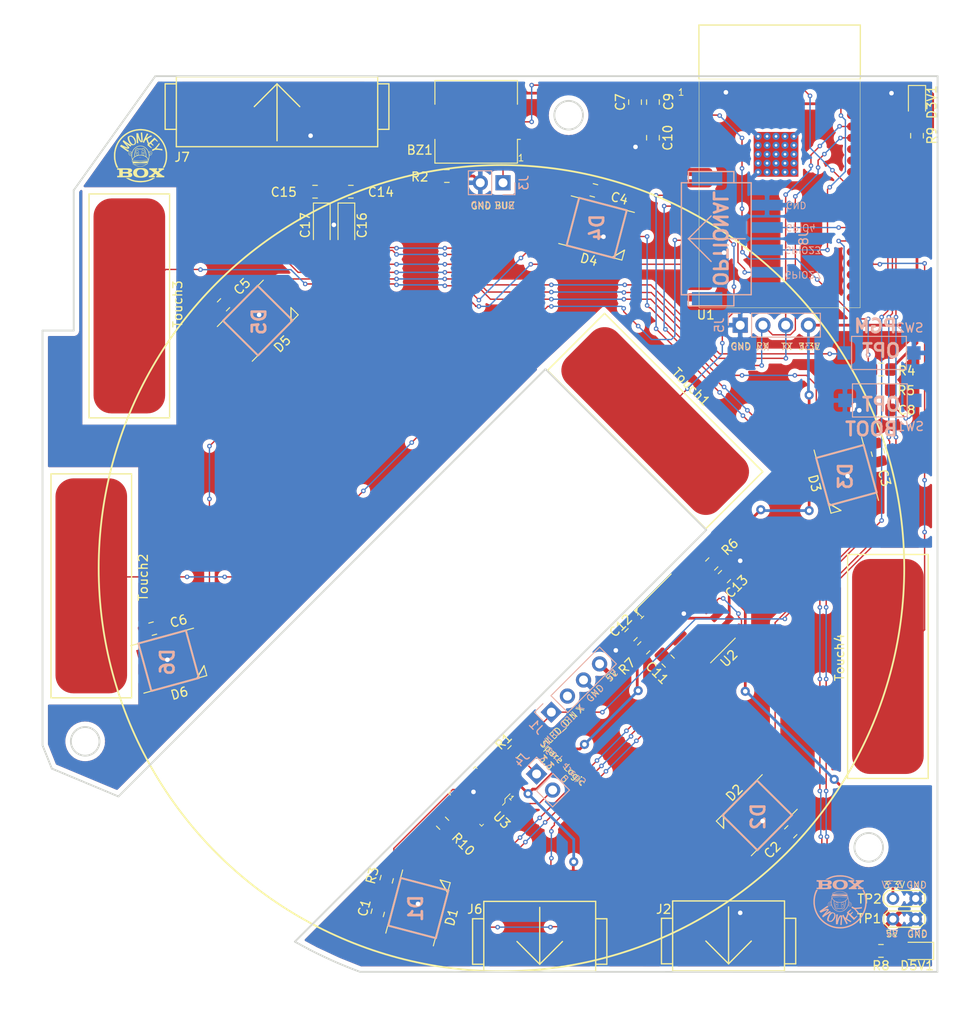
<source format=kicad_pcb>
(kicad_pcb (version 20171130) (host pcbnew "(5.1.2)-1")

  (general
    (thickness 1.6)
    (drawings 126)
    (tracks 691)
    (zones 0)
    (modules 57)
    (nets 43)
  )

  (page A4)
  (layers
    (0 Top signal)
    (31 Bottom signal)
    (33 F.Adhes user)
    (34 B.Paste user)
    (35 F.Paste user)
    (36 B.SilkS user)
    (37 F.SilkS user)
    (38 B.Mask user)
    (39 F.Mask user)
    (40 Dwgs.User user)
    (41 Cmts.User user)
    (42 Eco1.User user)
    (43 Eco2.User user)
    (44 Edge.Cuts user)
    (45 Margin user)
    (46 B.CrtYd user)
    (47 F.CrtYd user)
    (49 F.Fab user)
  )

  (setup
    (last_trace_width 0.1524)
    (trace_clearance 0.1524)
    (zone_clearance 0.508)
    (zone_45_only no)
    (trace_min 0.1524)
    (via_size 0.508)
    (via_drill 0.254)
    (via_min_size 0.508)
    (via_min_drill 0.254)
    (uvia_size 0.508)
    (uvia_drill 0.254)
    (uvias_allowed no)
    (uvia_min_size 0.2)
    (uvia_min_drill 0.1)
    (edge_width 0.2)
    (segment_width 0.2)
    (pcb_text_width 0.3)
    (pcb_text_size 1.5 1.5)
    (mod_edge_width 0.15)
    (mod_text_size 1 1)
    (mod_text_width 0.15)
    (pad_size 1.524 1.524)
    (pad_drill 0.762)
    (pad_to_mask_clearance 0.0508)
    (solder_mask_min_width 0.25)
    (aux_axis_origin 0 0)
    (visible_elements 7FFFFFFF)
    (pcbplotparams
      (layerselection 0x010fc_ffffffff)
      (usegerberextensions false)
      (usegerberattributes true)
      (usegerberadvancedattributes false)
      (creategerberjobfile false)
      (excludeedgelayer false)
      (linewidth 0.150000)
      (plotframeref false)
      (viasonmask false)
      (mode 1)
      (useauxorigin true)
      (hpglpennumber 1)
      (hpglpenspeed 20)
      (hpglpendiameter 15.000000)
      (psnegative false)
      (psa4output false)
      (plotreference true)
      (plotvalue true)
      (plotinvisibletext false)
      (padsonsilk false)
      (subtractmaskfromsilk false)
      (outputformat 1)
      (mirror false)
      (drillshape 0)
      (scaleselection 1)
      (outputdirectory "Gerbers/"))
  )

  (net 0 "")
  (net 1 +5V)
  (net 2 "/LED 1/DIN")
  (net 3 "/LED 2/DIN")
  (net 4 "/LED 3/DIN")
  (net 5 "/LED 4/DIN")
  (net 6 "/LED 5/DIN")
  (net 7 "/LED 6/DIN")
  (net 8 "Net-(BZ1-Pad2)")
  (net 9 +3V3)
  (net 10 "Net-(C8-Pad1)")
  (net 11 "Net-(C11-Pad1)")
  (net 12 "Net-(C11-Pad2)")
  (net 13 "Net-(R6-Pad2)")
  (net 14 "/ESP32 Processor (WROVER)/GPIO26")
  (net 15 "/ESP32 Processor (WROVER)/GPIO25")
  (net 16 GND)
  (net 17 /Buzzer)
  (net 18 /LED_Control)
  (net 19 "/ESP32 Processor (WROVER)/BOOT")
  (net 20 "Net-(D3V1-Pad2)")
  (net 21 "Net-(D5V1-Pad2)")
  (net 22 /DISP_CLK)
  (net 23 /DISP_DIO)
  (net 24 /5V-3V-BiDir-Logic-Shifter/SDA_5V)
  (net 25 /5V-3V-BiDir-Logic-Shifter/SDA_3.3V)
  (net 26 "/ESP32 Processor (WROVER)/GPIO15_MTDO_Touch3")
  (net 27 "/ESP32 Processor (WROVER)/GPIO13_MTCK_Touch4")
  (net 28 "/ESP32 Processor (WROVER)/GPIO12_MTDI_Touch5")
  (net 29 "/ESP32 Processor (WROVER)/GPIO14_MTMS_Touch6")
  (net 30 "/Interboard and Power/TX")
  (net 31 "/Interboard and Power/RX")
  (net 32 "/ESP32 Processor (WROVER)/GPIO0_Touch1_PROGRAM")
  (net 33 /5V-3V-BiDir-Logic-Shifter/SCL_3.3V)
  (net 34 /5V-3V-BiDir-Logic-Shifter/SCL_5V)
  (net 35 "Net-(R7-Pad2)")
  (net 36 "Net-(R10-Pad2)")
  (net 37 "Net-(J6-Pad2)")
  (net 38 "Net-(J6-Pad3)")
  (net 39 "Net-(J6-Pad4)")
  (net 40 /GPIO4)
  (net 41 /GPIO23)
  (net 42 /GPIO27)

  (net_class Default "This is the default net class."
    (clearance 0.1524)
    (trace_width 0.1524)
    (via_dia 0.508)
    (via_drill 0.254)
    (uvia_dia 0.508)
    (uvia_drill 0.254)
    (diff_pair_width 0.1524)
    (diff_pair_gap 0.1524)
    (add_net /5V-3V-BiDir-Logic-Shifter/SCL_3.3V)
    (add_net /5V-3V-BiDir-Logic-Shifter/SCL_5V)
    (add_net /5V-3V-BiDir-Logic-Shifter/SDA_3.3V)
    (add_net /5V-3V-BiDir-Logic-Shifter/SDA_5V)
    (add_net /Buzzer)
    (add_net /DISP_CLK)
    (add_net /DISP_DIO)
    (add_net "/ESP32 Processor (WROVER)/BOOT")
    (add_net "/ESP32 Processor (WROVER)/GPIO0_Touch1_PROGRAM")
    (add_net "/ESP32 Processor (WROVER)/GPIO12_MTDI_Touch5")
    (add_net "/ESP32 Processor (WROVER)/GPIO13_MTCK_Touch4")
    (add_net "/ESP32 Processor (WROVER)/GPIO14_MTMS_Touch6")
    (add_net "/ESP32 Processor (WROVER)/GPIO15_MTDO_Touch3")
    (add_net "/ESP32 Processor (WROVER)/GPIO25")
    (add_net "/ESP32 Processor (WROVER)/GPIO26")
    (add_net /GPIO23)
    (add_net /GPIO27)
    (add_net /GPIO4)
    (add_net "/Interboard and Power/RX")
    (add_net "/Interboard and Power/TX")
    (add_net "/LED 1/DIN")
    (add_net "/LED 2/DIN")
    (add_net "/LED 3/DIN")
    (add_net "/LED 4/DIN")
    (add_net "/LED 5/DIN")
    (add_net "/LED 6/DIN")
    (add_net /LED_Control)
    (add_net "Net-(BZ1-Pad2)")
    (add_net "Net-(C11-Pad1)")
    (add_net "Net-(C11-Pad2)")
    (add_net "Net-(C8-Pad1)")
    (add_net "Net-(D3V1-Pad2)")
    (add_net "Net-(D5V1-Pad2)")
    (add_net "Net-(J6-Pad2)")
    (add_net "Net-(J6-Pad3)")
    (add_net "Net-(J6-Pad4)")
    (add_net "Net-(R10-Pad2)")
    (add_net "Net-(R6-Pad2)")
    (add_net "Net-(R7-Pad2)")
  )

  (net_class Power ""
    (clearance 0.19)
    (trace_width 0.3048)
    (via_dia 1.016)
    (via_drill 0.508)
    (uvia_dia 1.016)
    (uvia_drill 0.508)
    (diff_pair_width 0.3048)
    (diff_pair_gap 0.3048)
    (add_net +3V3)
    (add_net +5V)
    (add_net GND)
  )

  (module FredsCustom:AliExpress_JST_2.54_4AWT_Horizontal (layer Bottom) (tedit 5CF1CAE3) (tstamp 5CF75BF8)
    (at 171.25 68.25 270)
    (descr "AliExpress JST Connector - 1x08 - 2.50mm Pin Spacing - Surface Mount (SMD) - ")
    (tags "aliexpress jst 1x08")
    (path /5CF8E60A)
    (attr smd)
    (fp_text reference J8 (at -0.08 -10.34 90) (layer B.SilkS)
      (effects (font (size 1 1) (thickness 0.15)) (justify mirror))
    )
    (fp_text value Conn_01x04_Female (at 0 0.5 90) (layer B.Fab)
      (effects (font (size 1 1) (thickness 0.15)) (justify mirror))
    )
    (fp_line (start 0 2.54) (end 2.54 0) (layer B.SilkS) (width 0.15))
    (fp_line (start 0 2.54) (end -2.54 0) (layer B.SilkS) (width 0.15))
    (fp_line (start 0 -3.81) (end 0 2.54) (layer B.SilkS) (width 0.15))
    (fp_line (start 6.25 -2.54) (end 7.5 -2.54) (layer B.SilkS) (width 0.15))
    (fp_line (start 7.5 2.54) (end 7.5 -2.54) (layer B.SilkS) (width 0.15))
    (fp_line (start 6.25 2.54) (end 7.5 2.54) (layer B.SilkS) (width 0.15))
    (fp_line (start -7.5 -2.54) (end -6.25 -2.54) (layer B.SilkS) (width 0.15))
    (fp_line (start -7.5 2.54) (end -7.5 -2.54) (layer B.SilkS) (width 0.15))
    (fp_line (start -6.25 2.54) (end -7.5 2.54) (layer B.SilkS) (width 0.15))
    (fp_line (start -6.25 3.325) (end 6.25 3.325) (layer B.SilkS) (width 0.15))
    (fp_line (start 6.25 3.325) (end 6.25 -4.475) (layer B.SilkS) (width 0.15))
    (fp_line (start -6.25 -4.475) (end 6.25 -4.475) (layer B.SilkS) (width 0.15))
    (fp_line (start -6.25 -4.475) (end -6.25 3.325) (layer B.SilkS) (width 0.15))
    (pad 1 smd rect (at -3.75 -6.25 270) (size 1.2 3.5) (layers Bottom B.Paste B.Mask)
      (net 16 GND))
    (pad 2 smd rect (at -1.25 -6.25 270) (size 1.2 3.5) (layers Bottom B.Paste B.Mask)
      (net 40 /GPIO4))
    (pad 3 smd rect (at 1.25 -6.25 270) (size 1.2 3.5) (layers Bottom B.Paste B.Mask)
      (net 41 /GPIO23))
    (pad 4 smd rect (at 3.75 -6.25 270) (size 1.2 3.5) (layers Bottom B.Paste B.Mask)
      (net 42 /GPIO27))
    (pad "" smd rect (at -6.7 0.45 270) (size 1.5 3.4) (layers Bottom B.Paste B.Mask))
    (pad "" smd rect (at 6.7 0.45 270) (size 1.5 3.4) (layers Bottom B.Paste B.Mask))
  )

  (module Buzzer_Beeper:Buzzer_Murata_PKMCS0909E4000-R1 (layer Top) (tedit 5CF6D051) (tstamp 5CF149D3)
    (at 145 55.2 180)
    (descr "Murata Buzzer http://www.murata.com/en-us/api/pdfdownloadapi?cate=&partno=PKMCS0909E4000-R1")
    (tags "Murata Buzzer Beeper")
    (path /5C9190C8)
    (attr smd)
    (fp_text reference BZ1 (at 6.3 -3.15 180) (layer F.SilkS)
      (effects (font (size 1 1) (thickness 0.15)))
    )
    (fp_text value Buzzer (at 0 5.5 180) (layer F.Fab)
      (effects (font (size 1 1) (thickness 0.15)))
    )
    (fp_line (start -4.75 4.75) (end -4.75 1.95) (layer F.CrtYd) (width 0.05))
    (fp_line (start -4.75 1.95) (end -5.25 1.95) (layer F.CrtYd) (width 0.05))
    (fp_line (start -5.25 1.95) (end -5.25 -1.95) (layer F.CrtYd) (width 0.05))
    (fp_line (start -4.75 -1.95) (end -5.25 -1.95) (layer F.CrtYd) (width 0.05))
    (fp_line (start -4.75 -1.95) (end -4.75 -4.75) (layer F.CrtYd) (width 0.05))
    (fp_line (start 4.75 -1.95) (end 5.25 -1.95) (layer F.CrtYd) (width 0.05))
    (fp_line (start 4.75 -1.95) (end 4.75 -4.75) (layer F.CrtYd) (width 0.05))
    (fp_line (start -4.5 4.5) (end -4.5 -3.5) (layer F.Fab) (width 0.1))
    (fp_line (start 4.75 4.75) (end 4.75 1.95) (layer F.CrtYd) (width 0.05))
    (fp_line (start -3.5 -4.5) (end 4.5 -4.5) (layer F.Fab) (width 0.1))
    (fp_line (start 4.5 -4.5) (end 4.5 4.5) (layer F.Fab) (width 0.1))
    (fp_line (start 4.5 4.5) (end -4.5 4.5) (layer F.Fab) (width 0.1))
    (fp_line (start -4.75 -4.75) (end 4.75 -4.75) (layer F.CrtYd) (width 0.05))
    (fp_line (start 4.75 4.75) (end -4.75 4.75) (layer F.CrtYd) (width 0.05))
    (fp_line (start -4.61 -1.96) (end -4.61 -4.61) (layer F.SilkS) (width 0.12))
    (fp_line (start -4.61 -4.61) (end 4.61 -4.61) (layer F.SilkS) (width 0.12))
    (fp_line (start 4.61 -4.61) (end 4.61 -1.96) (layer F.SilkS) (width 0.12))
    (fp_line (start 4.61 1.96) (end 4.61 4.61) (layer F.SilkS) (width 0.12))
    (fp_line (start 4.61 4.61) (end -4.61 4.61) (layer F.SilkS) (width 0.12))
    (fp_line (start -4.61 4.61) (end -4.61 1.96) (layer F.SilkS) (width 0.12))
    (fp_line (start -4.61 -1.96) (end -4.94 -1.96) (layer F.SilkS) (width 0.12))
    (fp_line (start -4.5 -3.5) (end -3.5 -4.5) (layer F.Fab) (width 0.1))
    (fp_text user %R (at 0 0 180) (layer F.Fab)
      (effects (font (size 1 1) (thickness 0.15)))
    )
    (fp_line (start 4.75 1.95) (end 5.25 1.95) (layer F.CrtYd) (width 0.05))
    (fp_line (start 5.25 1.95) (end 5.25 -1.95) (layer F.CrtYd) (width 0.05))
    (fp_text user 1 (at -5.01 -4.03) (layer F.SilkS)
      (effects (font (size 0.75 0.75) (thickness 0.1)))
    )
    (pad 2 smd rect (at 4.35 0 180) (size 1.3 3.4) (layers Top F.Paste F.Mask)
      (net 8 "Net-(BZ1-Pad2)"))
    (pad 1 smd rect (at -4.35 0 180) (size 1.3 3.4) (layers Top F.Paste F.Mask)
      (net 17 /Buzzer))
    (model ${KISYS3DMOD}/Buzzer_Beeper.3dshapes/Buzzer_Murata_PKMCS0909E4000-R1.wrl
      (at (xyz 0 0 0))
      (scale (xyz 1 1 1))
      (rotate (xyz 0 0 0))
    )
  )

  (module esp32-wrover:ESP32-WROVER (layer Top) (tedit 5CF6C850) (tstamp 5CF1727C)
    (at 178.9 51)
    (path /5C919FEE/5C91B49A)
    (attr smd)
    (fp_text reference U1 (at -8.25 25.75) (layer F.SilkS)
      (effects (font (size 1 1) (thickness 0.15)))
    )
    (fp_text value ESP32-WROVER (at 0.1 2.92) (layer F.Fab) hide
      (effects (font (size 1 1) (thickness 0.15)))
    )
    (fp_line (start 9 24.95) (end -9 24.95) (layer F.SilkS) (width 0.05))
    (fp_line (start 9 -0.58) (end 9 24.95) (layer F.SilkS) (width 0.05))
    (fp_line (start -9 -0.58) (end 9 -0.58) (layer F.SilkS) (width 0.05))
    (fp_line (start -9 24.95) (end -9 -0.58) (layer F.SilkS) (width 0.05))
    (fp_line (start -9.017 -0.635) (end -9.017 -6.604) (layer F.SilkS) (width 0.15))
    (fp_line (start 9.017 -0.635) (end 9.017 -6.604) (layer F.SilkS) (width 0.15))
    (fp_line (start 9.017 -6.604) (end -9.017 -6.604) (layer F.SilkS) (width 0.15))
    (fp_text user 1 (at -11 0.9) (layer F.SilkS)
      (effects (font (size 0.75 0.75) (thickness 0.1)))
    )
    (pad 39 thru_hole circle (at -2.4 5.82) (size 0.8 0.8) (drill 0.3) (layers *.Cu *.Mask)
      (net 16 GND))
    (pad 39 smd rect (at -0.4 7.83) (size 5 5) (layers Top F.Paste F.Mask)
      (net 16 GND))
    (pad 1 smd oval (at -9 0.91) (size 3 0.9) (layers Top F.Paste F.Mask)
      (net 16 GND))
    (pad 2 smd oval (at -9 2.18) (size 3 0.9) (layers Top F.Paste F.Mask)
      (net 9 +3V3))
    (pad 3 smd oval (at -9 3.45) (size 3 0.9) (layers Top F.Paste F.Mask)
      (net 19 "/ESP32 Processor (WROVER)/BOOT"))
    (pad 4 smd oval (at -9 4.72) (size 3 0.9) (layers Top F.Paste F.Mask))
    (pad 5 smd oval (at -9 5.99) (size 3 0.9) (layers Top F.Paste F.Mask))
    (pad 6 smd oval (at -9 7.26) (size 3 0.9) (layers Top F.Paste F.Mask))
    (pad 7 smd oval (at -9 8.53) (size 3 0.9) (layers Top F.Paste F.Mask))
    (pad 8 smd oval (at -9 9.8) (size 3 0.9) (layers Top F.Paste F.Mask))
    (pad 9 smd oval (at -9 11.07) (size 3 0.9) (layers Top F.Paste F.Mask))
    (pad 10 smd oval (at -9 12.34) (size 3 0.9) (layers Top F.Paste F.Mask)
      (net 15 "/ESP32 Processor (WROVER)/GPIO25"))
    (pad 11 smd oval (at -9 13.61) (size 3 0.9) (layers Top F.Paste F.Mask)
      (net 14 "/ESP32 Processor (WROVER)/GPIO26"))
    (pad 12 smd oval (at -9 14.88) (size 3 0.9) (layers Top F.Paste F.Mask)
      (net 42 /GPIO27))
    (pad 13 smd oval (at -9 16.15) (size 3 0.9) (layers Top F.Paste F.Mask)
      (net 29 "/ESP32 Processor (WROVER)/GPIO14_MTMS_Touch6"))
    (pad 14 smd oval (at -9 17.42) (size 3 0.9) (layers Top F.Paste F.Mask)
      (net 28 "/ESP32 Processor (WROVER)/GPIO12_MTDI_Touch5"))
    (pad 15 smd oval (at -9 18.72) (size 3 0.9) (layers Top F.Paste F.Mask)
      (net 16 GND))
    (pad 16 smd oval (at -9 19.99) (size 3 0.9) (layers Top F.Paste F.Mask)
      (net 27 "/ESP32 Processor (WROVER)/GPIO13_MTCK_Touch4"))
    (pad 17 smd oval (at -9 21.26) (size 3 0.9) (layers Top F.Paste F.Mask))
    (pad 18 smd oval (at -9 22.53) (size 3 0.9) (layers Top F.Paste F.Mask))
    (pad 19 smd oval (at -9 23.8) (size 3 0.9) (layers Top F.Paste F.Mask))
    (pad 20 smd oval (at 9 23.8) (size 3 0.9) (layers Top F.Paste F.Mask))
    (pad 21 smd oval (at 9 22.53) (size 3 0.9) (layers Top F.Paste F.Mask))
    (pad 22 smd oval (at 9 21.26) (size 3 0.9) (layers Top F.Paste F.Mask))
    (pad 23 smd oval (at 9 19.99) (size 3 0.9) (layers Top F.Paste F.Mask)
      (net 26 "/ESP32 Processor (WROVER)/GPIO15_MTDO_Touch3"))
    (pad 24 smd oval (at 9 18.72) (size 3 0.9) (layers Top F.Paste F.Mask))
    (pad 25 smd oval (at 9.03 17.42) (size 3 0.9) (layers Top F.Paste F.Mask)
      (net 32 "/ESP32 Processor (WROVER)/GPIO0_Touch1_PROGRAM"))
    (pad 26 smd oval (at 9.03 16.15) (size 3 0.9) (layers Top F.Paste F.Mask)
      (net 40 /GPIO4))
    (pad 27 smd oval (at 9.03 14.88) (size 3 0.9) (layers Top F.Paste F.Mask))
    (pad 28 smd oval (at 9.03 13.61) (size 3 0.9) (layers Top F.Paste F.Mask))
    (pad 29 smd oval (at 9.03 12.34) (size 3 0.9) (layers Top F.Paste F.Mask))
    (pad 30 smd oval (at 9.03 11.07) (size 3 0.9) (layers Top F.Paste F.Mask)
      (net 17 /Buzzer))
    (pad 31 smd oval (at 9.03 9.8) (size 3 0.9) (layers Top F.Paste F.Mask)
      (net 18 /LED_Control))
    (pad 32 smd oval (at 9.03 8.53) (size 3 0.9) (layers Top F.Paste F.Mask))
    (pad 33 smd oval (at 9.03 7.26) (size 3 0.9) (layers Top F.Paste F.Mask)
      (net 22 /DISP_CLK))
    (pad 34 smd oval (at 9.03 5.99) (size 3 0.9) (layers Top F.Paste F.Mask)
      (net 31 "/Interboard and Power/RX"))
    (pad 35 smd oval (at 9.03 4.72) (size 3 0.9) (layers Top F.Paste F.Mask)
      (net 30 "/Interboard and Power/TX"))
    (pad 36 smd oval (at 9.03 3.45) (size 3 0.9) (layers Top F.Paste F.Mask)
      (net 23 /DISP_DIO))
    (pad 37 smd oval (at 9.03 2.18) (size 3 0.9) (layers Top F.Paste F.Mask)
      (net 41 /GPIO23))
    (pad 38 smd oval (at 9.03 0.91) (size 3 0.9) (layers Top F.Paste F.Mask)
      (net 16 GND))
    (pad 39 thru_hole circle (at -2.4 6.82) (size 0.8 0.8) (drill 0.3) (layers *.Cu *.Mask)
      (net 16 GND))
    (pad 39 thru_hole circle (at -2.4 7.82) (size 0.8 0.8) (drill 0.3) (layers *.Cu *.Mask)
      (net 16 GND))
    (pad 39 thru_hole circle (at -2.4 8.82) (size 0.8 0.8) (drill 0.3) (layers *.Cu *.Mask)
      (net 16 GND))
    (pad 39 thru_hole circle (at -2.4 9.82) (size 0.8 0.8) (drill 0.3) (layers *.Cu *.Mask)
      (net 16 GND))
    (pad 39 thru_hole circle (at -1.4 9.82) (size 0.8 0.8) (drill 0.3) (layers *.Cu *.Mask)
      (net 16 GND))
    (pad 39 thru_hole circle (at -1.4 8.82) (size 0.8 0.8) (drill 0.3) (layers *.Cu *.Mask)
      (net 16 GND))
    (pad 39 thru_hole circle (at -1.4 7.82) (size 0.8 0.8) (drill 0.3) (layers *.Cu *.Mask)
      (net 16 GND))
    (pad 39 thru_hole circle (at -1.4 6.82) (size 0.8 0.8) (drill 0.3) (layers *.Cu *.Mask)
      (net 16 GND))
    (pad 39 thru_hole circle (at -1.4 5.82) (size 0.8 0.8) (drill 0.3) (layers *.Cu *.Mask)
      (net 16 GND))
    (pad 39 thru_hole circle (at 0.6 5.82) (size 0.8 0.8) (drill 0.3) (layers *.Cu *.Mask)
      (net 16 GND))
    (pad 39 thru_hole circle (at 0.6 6.82) (size 0.8 0.8) (drill 0.3) (layers *.Cu *.Mask)
      (net 16 GND))
    (pad 39 thru_hole circle (at 0.6 7.82) (size 0.8 0.8) (drill 0.3) (layers *.Cu *.Mask)
      (net 16 GND))
    (pad 39 thru_hole circle (at 0.6 8.82) (size 0.8 0.8) (drill 0.3) (layers *.Cu *.Mask)
      (net 16 GND))
    (pad 39 thru_hole circle (at 0.6 9.82) (size 0.8 0.8) (drill 0.3) (layers *.Cu *.Mask)
      (net 16 GND))
    (pad 39 thru_hole circle (at -0.4 9.82) (size 0.8 0.8) (drill 0.3) (layers *.Cu *.Mask)
      (net 16 GND))
    (pad 39 thru_hole circle (at -0.4 8.82) (size 0.8 0.8) (drill 0.3) (layers *.Cu *.Mask)
      (net 16 GND))
    (pad 39 thru_hole circle (at -0.4 7.82) (size 0.8 0.8) (drill 0.3) (layers *.Cu *.Mask)
      (net 16 GND))
    (pad 39 thru_hole circle (at -0.4 6.82) (size 0.8 0.8) (drill 0.3) (layers *.Cu *.Mask)
      (net 16 GND))
    (pad 39 thru_hole circle (at -0.4 5.82) (size 0.8 0.8) (drill 0.3) (layers *.Cu *.Mask)
      (net 16 GND))
    (pad 39 thru_hole circle (at 1.6 9.82) (size 0.8 0.8) (drill 0.3) (layers *.Cu *.Mask)
      (net 16 GND))
    (pad 39 thru_hole circle (at 1.6 8.82) (size 0.8 0.8) (drill 0.3) (layers *.Cu *.Mask)
      (net 16 GND))
    (pad 39 thru_hole circle (at 1.6 7.82) (size 0.8 0.8) (drill 0.3) (layers *.Cu *.Mask)
      (net 16 GND))
    (pad 39 thru_hole circle (at 1.6 6.82) (size 0.8 0.8) (drill 0.3) (layers *.Cu *.Mask)
      (net 16 GND))
    (pad 39 thru_hole circle (at 1.6 5.82) (size 0.8 0.8) (drill 0.3) (layers *.Cu *.Mask)
      (net 16 GND))
    (model ${KIWALTER3DMOD}/nrf51822-04_module.x3d
      (offset (xyz 11.00000323479652 29.99999034944534 0))
      (scale (xyz 2 2.8 1))
      (rotate (xyz 0 0 0))
    )
  )

  (module Package_SO:SOIC-16_3.9x9.9mm_P1.27mm (layer Top) (tedit 5CF6C44E) (tstamp 5CF33228)
    (at 168.987626 110.634415 45)
    (descr "SOIC, 16 Pin (JEDEC MS-012AC, https://www.analog.com/media/en/package-pcb-resources/package/pkg_pdf/soic_narrow-r/r_16.pdf), generated with kicad-footprint-generator ipc_gullwing_generator.py")
    (tags "SOIC SO")
    (path /5C956F79/5C95C5E1)
    (attr smd)
    (fp_text reference U2 (at -0.143692 6.171599 45) (layer F.SilkS)
      (effects (font (size 1 1) (thickness 0.15)))
    )
    (fp_text value ADS1231IDR (at 0 5.9 45) (layer F.Fab)
      (effects (font (size 1 1) (thickness 0.15)))
    )
    (fp_text user %R (at 0 0 45) (layer F.Fab)
      (effects (font (size 0.98 0.98) (thickness 0.15)))
    )
    (fp_line (start 3.7 -5.2) (end -3.7 -5.2) (layer F.CrtYd) (width 0.05))
    (fp_line (start 3.7 5.2) (end 3.7 -5.2) (layer F.CrtYd) (width 0.05))
    (fp_line (start -3.7 5.2) (end 3.7 5.2) (layer F.CrtYd) (width 0.05))
    (fp_line (start -3.7 -5.2) (end -3.7 5.2) (layer F.CrtYd) (width 0.05))
    (fp_line (start -1.95 -3.975) (end -0.975 -4.95) (layer F.Fab) (width 0.1))
    (fp_line (start -1.95 4.95) (end -1.95 -3.975) (layer F.Fab) (width 0.1))
    (fp_line (start 1.95 4.95) (end -1.95 4.95) (layer F.Fab) (width 0.1))
    (fp_line (start 1.95 -4.95) (end 1.95 4.95) (layer F.Fab) (width 0.1))
    (fp_line (start -0.975 -4.95) (end 1.95 -4.95) (layer F.Fab) (width 0.1))
    (fp_line (start 0 -5.06) (end -3.45 -5.06) (layer F.SilkS) (width 0.12))
    (fp_line (start 0 -5.06) (end 1.95 -5.06) (layer F.SilkS) (width 0.12))
    (fp_line (start 0 5.06) (end -1.95 5.06) (layer F.SilkS) (width 0.12))
    (fp_line (start 0 5.06) (end 1.95 5.06) (layer F.SilkS) (width 0.12))
    (fp_text user 1 (at -3.75 -4.25 45) (layer F.SilkS)
      (effects (font (size 0.75 0.75) (thickness 0.1)))
    )
    (fp_line (start -3.45 -5.06) (end -3.84 -5.06) (layer F.SilkS) (width 0.15))
    (fp_line (start -3.84 -5.06) (end -3.84 -4.75) (layer F.SilkS) (width 0.15))
    (fp_line (start -3.84 -4.75) (end -3.45 -5.05) (layer F.SilkS) (width 0.15))
    (fp_line (start -3.45 -5.05) (end -3.75 -4.97) (layer F.SilkS) (width 0.15))
    (pad 16 smd roundrect (at 2.475 -4.445 45) (size 1.95 0.6) (layers Top F.Paste F.Mask) (roundrect_rratio 0.25)
      (net 15 "/ESP32 Processor (WROVER)/GPIO25"))
    (pad 15 smd roundrect (at 2.475 -3.175 45) (size 1.95 0.6) (layers Top F.Paste F.Mask) (roundrect_rratio 0.25)
      (net 14 "/ESP32 Processor (WROVER)/GPIO26"))
    (pad 14 smd roundrect (at 2.475 -1.905 45) (size 1.95 0.6) (layers Top F.Paste F.Mask) (roundrect_rratio 0.25)
      (net 13 "Net-(R6-Pad2)"))
    (pad 13 smd roundrect (at 2.475 -0.635 45) (size 1.95 0.6) (layers Top F.Paste F.Mask) (roundrect_rratio 0.25)
      (net 9 +3V3))
    (pad 12 smd roundrect (at 2.475 0.635 45) (size 1.95 0.6) (layers Top F.Paste F.Mask) (roundrect_rratio 0.25)
      (net 37 "Net-(J6-Pad2)"))
    (pad 11 smd roundrect (at 2.475 1.905 45) (size 1.95 0.6) (layers Top F.Paste F.Mask) (roundrect_rratio 0.25)
      (net 16 GND))
    (pad 10 smd roundrect (at 2.475 3.175 45) (size 1.95 0.6) (layers Top F.Paste F.Mask) (roundrect_rratio 0.25)
      (net 9 +3V3))
    (pad 9 smd roundrect (at 2.475 4.445 45) (size 1.95 0.6) (layers Top F.Paste F.Mask) (roundrect_rratio 0.25)
      (net 37 "Net-(J6-Pad2)"))
    (pad 8 smd roundrect (at -2.475 4.445 45) (size 1.95 0.6) (layers Top F.Paste F.Mask) (roundrect_rratio 0.25)
      (net 39 "Net-(J6-Pad4)"))
    (pad 7 smd roundrect (at -2.475 3.175 45) (size 1.95 0.6) (layers Top F.Paste F.Mask) (roundrect_rratio 0.25)
      (net 38 "Net-(J6-Pad3)"))
    (pad 6 smd roundrect (at -2.475 1.905 45) (size 1.95 0.6) (layers Top F.Paste F.Mask) (roundrect_rratio 0.25)
      (net 12 "Net-(C11-Pad2)"))
    (pad 5 smd roundrect (at -2.475 0.635 45) (size 1.95 0.6) (layers Top F.Paste F.Mask) (roundrect_rratio 0.25)
      (net 11 "Net-(C11-Pad1)"))
    (pad 4 smd roundrect (at -2.475 -0.635 45) (size 1.95 0.6) (layers Top F.Paste F.Mask) (roundrect_rratio 0.25)
      (net 35 "Net-(R7-Pad2)"))
    (pad 3 smd roundrect (at -2.475 -1.905 45) (size 1.95 0.6) (layers Top F.Paste F.Mask) (roundrect_rratio 0.25)
      (net 16 GND))
    (pad 2 smd roundrect (at -2.475 -3.175 45) (size 1.95 0.6) (layers Top F.Paste F.Mask) (roundrect_rratio 0.25)
      (net 16 GND))
    (pad 1 smd roundrect (at -2.475 -4.445 45) (size 1.95 0.6) (layers Top F.Paste F.Mask) (roundrect_rratio 0.25)
      (net 9 +3V3))
    (model ${KISYS3DMOD}/Package_SO.3dshapes/SOIC-16_3.9x9.9mm_P1.27mm.wrl
      (at (xyz 0 0 0))
      (scale (xyz 1 1 1))
      (rotate (xyz 0 0 0))
    )
  )

  (module digikey-footprints:SOIC-8_W3.9mm (layer Top) (tedit 5CF6833E) (tstamp 5CF14DF7)
    (at 145.25 130.5 135)
    (path /5CEF5D40/5CE3EAD9)
    (fp_text reference U3 (at -3.712311 -0.035355 135) (layer F.SilkS)
      (effects (font (size 1 1) (thickness 0.15)))
    )
    (fp_text value PCA9306D_118 (at 0.06604 4.80314 135) (layer F.Fab)
      (effects (font (size 1 1) (thickness 0.15)))
    )
    (fp_text user 1 (at -2.75 2.5 135) (layer F.SilkS)
      (effects (font (size 0.5 0.5) (thickness 0.1)))
    )
    (fp_line (start -2.7 -3.7) (end 2.7 -3.7) (layer F.CrtYd) (width 0.05))
    (fp_line (start -2.7 3.7) (end 2.7 3.7) (layer F.CrtYd) (width 0.05))
    (fp_line (start -2.7 -3.7) (end -2.7 3.7) (layer F.CrtYd) (width 0.05))
    (fp_line (start 2.7 -3.7) (end 2.7 3.7) (layer F.CrtYd) (width 0.05))
    (fp_line (start -2.6 1.2) (end -2.6 1.6) (layer F.SilkS) (width 0.1))
    (fp_line (start -2.6 1.6) (end -2.3 1.9) (layer F.SilkS) (width 0.1))
    (fp_line (start -2.3 1.9) (end -2.3 2.7) (layer F.SilkS) (width 0.1))
    (fp_line (start -2.45 1.55) (end -2.45 -1.95) (layer F.Fab) (width 0.1))
    (fp_line (start -2.05 1.95) (end 2.45 1.95) (layer F.Fab) (width 0.1))
    (fp_line (start -2.45 1.55) (end -2.05 1.95) (layer F.Fab) (width 0.1))
    (fp_line (start 2.3 2.1) (end 2.6 2.1) (layer F.SilkS) (width 0.1))
    (fp_line (start 2.6 2.1) (end 2.6 1.8) (layer F.SilkS) (width 0.1))
    (fp_line (start -2.3 -2.1) (end -2.6 -2.1) (layer F.SilkS) (width 0.1))
    (fp_line (start -2.6 -2.1) (end -2.6 -1.8) (layer F.SilkS) (width 0.1))
    (fp_line (start 2.3 -2.1) (end 2.6 -2.1) (layer F.SilkS) (width 0.1))
    (fp_line (start 2.6 -2.1) (end 2.6 -1.8) (layer F.SilkS) (width 0.1))
    (fp_text user %R (at 0 0 135) (layer F.Fab)
      (effects (font (size 1 1) (thickness 0.15)))
    )
    (fp_line (start -2.45 -1.95) (end 2.45 -1.95) (layer F.Fab) (width 0.1))
    (fp_line (start 2.45 -1.95) (end 2.45 1.95) (layer F.Fab) (width 0.1))
    (pad 1 smd rect (at -1.905 2.45 135) (size 0.6 2) (layers Top F.Paste F.Mask)
      (net 16 GND))
    (pad 2 smd rect (at -0.635 2.45 135) (size 0.6 2) (layers Top F.Paste F.Mask)
      (net 9 +3V3))
    (pad 4 smd rect (at 1.905 2.45 135) (size 0.6 2) (layers Top F.Paste F.Mask)
      (net 25 /5V-3V-BiDir-Logic-Shifter/SDA_3.3V))
    (pad 5 smd rect (at 1.905 -2.45 135) (size 0.6 2) (layers Top F.Paste F.Mask)
      (net 24 /5V-3V-BiDir-Logic-Shifter/SDA_5V))
    (pad 6 smd rect (at 0.635 -2.45 135) (size 0.6 2) (layers Top F.Paste F.Mask)
      (net 34 /5V-3V-BiDir-Logic-Shifter/SCL_5V))
    (pad 7 smd rect (at -0.635 -2.45 135) (size 0.6 2) (layers Top F.Paste F.Mask)
      (net 36 "Net-(R10-Pad2)"))
    (pad 8 smd rect (at -1.905 -2.45 135) (size 0.6 2) (layers Top F.Paste F.Mask)
      (net 36 "Net-(R10-Pad2)"))
    (pad 3 smd rect (at 0.635 2.45 135) (size 0.6 2) (layers Top F.Paste F.Mask)
      (net 33 /5V-3V-BiDir-Logic-Shifter/SCL_3.3V))
  )

  (module LED_SMD:LED_SK6812_PLCC4_5.0x5.0mm_P3.2mm (layer Top) (tedit 5CF682EE) (tstamp 5CF14B24)
    (at 176.35 132.6 225.3)
    (descr https://cdn-shop.adafruit.com/product-files/1138/SK6812+LED+datasheet+.pdf)
    (tags "LED RGB NeoPixel")
    (path /5C8C51C8/5CF28448)
    (attr smd)
    (fp_text reference D2 (at -0.018512 3.535485 45.3) (layer F.SilkS)
      (effects (font (size 1 1) (thickness 0.15)))
    )
    (fp_text value SK6812 (at 0 4 45.3) (layer F.Fab)
      (effects (font (size 1 1) (thickness 0.15)))
    )
    (fp_line (start 3.65 1.6) (end 2.5 2.75) (layer F.SilkS) (width 0.15))
    (fp_text user %R (at 0 0 45.3) (layer F.Fab)
      (effects (font (size 0.8 0.8) (thickness 0.15)))
    )
    (fp_line (start 3.45 -2.75) (end -3.45 -2.75) (layer F.CrtYd) (width 0.05))
    (fp_line (start 3.45 2.75) (end 3.45 -2.75) (layer F.CrtYd) (width 0.05))
    (fp_line (start -3.45 2.75) (end 3.45 2.75) (layer F.CrtYd) (width 0.05))
    (fp_line (start -3.45 -2.75) (end -3.45 2.75) (layer F.CrtYd) (width 0.05))
    (fp_line (start 2.5 1.5) (end 1.5 2.5) (layer F.Fab) (width 0.1))
    (fp_line (start -2.5 -2.5) (end -2.5 2.5) (layer F.Fab) (width 0.1))
    (fp_line (start -2.5 2.5) (end 2.5 2.5) (layer F.Fab) (width 0.1))
    (fp_line (start 2.5 2.5) (end 2.5 -2.5) (layer F.Fab) (width 0.1))
    (fp_line (start 2.5 -2.5) (end -2.5 -2.5) (layer F.Fab) (width 0.1))
    (fp_line (start -3.65 -2.75) (end 3.65 -2.75) (layer F.SilkS) (width 0.12))
    (fp_line (start -3.65 2.75) (end 3.65 2.75) (layer F.SilkS) (width 0.12))
    (fp_line (start 3.65 2.75) (end 3.65 1.6) (layer F.SilkS) (width 0.12))
    (fp_circle (center 0 0) (end 0 -2) (layer F.Fab) (width 0.1))
    (pad 1 smd rect (at 2.45 1.6 225.3) (size 1.5 1) (layers Top F.Paste F.Mask)
      (net 16 GND))
    (pad 2 smd rect (at 2.45 -1.6 225.3) (size 1.5 1) (layers Top F.Paste F.Mask)
      (net 3 "/LED 2/DIN"))
    (pad 4 smd rect (at -2.45 1.6 225.3) (size 1.5 1) (layers Top F.Paste F.Mask)
      (net 4 "/LED 3/DIN"))
    (pad 3 smd rect (at -2.45 -1.6 225.3) (size 1.5 1) (layers Top F.Paste F.Mask)
      (net 1 +5V))
    (model ${KISYS3DMOD}/LED_SMD.3dshapes/LED_SK6812_PLCC4_5.0x5.0mm_P3.2mm.wrl
      (at (xyz 0 0 0))
      (scale (xyz 1 1 1))
      (rotate (xyz 0 0 0))
    )
  )

  (module LED_SMD:LED_SK6812_PLCC4_5.0x5.0mm_P3.2mm (layer Top) (tedit 5CF682EE) (tstamp 5CF28BA2)
    (at 110.65 115.35 15.6)
    (descr https://cdn-shop.adafruit.com/product-files/1138/SK6812+LED+datasheet+.pdf)
    (tags "LED RGB NeoPixel")
    (path /5C8C51DC/5CF28448)
    (attr smd)
    (fp_text reference D6 (at 0.174238 3.838247 15.6) (layer F.SilkS)
      (effects (font (size 1 1) (thickness 0.15)))
    )
    (fp_text value SK6812 (at 0 4 15.6) (layer F.Fab)
      (effects (font (size 1 1) (thickness 0.15)))
    )
    (fp_line (start 3.65 1.6) (end 2.5 2.75) (layer F.SilkS) (width 0.15))
    (fp_text user %R (at 0 0 15.6) (layer F.Fab)
      (effects (font (size 0.8 0.8) (thickness 0.15)))
    )
    (fp_line (start 3.45 -2.75) (end -3.45 -2.75) (layer F.CrtYd) (width 0.05))
    (fp_line (start 3.45 2.75) (end 3.45 -2.75) (layer F.CrtYd) (width 0.05))
    (fp_line (start -3.45 2.75) (end 3.45 2.75) (layer F.CrtYd) (width 0.05))
    (fp_line (start -3.45 -2.75) (end -3.45 2.75) (layer F.CrtYd) (width 0.05))
    (fp_line (start 2.5 1.5) (end 1.5 2.5) (layer F.Fab) (width 0.1))
    (fp_line (start -2.5 -2.5) (end -2.5 2.5) (layer F.Fab) (width 0.1))
    (fp_line (start -2.5 2.5) (end 2.5 2.5) (layer F.Fab) (width 0.1))
    (fp_line (start 2.5 2.5) (end 2.5 -2.5) (layer F.Fab) (width 0.1))
    (fp_line (start 2.5 -2.5) (end -2.5 -2.5) (layer F.Fab) (width 0.1))
    (fp_line (start -3.65 -2.75) (end 3.65 -2.75) (layer F.SilkS) (width 0.12))
    (fp_line (start -3.65 2.75) (end 3.65 2.75) (layer F.SilkS) (width 0.12))
    (fp_line (start 3.65 2.75) (end 3.65 1.6) (layer F.SilkS) (width 0.12))
    (fp_circle (center 0 0) (end 0 -2) (layer F.Fab) (width 0.1))
    (pad 1 smd rect (at 2.45 1.6 15.6) (size 1.5 1) (layers Top F.Paste F.Mask)
      (net 16 GND))
    (pad 2 smd rect (at 2.45 -1.6 15.6) (size 1.5 1) (layers Top F.Paste F.Mask)
      (net 7 "/LED 6/DIN"))
    (pad 4 smd rect (at -2.45 1.6 15.6) (size 1.5 1) (layers Top F.Paste F.Mask))
    (pad 3 smd rect (at -2.45 -1.6 15.6) (size 1.5 1) (layers Top F.Paste F.Mask)
      (net 1 +5V))
    (model ${KISYS3DMOD}/LED_SMD.3dshapes/LED_SK6812_PLCC4_5.0x5.0mm_P3.2mm.wrl
      (at (xyz 0 0 0))
      (scale (xyz 1 1 1))
      (rotate (xyz 0 0 0))
    )
  )

  (module LED_SMD:LED_SK6812_PLCC4_5.0x5.0mm_P3.2mm (layer Top) (tedit 5CF682EE) (tstamp 5CF14B66)
    (at 120.6 77.4 45.2)
    (descr https://cdn-shop.adafruit.com/product-files/1138/SK6812+LED+datasheet+.pdf)
    (tags "LED RGB NeoPixel")
    (path /5C8C51D7/5CF28448)
    (attr smd)
    (fp_text reference D5 (at 0.09286 3.783368 45.2) (layer F.SilkS)
      (effects (font (size 1 1) (thickness 0.15)))
    )
    (fp_text value SK6812 (at 0 4 45.2) (layer F.Fab)
      (effects (font (size 1 1) (thickness 0.15)))
    )
    (fp_line (start 3.65 1.6) (end 2.5 2.75) (layer F.SilkS) (width 0.15))
    (fp_text user %R (at 0 0 45.2) (layer F.Fab)
      (effects (font (size 0.8 0.8) (thickness 0.15)))
    )
    (fp_line (start 3.45 -2.75) (end -3.45 -2.75) (layer F.CrtYd) (width 0.05))
    (fp_line (start 3.45 2.75) (end 3.45 -2.75) (layer F.CrtYd) (width 0.05))
    (fp_line (start -3.45 2.75) (end 3.45 2.75) (layer F.CrtYd) (width 0.05))
    (fp_line (start -3.45 -2.75) (end -3.45 2.75) (layer F.CrtYd) (width 0.05))
    (fp_line (start 2.5 1.5) (end 1.5 2.5) (layer F.Fab) (width 0.1))
    (fp_line (start -2.5 -2.5) (end -2.5 2.5) (layer F.Fab) (width 0.1))
    (fp_line (start -2.5 2.5) (end 2.5 2.5) (layer F.Fab) (width 0.1))
    (fp_line (start 2.5 2.5) (end 2.5 -2.5) (layer F.Fab) (width 0.1))
    (fp_line (start 2.5 -2.5) (end -2.5 -2.5) (layer F.Fab) (width 0.1))
    (fp_line (start -3.65 -2.75) (end 3.65 -2.75) (layer F.SilkS) (width 0.12))
    (fp_line (start -3.65 2.75) (end 3.65 2.75) (layer F.SilkS) (width 0.12))
    (fp_line (start 3.65 2.75) (end 3.65 1.6) (layer F.SilkS) (width 0.12))
    (fp_circle (center 0 0) (end 0 -2) (layer F.Fab) (width 0.1))
    (pad 1 smd rect (at 2.45 1.6 45.2) (size 1.5 1) (layers Top F.Paste F.Mask)
      (net 16 GND))
    (pad 2 smd rect (at 2.45 -1.6 45.2) (size 1.5 1) (layers Top F.Paste F.Mask)
      (net 6 "/LED 5/DIN"))
    (pad 4 smd rect (at -2.45 1.6 45.2) (size 1.5 1) (layers Top F.Paste F.Mask)
      (net 7 "/LED 6/DIN"))
    (pad 3 smd rect (at -2.45 -1.6 45.2) (size 1.5 1) (layers Top F.Paste F.Mask)
      (net 1 +5V))
    (model ${KISYS3DMOD}/LED_SMD.3dshapes/LED_SK6812_PLCC4_5.0x5.0mm_P3.2mm.wrl
      (at (xyz 0 0 0))
      (scale (xyz 1 1 1))
      (rotate (xyz 0 0 0))
    )
  )

  (module LED_SMD:LED_SK6812_PLCC4_5.0x5.0mm_P3.2mm (layer Top) (tedit 5CF682EE) (tstamp 5CF14B50)
    (at 158.45 67.05 345.3)
    (descr https://cdn-shop.adafruit.com/product-files/1138/SK6812+LED+datasheet+.pdf)
    (tags "LED RGB NeoPixel")
    (path /5C8C51D2/5CF28448)
    (attr smd)
    (fp_text reference D4 (at 0.078663 3.649495 165.3) (layer F.SilkS)
      (effects (font (size 1 1) (thickness 0.15)))
    )
    (fp_text value SK6812 (at 0 4 165.3) (layer F.Fab)
      (effects (font (size 1 1) (thickness 0.15)))
    )
    (fp_line (start 3.65 1.6) (end 2.5 2.75) (layer F.SilkS) (width 0.15))
    (fp_text user %R (at 0 0 165.3) (layer F.Fab)
      (effects (font (size 0.8 0.8) (thickness 0.15)))
    )
    (fp_line (start 3.45 -2.75) (end -3.45 -2.75) (layer F.CrtYd) (width 0.05))
    (fp_line (start 3.45 2.75) (end 3.45 -2.75) (layer F.CrtYd) (width 0.05))
    (fp_line (start -3.45 2.75) (end 3.45 2.75) (layer F.CrtYd) (width 0.05))
    (fp_line (start -3.45 -2.75) (end -3.45 2.75) (layer F.CrtYd) (width 0.05))
    (fp_line (start 2.5 1.5) (end 1.5 2.5) (layer F.Fab) (width 0.1))
    (fp_line (start -2.5 -2.5) (end -2.5 2.5) (layer F.Fab) (width 0.1))
    (fp_line (start -2.5 2.5) (end 2.5 2.5) (layer F.Fab) (width 0.1))
    (fp_line (start 2.5 2.5) (end 2.5 -2.5) (layer F.Fab) (width 0.1))
    (fp_line (start 2.5 -2.5) (end -2.5 -2.5) (layer F.Fab) (width 0.1))
    (fp_line (start -3.65 -2.75) (end 3.65 -2.75) (layer F.SilkS) (width 0.12))
    (fp_line (start -3.65 2.75) (end 3.65 2.75) (layer F.SilkS) (width 0.12))
    (fp_line (start 3.65 2.75) (end 3.65 1.6) (layer F.SilkS) (width 0.12))
    (fp_circle (center 0 0) (end 0 -2) (layer F.Fab) (width 0.1))
    (pad 1 smd rect (at 2.45 1.6 345.3) (size 1.5 1) (layers Top F.Paste F.Mask)
      (net 16 GND))
    (pad 2 smd rect (at 2.45 -1.6 345.3) (size 1.5 1) (layers Top F.Paste F.Mask)
      (net 5 "/LED 4/DIN"))
    (pad 4 smd rect (at -2.45 1.6 345.3) (size 1.5 1) (layers Top F.Paste F.Mask)
      (net 6 "/LED 5/DIN"))
    (pad 3 smd rect (at -2.45 -1.6 345.3) (size 1.5 1) (layers Top F.Paste F.Mask)
      (net 1 +5V))
    (model ${KISYS3DMOD}/LED_SMD.3dshapes/LED_SK6812_PLCC4_5.0x5.0mm_P3.2mm.wrl
      (at (xyz 0 0 0))
      (scale (xyz 1 1 1))
      (rotate (xyz 0 0 0))
    )
  )

  (module LED_SMD:LED_SK6812_PLCC4_5.0x5.0mm_P3.2mm (layer Top) (tedit 5CF682EE) (tstamp 5CF14B3A)
    (at 186.35 94.65 285)
    (descr https://cdn-shop.adafruit.com/product-files/1138/SK6812+LED+datasheet+.pdf)
    (tags "LED RGB NeoPixel")
    (path /5C8C51CD/5CF28448)
    (attr smd)
    (fp_text reference D3 (at -0.049474 3.661974 105) (layer F.SilkS)
      (effects (font (size 1 1) (thickness 0.15)))
    )
    (fp_text value SK6812 (at 0 4 105) (layer F.Fab)
      (effects (font (size 1 1) (thickness 0.15)))
    )
    (fp_line (start 3.65 1.6) (end 2.5 2.75) (layer F.SilkS) (width 0.15))
    (fp_text user %R (at 0 0 105) (layer F.Fab)
      (effects (font (size 0.8 0.8) (thickness 0.15)))
    )
    (fp_line (start 3.45 -2.75) (end -3.45 -2.75) (layer F.CrtYd) (width 0.05))
    (fp_line (start 3.45 2.75) (end 3.45 -2.75) (layer F.CrtYd) (width 0.05))
    (fp_line (start -3.45 2.75) (end 3.45 2.75) (layer F.CrtYd) (width 0.05))
    (fp_line (start -3.45 -2.75) (end -3.45 2.75) (layer F.CrtYd) (width 0.05))
    (fp_line (start 2.5 1.5) (end 1.5 2.5) (layer F.Fab) (width 0.1))
    (fp_line (start -2.5 -2.5) (end -2.5 2.5) (layer F.Fab) (width 0.1))
    (fp_line (start -2.5 2.5) (end 2.5 2.5) (layer F.Fab) (width 0.1))
    (fp_line (start 2.5 2.5) (end 2.5 -2.5) (layer F.Fab) (width 0.1))
    (fp_line (start 2.5 -2.5) (end -2.5 -2.5) (layer F.Fab) (width 0.1))
    (fp_line (start -3.65 -2.75) (end 3.65 -2.75) (layer F.SilkS) (width 0.12))
    (fp_line (start -3.65 2.75) (end 3.65 2.75) (layer F.SilkS) (width 0.12))
    (fp_line (start 3.65 2.75) (end 3.65 1.6) (layer F.SilkS) (width 0.12))
    (fp_circle (center 0 0) (end 0 -2) (layer F.Fab) (width 0.1))
    (pad 1 smd rect (at 2.45 1.6 285) (size 1.5 1) (layers Top F.Paste F.Mask)
      (net 16 GND))
    (pad 2 smd rect (at 2.45 -1.6 285) (size 1.5 1) (layers Top F.Paste F.Mask)
      (net 4 "/LED 3/DIN"))
    (pad 4 smd rect (at -2.45 1.6 285) (size 1.5 1) (layers Top F.Paste F.Mask)
      (net 5 "/LED 4/DIN"))
    (pad 3 smd rect (at -2.45 -1.6 285) (size 1.5 1) (layers Top F.Paste F.Mask)
      (net 1 +5V))
    (model ${KISYS3DMOD}/LED_SMD.3dshapes/LED_SK6812_PLCC4_5.0x5.0mm_P3.2mm.wrl
      (at (xyz 0 0 0))
      (scale (xyz 1 1 1))
      (rotate (xyz 0 0 0))
    )
  )

  (module LED_SMD:LED_SK6812_PLCC4_5.0x5.0mm_P3.2mm (layer Top) (tedit 5CF682EE) (tstamp 5CF14B0E)
    (at 138.5 142.95 75)
    (descr https://cdn-shop.adafruit.com/product-files/1138/SK6812+LED+datasheet+.pdf)
    (tags "LED RGB NeoPixel")
    (path /5C8C4BE3/5CF28448)
    (attr smd)
    (fp_text reference D1 (at -0.043651 3.893982 75) (layer F.SilkS)
      (effects (font (size 1 1) (thickness 0.15)))
    )
    (fp_text value SK6812 (at 0 4 75) (layer F.Fab)
      (effects (font (size 1 1) (thickness 0.15)))
    )
    (fp_line (start 3.65 1.6) (end 2.5 2.75) (layer F.SilkS) (width 0.15))
    (fp_text user %R (at 0 0 75) (layer F.Fab)
      (effects (font (size 0.8 0.8) (thickness 0.15)))
    )
    (fp_line (start 3.45 -2.75) (end -3.45 -2.75) (layer F.CrtYd) (width 0.05))
    (fp_line (start 3.45 2.75) (end 3.45 -2.75) (layer F.CrtYd) (width 0.05))
    (fp_line (start -3.45 2.75) (end 3.45 2.75) (layer F.CrtYd) (width 0.05))
    (fp_line (start -3.45 -2.75) (end -3.45 2.75) (layer F.CrtYd) (width 0.05))
    (fp_line (start 2.5 1.5) (end 1.5 2.5) (layer F.Fab) (width 0.1))
    (fp_line (start -2.5 -2.5) (end -2.5 2.5) (layer F.Fab) (width 0.1))
    (fp_line (start -2.5 2.5) (end 2.5 2.5) (layer F.Fab) (width 0.1))
    (fp_line (start 2.5 2.5) (end 2.5 -2.5) (layer F.Fab) (width 0.1))
    (fp_line (start 2.5 -2.5) (end -2.5 -2.5) (layer F.Fab) (width 0.1))
    (fp_line (start -3.65 -2.75) (end 3.65 -2.75) (layer F.SilkS) (width 0.12))
    (fp_line (start -3.65 2.75) (end 3.65 2.75) (layer F.SilkS) (width 0.12))
    (fp_line (start 3.65 2.75) (end 3.65 1.6) (layer F.SilkS) (width 0.12))
    (fp_circle (center 0 0) (end 0 -2) (layer F.Fab) (width 0.1))
    (pad 1 smd rect (at 2.45 1.6 75) (size 1.5 1) (layers Top F.Paste F.Mask)
      (net 16 GND))
    (pad 2 smd rect (at 2.45 -1.6 75) (size 1.5 1) (layers Top F.Paste F.Mask)
      (net 2 "/LED 1/DIN"))
    (pad 4 smd rect (at -2.45 1.6 75) (size 1.5 1) (layers Top F.Paste F.Mask)
      (net 3 "/LED 2/DIN"))
    (pad 3 smd rect (at -2.45 -1.6 75) (size 1.5 1) (layers Top F.Paste F.Mask)
      (net 1 +5V))
    (model ${KISYS3DMOD}/LED_SMD.3dshapes/LED_SK6812_PLCC4_5.0x5.0mm_P3.2mm.wrl
      (at (xyz 0 0 0))
      (scale (xyz 1 1 1))
      (rotate (xyz 0 0 0))
    )
  )

  (module mbox_logo:mbox_logo_white_6mm (layer Bottom) (tedit 0) (tstamp 5CF6E0CE)
    (at 185.65 142.3)
    (path /5CF6F346)
    (fp_text reference MBOX2 (at -0.34 -0.5) (layer B.SilkS) hide
      (effects (font (size 1.524 1.524) (thickness 0.3)) (justify mirror))
    )
    (fp_text value MonkeyBOX_Logo (at 0.75 0) (layer B.SilkS) hide
      (effects (font (size 1.524 1.524) (thickness 0.3)) (justify mirror))
    )
    (fp_poly (pts (xy 0.302273 0.322558) (xy 0.325102 0.304993) (xy 0.326146 0.303176) (xy 0.33756 0.273153)
      (xy 0.331403 0.250398) (xy 0.31966 0.236721) (xy 0.293382 0.219849) (xy 0.26438 0.22389)
      (xy 0.250976 0.230778) (xy 0.233891 0.252846) (xy 0.230961 0.283444) (xy 0.243148 0.310829)
      (xy 0.244324 0.312057) (xy 0.271555 0.325324) (xy 0.302273 0.322558)) (layer B.SilkS) (width 0.01))
    (fp_poly (pts (xy -0.34169 0.319227) (xy -0.321326 0.295489) (xy -0.316692 0.265729) (xy -0.326115 0.237981)
      (xy -0.347917 0.220283) (xy -0.362857 0.217714) (xy -0.388451 0.226438) (xy -0.39859 0.235191)
      (xy -0.41014 0.262949) (xy -0.405712 0.291445) (xy -0.389608 0.314325) (xy -0.36613 0.325237)
      (xy -0.34169 0.319227)) (layer B.SilkS) (width 0.01))
    (fp_poly (pts (xy 0.034018 -0.215749) (xy 0.036286 -0.22981) (xy 0.031221 -0.249464) (xy 0.024191 -0.254)
      (xy 0.014363 -0.24387) (xy 0.012095 -0.22981) (xy 0.01716 -0.210155) (xy 0.024191 -0.205619)
      (xy 0.034018 -0.215749)) (layer B.SilkS) (width 0.01))
    (fp_poly (pts (xy -0.099765 -0.21597) (xy -0.096762 -0.235857) (xy -0.100902 -0.258588) (xy -0.108857 -0.266095)
      (xy -0.117949 -0.255744) (xy -0.120952 -0.235857) (xy -0.116812 -0.213126) (xy -0.108857 -0.205619)
      (xy -0.099765 -0.21597)) (layer B.SilkS) (width 0.01))
    (fp_poly (pts (xy 0.116166 2.549728) (xy 0.187476 2.546048) (xy 0.190233 2.443238) (xy 0.191865 2.403893)
      (xy 0.195078 2.344711) (xy 0.199605 2.269976) (xy 0.205174 2.18397) (xy 0.211517 2.090976)
      (xy 0.218364 1.995277) (xy 0.218775 1.989677) (xy 0.227752 1.864224) (xy 0.234197 1.760794)
      (xy 0.237629 1.677306) (xy 0.237569 1.611682) (xy 0.233537 1.561841) (xy 0.225053 1.525702)
      (xy 0.211636 1.501186) (xy 0.192808 1.486212) (xy 0.168088 1.478701) (xy 0.136995 1.476573)
      (xy 0.100638 1.477666) (xy 0.051609 1.482073) (xy 0.014047 1.491996) (xy -0.017498 1.511057)
      (xy -0.048473 1.542877) (xy -0.084327 1.591079) (xy -0.096435 1.608667) (xy -0.139387 1.676225)
      (xy -0.176456 1.745655) (xy -0.210791 1.823638) (xy -0.245541 1.91685) (xy -0.255775 1.94659)
      (xy -0.303212 2.086429) (xy -0.295738 1.92919) (xy -0.290714 1.840893) (xy -0.284159 1.751781)
      (xy -0.276509 1.665951) (xy -0.268202 1.587501) (xy -0.259677 1.520527) (xy -0.251369 1.469126)
      (xy -0.243718 1.437396) (xy -0.243029 1.435522) (xy -0.233549 1.408013) (xy -0.229809 1.391332)
      (xy -0.24064 1.384904) (xy -0.268073 1.379475) (xy -0.304521 1.375827) (xy -0.342399 1.374743)
      (xy -0.371955 1.376678) (xy -0.398566 1.388413) (xy -0.410376 1.401436) (xy -0.413188 1.417629)
      (xy -0.416597 1.454914) (xy -0.420471 1.510203) (xy -0.424681 1.580408) (xy -0.429097 1.662441)
      (xy -0.43359 1.753215) (xy -0.438029 1.849642) (xy -0.442284 1.948633) (xy -0.446226 2.047102)
      (xy -0.449725 2.14196) (xy -0.452651 2.23012) (xy -0.454874 2.308493) (xy -0.456264 2.373992)
      (xy -0.456691 2.423529) (xy -0.456026 2.454017) (xy -0.454985 2.462059) (xy -0.446447 2.471652)
      (xy -0.426899 2.476589) (xy -0.391442 2.477591) (xy -0.357048 2.476452) (xy -0.311466 2.472898)
      (xy -0.275031 2.467285) (xy -0.254789 2.460745) (xy -0.253678 2.45985) (xy -0.246143 2.441689)
      (xy -0.239587 2.407642) (xy -0.236281 2.375735) (xy -0.230626 2.334743) (xy -0.219055 2.278749)
      (xy -0.203355 2.215686) (xy -0.188484 2.163701) (xy -0.137201 2.00855) (xy -0.084563 1.873946)
      (xy -0.031017 1.760855) (xy 0.022988 1.670246) (xy 0.06426 1.616795) (xy 0.098281 1.578429)
      (xy 0.091304 1.747762) (xy 0.087521 1.824999) (xy 0.082139 1.914882) (xy 0.07555 2.0124)
      (xy 0.068144 2.112546) (xy 0.060312 2.210308) (xy 0.052446 2.300678) (xy 0.044937 2.378648)
      (xy 0.038175 2.439207) (xy 0.036076 2.455228) (xy 0.031894 2.496886) (xy 0.031626 2.528864)
      (xy 0.035022 2.543574) (xy 0.051587 2.548282) (xy 0.084346 2.550346) (xy 0.116166 2.549728)) (layer B.SilkS) (width 0.01))
    (fp_poly (pts (xy -0.969732 2.193932) (xy -0.91319 2.172094) (xy -0.847616 2.131768) (xy -0.778546 2.074915)
      (xy -0.71167 2.007385) (xy -0.652678 1.935031) (xy -0.607259 1.863704) (xy -0.600545 1.850571)
      (xy -0.556578 1.745278) (xy -0.526901 1.640812) (xy -0.511546 1.540259) (xy -0.510542 1.446707)
      (xy -0.523921 1.363243) (xy -0.551713 1.292952) (xy -0.593947 1.238923) (xy -0.594513 1.238411)
      (xy -0.625449 1.218428) (xy -0.673081 1.196472) (xy -0.730319 1.174954) (xy -0.790068 1.156283)
      (xy -0.845237 1.142872) (xy -0.888734 1.13713) (xy -0.892656 1.137071) (xy -0.950305 1.14494)
      (xy -1.011361 1.166008) (xy -1.01342 1.166958) (xy -1.086071 1.212917) (xy -1.157737 1.282466)
      (xy -1.227855 1.375009) (xy -1.263794 1.432491) (xy -1.323326 1.542849) (xy -1.370608 1.6497)
      (xy -1.405447 1.751049) (xy -1.427647 1.8449) (xy -1.437013 1.929261) (xy -1.436878 1.931951)
      (xy -1.263674 1.931951) (xy -1.25315 1.823259) (xy -1.221754 1.710383) (xy -1.16885 1.5913)
      (xy -1.139615 1.538173) (xy -1.077482 1.441442) (xy -1.013393 1.361277) (xy -0.949083 1.299244)
      (xy -0.886285 1.256911) (xy -0.826735 1.235844) (xy -0.802681 1.233714) (xy -0.762876 1.238017)
      (xy -0.729479 1.25424) (xy -0.706191 1.272835) (xy -0.663422 1.320255) (xy -0.638667 1.374327)
      (xy -0.629238 1.441514) (xy -0.628952 1.458366) (xy -0.638728 1.552432) (xy -0.666425 1.653916)
      (xy -0.709597 1.757185) (xy -0.765796 1.856605) (xy -0.832576 1.946542) (xy -0.849054 1.965163)
      (xy -0.918879 2.032319) (xy -0.986351 2.077653) (xy -1.054655 2.102895) (xy -1.115525 2.109841)
      (xy -1.157267 2.108813) (xy -1.184838 2.102199) (xy -1.208171 2.086457) (xy -1.224383 2.071046)
      (xy -1.243897 2.050297) (xy -1.255622 2.031557) (xy -1.261515 2.007898) (xy -1.263532 1.972392)
      (xy -1.263674 1.931951) (xy -1.436878 1.931951) (xy -1.433349 2.002135) (xy -1.416461 2.061529)
      (xy -1.386153 2.105447) (xy -1.342229 2.131896) (xy -1.332543 2.134728) (xy -1.304177 2.144363)
      (xy -1.264404 2.160836) (xy -1.233904 2.174854) (xy -1.149283 2.202638) (xy -1.059308 2.208981)
      (xy -0.969732 2.193932)) (layer B.SilkS) (width 0.01))
    (fp_poly (pts (xy 0.763121 2.441811) (xy 0.774082 2.437197) (xy 0.813797 2.41496) (xy 0.843937 2.390086)
      (xy 0.862144 2.366185) (xy 0.866059 2.346869) (xy 0.853326 2.335749) (xy 0.841218 2.334381)
      (xy 0.83099 2.324069) (xy 0.812087 2.295355) (xy 0.786452 2.251571) (xy 0.756032 2.196049)
      (xy 0.722772 2.132121) (xy 0.720277 2.127198) (xy 0.688753 2.063674) (xy 0.662646 2.008679)
      (xy 0.643346 1.965353) (xy 0.632245 1.936833) (xy 0.630734 1.926258) (xy 0.631273 1.926348)
      (xy 0.645615 1.934154) (xy 0.677625 1.952775) (xy 0.724319 1.980435) (xy 0.782709 2.015357)
      (xy 0.849809 2.055765) (xy 0.90673 2.090226) (xy 0.993352 2.142287) (xy 1.061532 2.182061)
      (xy 1.113077 2.210498) (xy 1.149791 2.228547) (xy 1.173481 2.23716) (xy 1.185953 2.237286)
      (xy 1.186067 2.237226) (xy 1.209249 2.218595) (xy 1.233568 2.190024) (xy 1.25392 2.158918)
      (xy 1.265198 2.132684) (xy 1.265399 2.122122) (xy 1.248992 2.106811) (xy 1.238124 2.104571)
      (xy 1.217083 2.09857) (xy 1.179615 2.082043) (xy 1.129854 2.057204) (xy 1.071936 2.026267)
      (xy 1.009997 1.991449) (xy 0.948172 1.954962) (xy 0.890597 1.919022) (xy 0.88572 1.91586)
      (xy 0.84891 1.892441) (xy 0.821987 1.874118) (xy 0.804517 1.857031) (xy 0.79607 1.83732)
      (xy 0.796214 1.811125) (xy 0.804516 1.774585) (xy 0.820545 1.72384) (xy 0.84387 1.65503)
      (xy 0.853393 1.626809) (xy 0.880682 1.546006) (xy 0.901593 1.485488) (xy 0.917191 1.442525)
      (xy 0.928541 1.414384) (xy 0.936706 1.398333) (xy 0.942749 1.391642) (xy 0.945261 1.390952)
      (xy 0.956965 1.399202) (xy 0.983046 1.42229) (xy 1.021003 1.457731) (xy 1.068333 1.503034)
      (xy 1.122534 1.555713) (xy 1.181103 1.613279) (xy 1.241539 1.673244) (xy 1.301339 1.73312)
      (xy 1.358001 1.790418) (xy 1.409023 1.842652) (xy 1.451902 1.887331) (xy 1.484137 1.921969)
      (xy 1.503225 1.944078) (xy 1.506978 1.949501) (xy 1.526346 1.973925) (xy 1.547431 1.983619)
      (xy 1.563708 1.974668) (xy 1.593858 1.948933) (xy 1.636126 1.908097) (xy 1.688754 1.853838)
      (xy 1.735244 1.803958) (xy 1.798332 1.73516) (xy 1.846758 1.681802) (xy 1.882252 1.641533)
      (xy 1.906543 1.612005) (xy 1.921359 1.590865) (xy 1.928432 1.575764) (xy 1.929488 1.564351)
      (xy 1.926259 1.554275) (xy 1.923256 1.548401) (xy 1.914506 1.534305) (xy 1.904551 1.526528)
      (xy 1.890894 1.526499) (xy 1.871037 1.535645) (xy 1.842479 1.555393) (xy 1.802724 1.58717)
      (xy 1.749273 1.632404) (xy 1.696418 1.677988) (xy 1.657434 1.710702) (xy 1.624669 1.736325)
      (xy 1.602733 1.751342) (xy 1.59687 1.753809) (xy 1.584754 1.745992) (xy 1.557703 1.724148)
      (xy 1.518525 1.69069) (xy 1.470031 1.64803) (xy 1.41503 1.598582) (xy 1.397706 1.582807)
      (xy 1.333023 1.523195) (xy 1.28486 1.477389) (xy 1.251396 1.44342) (xy 1.230807 1.419323)
      (xy 1.221273 1.403131) (xy 1.220971 1.392875) (xy 1.221261 1.392307) (xy 1.233678 1.376661)
      (xy 1.259733 1.348098) (xy 1.29572 1.310559) (xy 1.337929 1.267988) (xy 1.341745 1.264205)
      (xy 1.391961 1.213141) (xy 1.425507 1.175036) (xy 1.44399 1.147001) (xy 1.44902 1.126147)
      (xy 1.442202 1.109586) (xy 1.432928 1.100369) (xy 1.419798 1.092955) (xy 1.403852 1.092935)
      (xy 1.382123 1.101998) (xy 1.351643 1.121833) (xy 1.309448 1.15413) (xy 1.252569 1.200576)
      (xy 1.243093 1.208447) (xy 1.19773 1.245514) (xy 1.158725 1.276137) (xy 1.129966 1.297353)
      (xy 1.115341 1.306196) (xy 1.114773 1.306286) (xy 1.099047 1.298335) (xy 1.072625 1.278008)
      (xy 1.041337 1.250588) (xy 1.011015 1.221362) (xy 0.987492 1.195615) (xy 0.978209 1.182521)
      (xy 0.975031 1.171929) (xy 0.977964 1.159002) (xy 0.989127 1.141025) (xy 1.010637 1.115281)
      (xy 1.044612 1.079055) (xy 1.093169 1.02963) (xy 1.112696 1.010019) (xy 1.173207 0.948117)
      (xy 1.216479 0.900876) (xy 1.243528 0.867086) (xy 1.255369 0.845535) (xy 1.255961 0.839238)
      (xy 1.245624 0.819522) (xy 1.224048 0.815527) (xy 1.189688 0.827699) (xy 1.141002 0.856485)
      (xy 1.101515 0.883904) (xy 1.029327 0.93726) (xy 0.960868 0.990154) (xy 0.899639 1.039708)
      (xy 0.849137 1.083043) (xy 0.812861 1.117284) (xy 0.799032 1.132703) (xy 0.778004 1.169267)
      (xy 0.778439 1.20273) (xy 0.800539 1.239631) (xy 0.80236 1.241858) (xy 0.830625 1.276048)
      (xy 0.740393 1.517952) (xy 0.71354 1.589636) (xy 0.689457 1.653337) (xy 0.669441 1.70568)
      (xy 0.654784 1.743289) (xy 0.646781 1.762787) (xy 0.645787 1.764714) (xy 0.634351 1.761042)
      (xy 0.608604 1.746737) (xy 0.574478 1.72513) (xy 0.54106 1.701299) (xy 0.516455 1.677938)
      (xy 0.495652 1.648571) (xy 0.473636 1.606722) (xy 0.459391 1.576462) (xy 0.438335 1.528758)
      (xy 0.421952 1.487588) (xy 0.412573 1.459017) (xy 0.411238 1.451218) (xy 0.402525 1.425598)
      (xy 0.394389 1.416217) (xy 0.37443 1.413564) (xy 0.34385 1.423249) (xy 0.309803 1.441199)
      (xy 0.279442 1.463343) (xy 0.259919 1.485606) (xy 0.256559 1.494689) (xy 0.260991 1.510363)
      (xy 0.275101 1.545264) (xy 0.297777 1.596967) (xy 0.327907 1.66305) (xy 0.364381 1.741087)
      (xy 0.406086 1.828654) (xy 0.45191 1.923329) (xy 0.47125 1.962859) (xy 0.518468 2.059514)
      (xy 0.562173 2.149815) (xy 0.601237 2.23137) (xy 0.634535 2.301787) (xy 0.660938 2.358676)
      (xy 0.679318 2.399644) (xy 0.68855 2.422301) (xy 0.689429 2.425732) (xy 0.698674 2.445915)
      (xy 0.724295 2.451418) (xy 0.763121 2.441811)) (layer B.SilkS) (width 0.01))
    (fp_poly (pts (xy 2.098354 1.371836) (xy 2.114333 1.347579) (xy 2.124608 1.306562) (xy 2.125897 1.295558)
      (xy 2.127528 1.274971) (xy 2.12704 1.256569) (xy 2.122847 1.237912) (xy 2.113363 1.216558)
      (xy 2.097003 1.190065) (xy 2.07218 1.155992) (xy 2.037309 1.111897) (xy 1.990804 1.055339)
      (xy 1.931078 0.983876) (xy 1.897298 0.943622) (xy 1.766334 0.787608) (xy 1.817524 0.78108)
      (xy 1.844813 0.777917) (xy 1.891736 0.772818) (xy 1.953856 0.766252) (xy 2.026736 0.758686)
      (xy 2.105941 0.750587) (xy 2.128762 0.748276) (xy 2.207057 0.74004) (xy 2.278484 0.731916)
      (xy 2.339072 0.724405) (xy 2.384853 0.718006) (xy 2.411856 0.713221) (xy 2.416024 0.712061)
      (xy 2.431289 0.703739) (xy 2.439502 0.68872) (xy 2.442768 0.660574) (xy 2.443238 0.628872)
      (xy 2.440602 0.58094) (xy 2.431038 0.554528) (xy 2.412066 0.547377) (xy 2.381202 0.557229)
      (xy 2.37039 0.562572) (xy 2.338715 0.573443) (xy 2.287125 0.584719) (xy 2.219877 0.595883)
      (xy 2.141229 0.606419) (xy 2.055437 0.615809) (xy 1.96676 0.623537) (xy 1.879454 0.629086)
      (xy 1.799151 0.631914) (xy 1.626792 0.635) (xy 1.486587 0.565452) (xy 1.433513 0.539405)
      (xy 1.388418 0.517801) (xy 1.355618 0.502669) (xy 1.339431 0.496041) (xy 1.338675 0.495905)
      (xy 1.329095 0.505681) (xy 1.313715 0.530421) (xy 1.305812 0.545214) (xy 1.287593 0.593518)
      (xy 1.287268 0.630349) (xy 1.304827 0.653355) (xy 1.306286 0.654159) (xy 1.32409 0.662887)
      (xy 1.358657 0.679346) (xy 1.40481 0.701086) (xy 1.451429 0.722886) (xy 1.517446 0.755413)
      (xy 1.567191 0.784722) (xy 1.607351 0.815211) (xy 1.641153 0.847635) (xy 1.684237 0.894547)
      (xy 1.737806 0.955758) (xy 1.797718 1.026301) (xy 1.85983 1.101208) (xy 1.920002 1.175512)
      (xy 1.97409 1.244244) (xy 1.998371 1.276048) (xy 2.029834 1.317138) (xy 2.056093 1.350165)
      (xy 2.073683 1.370843) (xy 2.078842 1.375637) (xy 2.098354 1.371836)) (layer B.SilkS) (width 0.01))
    (fp_poly (pts (xy -1.865037 1.686112) (xy -1.841733 1.66353) (xy -1.800832 1.630484) (xy -1.74543 1.589042)
      (xy -1.678623 1.541272) (xy -1.603506 1.489242) (xy -1.523174 1.435019) (xy -1.440724 1.380671)
      (xy -1.359249 1.328266) (xy -1.281845 1.279873) (xy -1.211609 1.237558) (xy -1.151635 1.203389)
      (xy -1.110419 1.181998) (xy -1.061569 1.155363) (xy -1.035039 1.132449) (xy -1.029603 1.111434)
      (xy -1.044033 1.090498) (xy -1.047036 1.08791) (xy -1.06629 1.065831) (xy -1.083632 1.038048)
      (xy -1.106333 1.010885) (xy -1.127287 1.003905) (xy -1.144284 1.010393) (xy -1.178212 1.028623)
      (xy -1.22599 1.056746) (xy -1.284538 1.092914) (xy -1.350776 1.135275) (xy -1.40121 1.16838)
      (xy -1.649135 1.332855) (xy -1.583544 1.260876) (xy -1.551834 1.226262) (xy -1.508411 1.179112)
      (xy -1.458044 1.124595) (xy -1.405504 1.067879) (xy -1.381881 1.042431) (xy -1.336292 0.992222)
      (xy -1.297198 0.946995) (xy -1.267374 0.910137) (xy -1.249599 0.885039) (xy -1.245809 0.876375)
      (xy -1.253091 0.856705) (xy -1.271853 0.826693) (xy -1.2896 0.803345) (xy -1.317864 0.771779)
      (xy -1.340964 0.755673) (xy -1.366917 0.750201) (xy -1.378379 0.749905) (xy -1.447441 0.757061)
      (xy -1.535254 0.778569) (xy -1.642004 0.814483) (xy -1.767876 0.86486) (xy -1.793119 0.875703)
      (xy -1.82116 0.886567) (xy -1.837095 0.890228) (xy -1.838476 0.889356) (xy -1.828892 0.880716)
      (xy -1.802518 0.861385) (xy -1.762921 0.833741) (xy -1.713668 0.800159) (xy -1.658325 0.763018)
      (xy -1.600461 0.724694) (xy -1.543641 0.687565) (xy -1.491433 0.654007) (xy -1.447404 0.626397)
      (xy -1.41512 0.607113) (xy -1.413984 0.60647) (xy -1.375627 0.586529) (xy -1.343381 0.572771)
      (xy -1.326474 0.568476) (xy -1.310318 0.559406) (xy -1.308181 0.535871) (xy -1.320443 0.503383)
      (xy -1.321833 0.500945) (xy -1.348158 0.461525) (xy -1.375067 0.430483) (xy -1.397633 0.413149)
      (xy -1.404789 0.411238) (xy -1.422219 0.417819) (xy -1.452791 0.435154) (xy -1.490189 0.459629)
      (xy -1.493762 0.462121) (xy -1.521137 0.481418) (xy -1.565276 0.512661) (xy -1.623242 0.553764)
      (xy -1.692095 0.602641) (xy -1.768895 0.657205) (xy -1.850703 0.71537) (xy -1.905 0.753998)
      (xy -1.9855 0.811022) (xy -2.060385 0.863571) (xy -2.114431 0.901095) (xy -1.862667 0.901095)
      (xy -1.856619 0.895048) (xy -1.850571 0.901095) (xy -1.856619 0.907143) (xy -1.862667 0.901095)
      (xy -2.114431 0.901095) (xy -2.127224 0.909977) (xy -2.183586 0.948574) (xy -2.227039 0.977691)
      (xy -2.255151 0.995662) (xy -2.264833 1.00086) (xy -2.283043 1.013877) (xy -2.281673 1.03792)
      (xy -2.260466 1.073681) (xy -2.220438 1.120501) (xy -2.154875 1.190384) (xy -1.939223 1.086396)
      (xy -1.866182 1.051713) (xy -1.794291 1.01854) (xy -1.728751 0.989208) (xy -1.674761 0.966045)
      (xy -1.638905 0.951875) (xy -1.549869 0.920636) (xy -1.482916 0.899103) (xy -1.437979 0.887256)
      (xy -1.414989 0.885075) (xy -1.414088 0.88532) (xy -1.412901 0.896713) (xy -1.42769 0.923397)
      (xy -1.457144 0.96374) (xy -1.499953 1.016111) (xy -1.554805 1.078879) (xy -1.620391 1.150413)
      (xy -1.66489 1.197429) (xy -1.737796 1.274301) (xy -1.805132 1.346639) (xy -1.865092 1.412403)
      (xy -1.915872 1.469554) (xy -1.955669 1.516053) (xy -1.982679 1.549862) (xy -1.995097 1.568941)
      (xy -1.995714 1.571313) (xy -1.988555 1.585186) (xy -1.970174 1.611276) (xy -1.945221 1.643543)
      (xy -1.918343 1.675948) (xy -1.897172 1.699381) (xy -1.881381 1.701095) (xy -1.865037 1.686112)) (layer B.SilkS) (width 0.01))
    (fp_poly (pts (xy 0.143112 1.071068) (xy 0.277961 1.035083) (xy 0.407295 0.978834) (xy 0.528847 0.90362)
      (xy 0.640346 0.810738) (xy 0.739524 0.701486) (xy 0.82411 0.577161) (xy 0.861028 0.508107)
      (xy 0.883048 0.463243) (xy 0.900816 0.427393) (xy 0.911856 0.405534) (xy 0.914176 0.401261)
      (xy 0.924882 0.405041) (xy 0.949169 0.419009) (xy 0.967919 0.431015) (xy 1.023687 0.457294)
      (xy 1.086269 0.46999) (xy 1.147611 0.468522) (xy 1.199662 0.452306) (xy 1.206611 0.448291)
      (xy 1.254721 0.40522) (xy 1.284213 0.350606) (xy 1.29525 0.288153) (xy 1.287993 0.221566)
      (xy 1.262607 0.154548) (xy 1.219252 0.090805) (xy 1.189578 0.060105) (xy 1.129458 0.013317)
      (xy 1.071402 -0.015452) (xy 1.024175 -0.024191) (xy 1.009765 -0.025698) (xy 1.000529 -0.03347)
      (xy 0.994619 -0.052381) (xy 0.990186 -0.087307) (xy 0.987141 -0.121871) (xy 0.967142 -0.270691)
      (xy 0.933474 -0.410376) (xy 0.919982 -0.45203) (xy 0.907841 -0.494302) (xy 0.901646 -0.531043)
      (xy 0.902112 -0.550079) (xy 0.901877 -0.57713) (xy 0.893835 -0.620148) (xy 0.879775 -0.672895)
      (xy 0.861484 -0.729132) (xy 0.840749 -0.782619) (xy 0.826784 -0.813003) (xy 0.80997 -0.854482)
      (xy 0.799735 -0.894801) (xy 0.798286 -0.910369) (xy 0.791352 -0.951374) (xy 0.769592 -0.973885)
      (xy 0.738089 -0.979714) (xy 0.711551 -0.987077) (xy 0.674432 -1.006591) (xy 0.640722 -1.029461)
      (xy 0.529621 -1.10037) (xy 0.401446 -1.159915) (xy 0.305868 -1.192987) (xy 0.261618 -1.205487)
      (xy 0.221126 -1.214491) (xy 0.17855 -1.220686) (xy 0.128049 -1.224756) (xy 0.063778 -1.227389)
      (xy 0 -1.228891) (xy -0.105672 -1.229526) (xy -0.189443 -1.226786) (xy -0.253379 -1.220577)
      (xy -0.27819 -1.216219) (xy -0.400826 -1.18272) (xy -0.521596 -1.135546) (xy -0.631423 -1.078467)
      (xy -0.671286 -1.053005) (xy -0.722289 -1.032284) (xy -0.727581 -1.03177) (xy -0.650553 -1.03177)
      (xy -0.646958 -1.037448) (xy -0.639327 -1.044016) (xy -0.598307 -1.071311) (xy -0.541232 -1.101381)
      (xy -0.475412 -1.130731) (xy -0.408157 -1.155868) (xy -0.399143 -1.158819) (xy -0.241566 -1.197846)
      (xy -0.080878 -1.214286) (xy 0.085253 -1.208258) (xy 0.210163 -1.189956) (xy 0.362987 -1.149156)
      (xy 0.505414 -1.08694) (xy 0.545272 -1.064536) (xy 0.583921 -1.041612) (xy 0.612648 -1.02348)
      (xy 0.62983 -1.009504) (xy 0.633841 -0.999044) (xy 0.623054 -0.991464) (xy 0.595846 -0.986125)
      (xy 0.55059 -0.982391) (xy 0.48566 -0.979623) (xy 0.399433 -0.977183) (xy 0.317374 -0.975124)
      (xy 0.206204 -0.972642) (xy 0.112622 -0.971483) (xy 0.030049 -0.971834) (xy -0.04809 -0.973879)
      (xy -0.128373 -0.977807) (xy -0.217376 -0.983802) (xy -0.321677 -0.992052) (xy -0.342957 -0.993822)
      (xy -0.439664 -1.001948) (xy -0.514709 -1.008483) (xy -0.570535 -1.01384) (xy -0.609588 -1.018433)
      (xy -0.634313 -1.022676) (xy -0.647153 -1.026984) (xy -0.650553 -1.03177) (xy -0.727581 -1.03177)
      (xy -0.764598 -1.028175) (xy -0.809496 -1.022128) (xy -0.835765 -1.002496) (xy -0.845399 -0.966814)
      (xy -0.844176 -0.945846) (xy -0.821822 -0.945846) (xy -0.817889 -0.975488) (xy -0.809203 -0.997655)
      (xy -0.800015 -1.003732) (xy -0.786414 -1.002678) (xy -0.751821 -0.999785) (xy -0.699344 -0.995319)
      (xy -0.632091 -0.989545) (xy -0.553169 -0.982731) (xy -0.465685 -0.975141) (xy -0.447524 -0.973561)
      (xy -0.294949 -0.961412) (xy -0.152812 -0.9527) (xy -0.015007 -0.947306) (xy 0.124573 -0.945108)
      (xy 0.272033 -0.945983) (xy 0.43348 -0.949813) (xy 0.547953 -0.953795) (xy 0.625755 -0.956067)
      (xy 0.688687 -0.95646) (xy 0.734015 -0.955023) (xy 0.759007 -0.951802) (xy 0.762643 -0.950081)
      (xy 0.771657 -0.928086) (xy 0.773312 -0.896169) (xy 0.767275 -0.867552) (xy 0.764839 -0.862946)
      (xy 0.753142 -0.858602) (xy 0.723151 -0.854671) (xy 0.673785 -0.851096) (xy 0.603963 -0.847821)
      (xy 0.512606 -0.84479) (xy 0.398633 -0.841946) (xy 0.338667 -0.840692) (xy 0.221953 -0.838509)
      (xy 0.124522 -0.837147) (xy 0.041474 -0.836749) (xy -0.03209 -0.83746) (xy -0.101068 -0.839423)
      (xy -0.170358 -0.842783) (xy -0.24486 -0.847683) (xy -0.329473 -0.854268) (xy -0.429096 -0.862681)
      (xy -0.439357 -0.863566) (xy -0.530492 -0.871633) (xy -0.613913 -0.879385) (xy -0.686545 -0.886506)
      (xy -0.745317 -0.892683) (xy -0.787154 -0.8976) (xy -0.808983 -0.900942) (xy -0.811285 -0.901654)
      (xy -0.819966 -0.918109) (xy -0.821822 -0.945846) (xy -0.844176 -0.945846) (xy -0.843303 -0.930889)
      (xy -0.845193 -0.883076) (xy -0.860021 -0.850989) (xy -0.877502 -0.818487) (xy -0.895586 -0.775873)
      (xy -0.902661 -0.755952) (xy -0.918472 -0.716642) (xy -0.923812 -0.70708) (xy -0.893575 -0.70708)
      (xy -0.885753 -0.736165) (xy -0.877742 -0.759627) (xy -0.863454 -0.794307) (xy -0.846022 -0.828967)
      (xy -0.829326 -0.856649) (xy -0.81725 -0.870393) (xy -0.815689 -0.870857) (xy -0.816581 -0.860416)
      (xy -0.823113 -0.833523) (xy -0.828821 -0.81338) (xy 0.768867 -0.81338) (xy 0.769857 -0.825404)
      (xy 0.782958 -0.834233) (xy 0.798207 -0.820527) (xy 0.816361 -0.783601) (xy 0.816537 -0.783167)
      (xy 0.831964 -0.743093) (xy 0.84484 -0.706179) (xy 0.847457 -0.697758) (xy 0.852545 -0.67403)
      (xy 0.844505 -0.666425) (xy 0.825298 -0.667519) (xy 0.806862 -0.672076) (xy 0.794953 -0.684283)
      (xy 0.785999 -0.709975) (xy 0.778645 -0.743762) (xy 0.771865 -0.783483) (xy 0.768867 -0.81338)
      (xy -0.828821 -0.81338) (xy -0.830248 -0.808348) (xy -0.847505 -0.752502) (xy -0.860555 -0.716519)
      (xy -0.870994 -0.696779) (xy -0.880416 -0.689661) (xy -0.882653 -0.689429) (xy -0.892433 -0.693061)
      (xy -0.893575 -0.70708) (xy -0.923812 -0.70708) (xy -0.936443 -0.684465) (xy -0.945061 -0.673838)
      (xy -0.963045 -0.641898) (xy -0.967879 -0.600346) (xy -0.966157 -0.591813) (xy -0.942135 -0.591813)
      (xy -0.9411 -0.607786) (xy -0.937381 -0.659191) (xy -0.53219 -0.690874) (xy -0.431883 -0.698589)
      (xy -0.336025 -0.705723) (xy -0.248129 -0.71203) (xy -0.17171 -0.717268) (xy -0.110281 -0.721194)
      (xy -0.067357 -0.723564) (xy -0.052023 -0.724136) (xy -0.022223 -0.723115) (xy 0.02819 -0.719497)
      (xy 0.095814 -0.713606) (xy 0.177248 -0.705765) (xy 0.269093 -0.696298) (xy 0.367946 -0.685529)
      (xy 0.443414 -0.676935) (xy 0.566491 -0.662264) (xy 0.670206 -0.649074) (xy 0.753629 -0.637502)
      (xy 0.815833 -0.627684) (xy 0.855887 -0.61976) (xy 0.872862 -0.613865) (xy 0.873228 -0.613435)
      (xy 0.881457 -0.588107) (xy 0.881812 -0.580571) (xy 0.879069 -0.570576) (xy 0.874942 -0.577548)
      (xy 0.863358 -0.59245) (xy 0.852627 -0.586494) (xy 0.846862 -0.562793) (xy 0.846667 -0.556151)
      (xy 0.844136 -0.53096) (xy 0.832954 -0.52366) (xy 0.819452 -0.525423) (xy 0.801205 -0.528113)
      (xy 0.76195 -0.53308) (xy 0.704725 -0.539968) (xy 0.632568 -0.548419) (xy 0.548518 -0.558076)
      (xy 0.455613 -0.568582) (xy 0.389717 -0.575941) (xy -0.012804 -0.62067) (xy -0.444854 -0.58834)
      (xy -0.546009 -0.580845) (xy -0.640651 -0.573976) (xy -0.725792 -0.567936) (xy -0.798444 -0.562934)
      (xy -0.855619 -0.559175) (xy -0.894331 -0.556866) (xy -0.910862 -0.556196) (xy -0.932014 -0.558016)
      (xy -0.941125 -0.567648) (xy -0.942135 -0.591813) (xy -0.966157 -0.591813) (xy -0.959692 -0.559789)
      (xy -0.943368 -0.53473) (xy -0.919118 -0.512137) (xy -0.920351 -0.508552) (xy -0.882943 -0.508552)
      (xy -0.879951 -0.51394) (xy -0.869461 -0.518889) (xy -0.849209 -0.523678) (xy -0.816932 -0.528588)
      (xy -0.770367 -0.533899) (xy -0.707248 -0.539889) (xy -0.625314 -0.546839) (xy -0.522301 -0.555028)
      (xy -0.480786 -0.558244) (xy -0.38324 -0.565738) (xy -0.29227 -0.572684) (xy -0.210979 -0.578845)
      (xy -0.142474 -0.58399) (xy -0.08986 -0.587884) (xy -0.056242 -0.590294) (xy -0.046055 -0.590954)
      (xy -0.026645 -0.589998) (xy 0.013775 -0.586506) (xy 0.07219 -0.580792) (xy 0.145587 -0.573165)
      (xy 0.230954 -0.563937) (xy 0.325276 -0.553421) (xy 0.405191 -0.544286) (xy 0.503069 -0.532992)
      (xy 0.593128 -0.522634) (xy 0.672597 -0.513527) (xy 0.738705 -0.505988) (xy 0.788679 -0.500332)
      (xy 0.819748 -0.496876) (xy 0.829221 -0.495905) (xy 0.834848 -0.486025) (xy 0.827749 -0.457428)
      (xy 0.808386 -0.411675) (xy 0.797885 -0.390066) (xy 0.744667 -0.308178) (xy 0.670742 -0.231126)
      (xy 0.579459 -0.161198) (xy 0.474166 -0.10068) (xy 0.358211 -0.051859) (xy 0.260048 -0.022768)
      (xy 0.167117 -0.006391) (xy 0.060062 0.002478) (xy -0.052215 0.003752) (xy -0.160814 -0.00266)
      (xy -0.256831 -0.016848) (xy -0.260048 -0.017528) (xy -0.391705 -0.054283) (xy -0.513512 -0.105225)
      (xy -0.622697 -0.168484) (xy -0.716487 -0.242191) (xy -0.792111 -0.324476) (xy -0.846627 -0.413112)
      (xy -0.864863 -0.454203) (xy -0.877901 -0.488433) (xy -0.882942 -0.50845) (xy -0.882943 -0.508552)
      (xy -0.920351 -0.508552) (xy -0.943406 -0.441542) (xy -0.964028 -0.371185) (xy -0.983484 -0.285833)
      (xy -0.99988 -0.19467) (xy -1.010164 -0.117929) (xy -1.016765 -0.057336) (xy -0.959662 -0.057336)
      (xy -0.954833 -0.165433) (xy -0.942013 -0.261095) (xy -0.938823 -0.276411) (xy -0.925546 -0.333731)
      (xy -0.914621 -0.36867) (xy -0.90342 -0.38252) (xy -0.889313 -0.376572) (xy -0.869672 -0.352116)
      (xy -0.848615 -0.320716) (xy -0.813749 -0.273406) (xy -0.773102 -0.226532) (xy -0.737796 -0.192339)
      (xy -0.678515 -0.142353) (xy -0.685282 -0.025819) (xy -0.687341 0.025717) (xy -0.687144 0.037284)
      (xy -0.63944 0.037284) (xy -0.639169 -0.021272) (xy -0.635765 -0.053542) (xy -0.627273 -0.110172)
      (xy -0.576708 -0.081151) (xy -0.535378 -0.059483) (xy -0.485832 -0.036282) (xy -0.459252 -0.024941)
      (xy -0.39236 0.002249) (xy -0.429959 0.042116) (xy -0.470551 0.102052) (xy -0.497747 0.180834)
      (xy -0.511095 0.276875) (xy -0.511349 0.287579) (xy -0.490913 0.287579) (xy -0.481456 0.209994)
      (xy -0.462221 0.14005) (xy -0.433828 0.082808) (xy -0.396895 0.04333) (xy -0.396614 0.043133)
      (xy -0.362477 0.026445) (xy -0.332675 0.030721) (xy -0.301058 0.056875) (xy -0.300525 0.057452)
      (xy -0.272564 0.093601) (xy -0.253557 0.134019) (xy -0.242085 0.184075) (xy -0.23673 0.249142)
      (xy -0.235857 0.302381) (xy -0.236468 0.361983) (xy -0.239148 0.404656) (xy -0.245166 0.437646)
      (xy -0.255792 0.468202) (xy -0.270427 0.499784) (xy -0.304199 0.554191) (xy -0.339771 0.585517)
      (xy -0.375606 0.59363) (xy -0.410167 0.578399) (xy -0.441919 0.539692) (xy -0.454425 0.515582)
      (xy -0.478017 0.445435) (xy -0.489973 0.367747) (xy -0.490913 0.287579) (xy -0.511349 0.287579)
      (xy -0.512418 0.332619) (xy -0.506266 0.425158) (xy -0.489335 0.498714) (xy -0.460712 0.556389)
      (xy -0.438743 0.583424) (xy -0.399178 0.611768) (xy -0.358518 0.616638) (xy -0.318036 0.598631)
      (xy -0.279008 0.558349) (xy -0.242709 0.496388) (xy -0.23966 0.489857) (xy -0.226796 0.458132)
      (xy -0.218549 0.426067) (xy -0.213955 0.386963) (xy -0.212049 0.334122) (xy -0.211797 0.296306)
      (xy -0.212316 0.235056) (xy -0.21473 0.191278) (xy -0.220114 0.158268) (xy -0.22954 0.129321)
      (xy -0.243365 0.09918) (xy -0.275064 0.035129) (xy -0.188937 0.044779) (xy -0.13147 0.049473)
      (xy -0.06418 0.052288) (xy 0.006098 0.053221) (xy 0.072529 0.052271) (xy 0.128279 0.049434)
      (xy 0.165563 0.044902) (xy 0.203977 0.037219) (xy 0.174575 0.094205) (xy 0.145404 0.168971)
      (xy 0.128696 0.252068) (xy 0.125823 0.30624) (xy 0.149465 0.30624) (xy 0.157215 0.228835)
      (xy 0.173924 0.157271) (xy 0.199294 0.096712) (xy 0.233028 0.052317) (xy 0.244434 0.043133)
      (xy 0.280406 0.026106) (xy 0.311635 0.03156) (xy 0.335981 0.05157) (xy 0.371316 0.105028)
      (xy 0.39503 0.173909) (xy 0.407235 0.252479) (xy 0.408043 0.335006) (xy 0.397564 0.415756)
      (xy 0.37591 0.488997) (xy 0.343193 0.548996) (xy 0.325928 0.569119) (xy 0.29275 0.588177)
      (xy 0.254265 0.590929) (xy 0.220589 0.5772) (xy 0.214003 0.571057) (xy 0.182942 0.521897)
      (xy 0.162031 0.457933) (xy 0.150971 0.384327) (xy 0.149465 0.30624) (xy 0.125823 0.30624)
      (xy 0.124129 0.338156) (xy 0.131383 0.421895) (xy 0.150139 0.497945) (xy 0.180075 0.560968)
      (xy 0.204399 0.591447) (xy 0.2408 0.612344) (xy 0.284175 0.615583) (xy 0.324906 0.601109)
      (xy 0.336376 0.592205) (xy 0.372502 0.54534) (xy 0.40225 0.480849) (xy 0.423582 0.404903)
      (xy 0.43446 0.323674) (xy 0.435429 0.292232) (xy 0.430125 0.228894) (xy 0.415868 0.162399)
      (xy 0.395141 0.10162) (xy 0.370426 0.055428) (xy 0.368394 0.052683) (xy 0.346806 0.022657)
      (xy 0.340192 0.006723) (xy 0.347722 0.000659) (xy 0.358051 0) (xy 0.377141 -0.00492)
      (xy 0.411876 -0.018086) (xy 0.456175 -0.037109) (xy 0.478165 -0.047203) (xy 0.522921 -0.067152)
      (xy 0.559068 -0.081343) (xy 0.581392 -0.087822) (xy 0.585781 -0.087521) (xy 0.589041 -0.072958)
      (xy 0.591467 -0.040588) (xy 0.592625 0.003211) (xy 0.592667 0.013591) (xy 0.590054 0.069775)
      (xy 0.581548 0.131966) (xy 0.566148 0.206161) (xy 0.54912 0.274646) (xy 0.531561 0.343316)
      (xy 0.514727 0.411647) (xy 0.50038 0.47232) (xy 0.490284 0.518016) (xy 0.489274 0.522986)
      (xy 0.465135 0.612073) (xy 0.432841 0.679387) (xy 0.39268 0.724546) (xy 0.344937 0.747165)
      (xy 0.318995 0.749905) (xy 0.271609 0.742606) (xy 0.228312 0.723564) (xy 0.198152 0.697058)
      (xy 0.194341 0.690956) (xy 0.185456 0.67851) (xy 0.172147 0.674349) (xy 0.147514 0.677932)
      (xy 0.118775 0.685034) (xy 0.037422 0.698264) (xy -0.052874 0.700238) (xy -0.139656 0.690981)
      (xy -0.169343 0.684467) (xy -0.207393 0.675371) (xy -0.229327 0.673525) (xy -0.242237 0.679369)
      (xy -0.250578 0.689506) (xy -0.270986 0.707115) (xy -0.304256 0.725569) (xy -0.319513 0.732019)
      (xy -0.377707 0.744093) (xy -0.430587 0.733102) (xy -0.479815 0.698579) (xy -0.494781 0.682813)
      (xy -0.523705 0.638695) (xy -0.548272 0.581471) (xy -0.564392 0.522222) (xy -0.568476 0.483194)
      (xy -0.570884 0.459034) (xy -0.577444 0.417076) (xy -0.587163 0.36316) (xy -0.599047 0.303125)
      (xy -0.599412 0.301363) (xy -0.619923 0.195081) (xy -0.633145 0.108228) (xy -0.63944 0.037284)
      (xy -0.687144 0.037284) (xy -0.686545 0.072268) (xy -0.682234 0.120493) (xy -0.673749 0.177054)
      (xy -0.66043 0.248612) (xy -0.655764 0.272143) (xy -0.64223 0.341643) (xy -0.629847 0.408578)
      (xy -0.619736 0.466659) (xy -0.613014 0.509597) (xy -0.611644 0.520095) (xy -0.59384 0.600219)
      (xy -0.5622 0.669554) (xy -0.519442 0.725775) (xy -0.468283 0.766556) (xy -0.411442 0.789571)
      (xy -0.351636 0.792494) (xy -0.307383 0.780485) (xy -0.272127 0.763265) (xy -0.243814 0.745279)
      (xy -0.239703 0.741864) (xy -0.222251 0.730639) (xy -0.199876 0.729061) (xy -0.164357 0.736278)
      (xy -0.111351 0.744979) (xy -0.046291 0.749039) (xy 0.021123 0.748439) (xy 0.081193 0.743162)
      (xy 0.113254 0.736794) (xy 0.145397 0.729953) (xy 0.167167 0.734489) (xy 0.190907 0.75347)
      (xy 0.194629 0.757011) (xy 0.224925 0.77946) (xy 0.262186 0.791523) (xy 0.295336 0.795682)
      (xy 0.360457 0.792167) (xy 0.414565 0.768599) (xy 0.460973 0.72329) (xy 0.474423 0.704401)
      (xy 0.491673 0.676947) (xy 0.504743 0.651154) (xy 0.51567 0.621128) (xy 0.526487 0.580975)
      (xy 0.53923 0.524798) (xy 0.543906 0.503132) (xy 0.555922 0.450303) (xy 0.572074 0.383612)
      (xy 0.590034 0.31251) (xy 0.603806 0.260048) (xy 0.621195 0.192093) (xy 0.632287 0.138724)
      (xy 0.63821 0.091502) (xy 0.640093 0.041992) (xy 0.639421 -0.006048) (xy 0.636147 -0.127)
      (xy 0.721105 -0.211667) (xy 0.769427 -0.264112) (xy 0.809362 -0.315713) (xy 0.835436 -0.359338)
      (xy 0.852495 -0.393449) (xy 0.866246 -0.41653) (xy 0.872287 -0.422838) (xy 0.879203 -0.412462)
      (xy 0.889673 -0.384981) (xy 0.899609 -0.352608) (xy 0.931722 -0.195462) (xy 0.941471 -0.036237)
      (xy 0.929591 0.122257) (xy 0.89857 0.268927) (xy 0.955524 0.268927) (xy 0.957451 0.254277)
      (xy 0.962475 0.222931) (xy 0.968686 0.186444) (xy 0.981849 0.11086) (xy 1.020091 0.123576)
      (xy 1.053691 0.140324) (xy 1.089499 0.166078) (xy 1.097643 0.173328) (xy 1.127923 0.211955)
      (xy 1.136581 0.246905) (xy 1.126171 0.275338) (xy 1.09925 0.294409) (xy 1.058369 0.301276)
      (xy 1.006085 0.293096) (xy 0.993614 0.289102) (xy 0.967807 0.27827) (xy 0.95566 0.269558)
      (xy 0.955524 0.268927) (xy 0.89857 0.268927) (xy 0.896817 0.277211) (xy 0.874218 0.340655)
      (xy 0.932932 0.340655) (xy 0.933429 0.336309) (xy 0.936436 0.321955) (xy 0.943699 0.313957)
      (xy 0.960136 0.311613) (xy 0.990667 0.314223) (xy 1.040191 0.321081) (xy 1.091413 0.319982)
      (xy 1.131162 0.302402) (xy 1.155456 0.270982) (xy 1.161143 0.240849) (xy 1.150644 0.20346)
      (xy 1.122895 0.164275) (xy 1.083516 0.129378) (xy 1.038131 0.104852) (xy 1.034143 0.103429)
      (xy 1.004619 0.090444) (xy 0.988225 0.07755) (xy 0.986971 0.073696) (xy 0.988599 0.051987)
      (xy 0.989995 0.030238) (xy 1.000318 0.006716) (xy 1.026476 0.000007) (xy 1.067008 0.010013)
      (xy 1.120452 0.036635) (xy 1.124958 0.039309) (xy 1.181668 0.083397) (xy 1.225138 0.137322)
      (xy 1.254611 0.197053) (xy 1.269328 0.258557) (xy 1.268533 0.317802) (xy 1.251466 0.370756)
      (xy 1.217372 0.413386) (xy 1.197853 0.427206) (xy 1.150991 0.443286) (xy 1.093802 0.446266)
      (xy 1.036196 0.436302) (xy 1.005638 0.424217) (xy 0.961429 0.39719) (xy 0.938168 0.370522)
      (xy 0.932932 0.340655) (xy 0.874218 0.340655) (xy 0.843882 0.425815) (xy 0.771521 0.56526)
      (xy 0.680467 0.692737) (xy 0.605228 0.774095) (xy 0.490602 0.870445) (xy 0.367761 0.945539)
      (xy 0.238483 0.998689) (xy 0.104545 1.029205) (xy -0.032278 1.0364) (xy -0.066215 1.034513)
      (xy -0.139796 1.027274) (xy -0.201299 1.016726) (xy -0.258951 1.000568) (xy -0.32098 0.976501)
      (xy -0.394506 0.942756) (xy -0.521593 0.868623) (xy -0.635063 0.775115) (xy -0.733955 0.663474)
      (xy -0.817306 0.534941) (xy -0.884155 0.390758) (xy -0.927989 0.254139) (xy -0.946061 0.161191)
      (xy -0.956679 0.054452) (xy -0.959662 -0.057336) (xy -1.016765 -0.057336) (xy -1.017741 -0.048381)
      (xy -1.068275 -0.048267) (xy -1.133764 -0.036721) (xy -1.196402 -0.00512) (xy -1.252386 0.042414)
      (xy -1.297912 0.101766) (xy -1.329178 0.168815) (xy -1.34238 0.239443) (xy -1.34252 0.246318)
      (xy -1.318569 0.246318) (xy -1.308518 0.186117) (xy -1.284015 0.126689) (xy -1.246317 0.071814)
      (xy -1.196678 0.025273) (xy -1.136355 -0.009154) (xy -1.112762 -0.0177) (xy -1.068765 -0.030355)
      (xy -1.042264 -0.034876) (xy -1.028177 -0.031807) (xy -1.023959 -0.027214) (xy -1.019016 -0.009911)
      (xy -1.014481 0.019976) (xy -1.014174 0.02285) (xy -1.013231 0.048476) (xy -1.021136 0.063137)
      (xy -1.043689 0.073566) (xy -1.062984 0.079507) (xy -1.119539 0.104735) (xy -1.16347 0.141201)
      (xy -1.190606 0.18455) (xy -1.197429 0.219808) (xy -1.19656 0.224112) (xy -1.177039 0.224112)
      (xy -1.171082 0.18992) (xy -1.143227 0.154212) (xy -1.100453 0.122529) (xy -1.058047 0.100327)
      (xy -1.029465 0.096474) (xy -1.011004 0.112643) (xy -0.99896 0.150512) (xy -0.995441 0.170038)
      (xy -0.989422 0.210513) (xy -0.988986 0.234017) (xy -0.995802 0.247452) (xy -1.011537 0.257716)
      (xy -1.017362 0.260752) (xy -1.063327 0.275609) (xy -1.11021 0.276419) (xy -1.149138 0.263545)
      (xy -1.160245 0.254898) (xy -1.177039 0.224112) (xy -1.19656 0.224112) (xy -1.188732 0.262834)
      (xy -1.162443 0.289612) (xy -1.11826 0.300343) (xy -1.079303 0.29875) (xy -1.038616 0.292922)
      (xy -1.004009 0.286156) (xy -0.994833 0.283724) (xy -0.974554 0.281158) (xy -0.967957 0.295085)
      (xy -0.967619 0.305143) (xy -0.97874 0.339603) (xy -1.008531 0.36959) (xy -1.05163 0.39342)
      (xy -1.102678 0.409405) (xy -1.156314 0.415863) (xy -1.207178 0.411106) (xy -1.249452 0.393754)
      (xy -1.290292 0.353917) (xy -1.312912 0.303512) (xy -1.318569 0.246318) (xy -1.34252 0.246318)
      (xy -1.342571 0.24876) (xy -1.332697 0.317313) (xy -1.305114 0.372191) (xy -1.262883 0.412123)
      (xy -1.209065 0.435835) (xy -1.146722 0.442054) (xy -1.078915 0.429508) (xy -1.008704 0.396924)
      (xy -0.999771 0.391288) (xy -0.971748 0.37415) (xy -0.953786 0.365248) (xy -0.95069 0.364975)
      (xy -0.945119 0.377238) (xy -0.932807 0.406021) (xy -0.916245 0.445487) (xy -0.913504 0.452075)
      (xy -0.844096 0.589775) (xy -0.756799 0.714322) (xy -0.653823 0.823945) (xy -0.537379 0.91687)
      (xy -0.409676 0.991325) (xy -0.272926 1.045537) (xy -0.134048 1.07706) (xy 0.00502 1.085493)
      (xy 0.143112 1.071068)) (layer B.SilkS) (width 0.01))
    (fp_poly (pts (xy 0.292868 2.934983) (xy 0.545763 2.89885) (xy 0.796832 2.840328) (xy 1.044709 2.759085)
      (xy 1.28803 2.654789) (xy 1.312333 2.642943) (xy 1.511522 2.536363) (xy 1.694529 2.420125)
      (xy 1.86678 2.290272) (xy 2.033699 2.142847) (xy 2.135411 2.042399) (xy 2.280996 1.883575)
      (xy 2.407989 1.723607) (xy 2.521156 1.555768) (xy 2.625261 1.373332) (xy 2.666362 1.292892)
      (xy 2.768577 1.06438) (xy 2.850054 0.831727) (xy 2.912344 0.589998) (xy 2.947503 0.399143)
      (xy 2.956877 0.319727) (xy 2.963763 0.221839) (xy 2.968163 0.11107) (xy 2.97008 -0.006989)
      (xy 2.969515 -0.126749) (xy 2.96647 -0.242618) (xy 2.960946 -0.349005) (xy 2.952945 -0.440322)
      (xy 2.947227 -0.48381) (xy 2.911956 -0.676543) (xy 2.867325 -0.853455) (xy 2.811145 -1.021828)
      (xy 2.741227 -1.188944) (xy 2.724554 -1.224643) (xy 2.657044 -1.366762) (xy 2.574332 -1.366762)
      (xy 2.533138 -1.365812) (xy 2.50351 -1.363315) (xy 2.491637 -1.359805) (xy 2.491619 -1.359656)
      (xy 2.497113 -1.346336) (xy 2.511578 -1.317935) (xy 2.531984 -1.280376) (xy 2.533828 -1.277074)
      (xy 2.573237 -1.200109) (xy 2.614907 -1.107562) (xy 2.655593 -1.007407) (xy 2.692052 -0.907617)
      (xy 2.720361 -0.818539) (xy 2.756881 -0.680259) (xy 2.784447 -0.54809) (xy 2.80391 -0.415495)
      (xy 2.816117 -0.275936) (xy 2.821917 -0.122873) (xy 2.822684 -0.030238) (xy 2.820249 0.119061)
      (xy 2.812444 0.252529) (xy 2.798356 0.378113) (xy 2.77707 0.503758) (xy 2.747673 0.637411)
      (xy 2.744335 0.65118) (xy 2.672043 0.897541) (xy 2.578583 1.133562) (xy 2.465106 1.358233)
      (xy 2.332765 1.570543) (xy 2.18271 1.769482) (xy 2.016093 1.954039) (xy 1.834065 2.123203)
      (xy 1.637778 2.275964) (xy 1.428383 2.41131) (xy 1.207032 2.528232) (xy 0.974876 2.625719)
      (xy 0.733066 2.702759) (xy 0.482755 2.758344) (xy 0.316118 2.782479) (xy 0.232426 2.789174)
      (xy 0.13131 2.792631) (xy 0.018939 2.793032) (xy -0.098519 2.79056) (xy -0.214895 2.785398)
      (xy -0.324021 2.777726) (xy -0.419728 2.767728) (xy -0.477762 2.759031) (xy -0.730312 2.702219)
      (xy -0.973807 2.62386) (xy -1.207145 2.525024) (xy -1.429227 2.40678) (xy -1.63895 2.270199)
      (xy -1.835213 2.116351) (xy -2.016916 1.946305) (xy -2.182957 1.761131) (xy -2.332235 1.561899)
      (xy -2.463649 1.349679) (xy -2.576098 1.12554) (xy -2.668481 0.890553) (xy -2.739697 0.645788)
      (xy -2.763449 0.538238) (xy -2.788368 0.397364) (xy -2.805135 0.261258) (xy -2.814341 0.122175)
      (xy -2.816576 -0.02763) (xy -2.814615 -0.13289) (xy -2.80174 -0.351308) (xy -2.775719 -0.553622)
      (xy -2.735374 -0.74475) (xy -2.679532 -0.929609) (xy -2.607016 -1.113117) (xy -2.552318 -1.230088)
      (xy -2.52639 -1.282851) (xy -2.505045 -1.326805) (xy -2.490204 -1.357954) (xy -2.483788 -1.372304)
      (xy -2.483696 -1.37281) (xy -2.495746 -1.372385) (xy -2.525951 -1.371263) (xy -2.568294 -1.369665)
      (xy -2.577807 -1.369304) (xy -2.670043 -1.365798) (xy -2.721252 -1.254399) (xy -2.79331 -1.077833)
      (xy -2.855314 -0.88541) (xy -2.9054 -0.684039) (xy -2.941705 -0.480626) (xy -2.952073 -0.399143)
      (xy -2.958441 -0.323407) (xy -2.962916 -0.231197) (xy -2.965496 -0.128604) (xy -2.966176 -0.021717)
      (xy -2.964956 0.083373) (xy -2.961831 0.180579) (xy -2.9568 0.263809) (xy -2.952396 0.308429)
      (xy -2.908629 0.572398) (xy -2.842799 0.830195) (xy -2.755687 1.079841) (xy -2.648072 1.319356)
      (xy -2.520733 1.546764) (xy -2.387147 1.743161) (xy -2.21887 1.949785) (xy -2.03603 2.138006)
      (xy -1.839994 2.307492) (xy -1.632125 2.45791) (xy -1.413791 2.58893) (xy -1.186357 2.700218)
      (xy -0.951189 2.791442) (xy -0.709652 2.86227) (xy -0.463112 2.912371) (xy -0.212935 2.941411)
      (xy 0.039514 2.949059) (xy 0.292868 2.934983)) (layer B.SilkS) (width 0.01))
    (fp_poly (pts (xy 1.862667 -1.596571) (xy 1.795302 -1.596571) (xy 1.757015 -1.597361) (xy 1.737433 -1.601249)
      (xy 1.731082 -1.610509) (xy 1.731802 -1.622984) (xy 1.742386 -1.642396) (xy 1.767656 -1.672262)
      (xy 1.803434 -1.70789) (xy 1.824168 -1.726586) (xy 1.912669 -1.803776) (xy 1.969311 -1.758626)
      (xy 2.03285 -1.706011) (xy 2.076317 -1.665043) (xy 2.100234 -1.634677) (xy 2.105122 -1.613868)
      (xy 2.091502 -1.601569) (xy 2.059896 -1.596737) (xy 2.050143 -1.596571) (xy 1.995714 -1.596571)
      (xy 1.995714 -1.439333) (xy 2.612571 -1.439333) (xy 2.612571 -1.596571) (xy 2.560518 -1.596571)
      (xy 2.509873 -1.603884) (xy 2.45504 -1.623314) (xy 2.448175 -1.626615) (xy 2.420577 -1.642931)
      (xy 2.381387 -1.669489) (xy 2.334105 -1.703551) (xy 2.282235 -1.742381) (xy 2.229277 -1.783241)
      (xy 2.178733 -1.823393) (xy 2.134105 -1.8601) (xy 2.098895 -1.890626) (xy 2.076604 -1.912232)
      (xy 2.070504 -1.921846) (xy 2.082171 -1.935272) (xy 2.109592 -1.96053) (xy 2.149271 -1.994801)
      (xy 2.197711 -2.035267) (xy 2.251417 -2.079107) (xy 2.306893 -2.123505) (xy 2.360643 -2.16564)
      (xy 2.409171 -2.202694) (xy 2.448981 -2.231848) (xy 2.476577 -2.250283) (xy 2.480879 -2.252738)
      (xy 2.548676 -2.279762) (xy 2.59581 -2.286) (xy 2.648857 -2.286) (xy 2.648857 -2.443238)
      (xy 1.75381 -2.443238) (xy 1.75381 -2.286) (xy 1.81962 -2.286) (xy 1.863232 -2.28372)
      (xy 1.889051 -2.275918) (xy 1.896651 -2.261152) (xy 1.885608 -2.237982) (xy 1.855495 -2.204964)
      (xy 1.805887 -2.160659) (xy 1.775027 -2.134961) (xy 1.666303 -2.045748) (xy 1.570017 -2.125407)
      (xy 1.510323 -2.176907) (xy 1.469988 -2.216891) (xy 1.447878 -2.246699) (xy 1.44286 -2.267674)
      (xy 1.445052 -2.273373) (xy 1.460467 -2.280132) (xy 1.492422 -2.284714) (xy 1.524714 -2.286)
      (xy 1.596571 -2.286) (xy 1.596571 -2.443238) (xy 0.931333 -2.443238) (xy 0.931333 -2.286)
      (xy 0.984381 -2.286) (xy 1.017336 -2.283073) (xy 1.052518 -2.273239) (xy 1.092613 -2.25492)
      (xy 1.14031 -2.226538) (xy 1.198298 -2.186513) (xy 1.269265 -2.133268) (xy 1.343306 -2.07524)
      (xy 1.407842 -2.023485) (xy 1.454973 -1.984317) (xy 1.486673 -1.955845) (xy 1.504913 -1.936176)
      (xy 1.511669 -1.92342) (xy 1.509356 -1.916084) (xy 1.478793 -1.888649) (xy 1.435804 -1.852459)
      (xy 1.384436 -1.810672) (xy 1.328736 -1.766445) (xy 1.272753 -1.722934) (xy 1.220534 -1.683298)
      (xy 1.176126 -1.650692) (xy 1.143578 -1.628275) (xy 1.130448 -1.620541) (xy 1.086544 -1.605092)
      (xy 1.040005 -1.596946) (xy 1.030324 -1.596571) (xy 0.979714 -1.596571) (xy 0.979714 -1.439333)
      (xy 1.862667 -1.439333) (xy 1.862667 -1.596571)) (layer B.SilkS) (width 0.01))
    (fp_poly (pts (xy -1.901976 -1.442157) (xy -1.744034 -1.443049) (xy -1.608354 -1.443994) (xy -1.493008 -1.445194)
      (xy -1.396066 -1.446852) (xy -1.3156 -1.44917) (xy -1.249683 -1.452352) (xy -1.196386 -1.4566)
      (xy -1.15378 -1.462117) (xy -1.119936 -1.469105) (xy -1.092928 -1.477767) (xy -1.070826 -1.488305)
      (xy -1.051702 -1.500923) (xy -1.033627 -1.515823) (xy -1.014673 -1.533207) (xy -1.012021 -1.535681)
      (xy -0.985562 -1.561832) (xy -0.970274 -1.584008) (xy -0.962545 -1.610839) (xy -0.958763 -1.650952)
      (xy -0.95797 -1.664813) (xy -0.956669 -1.712629) (xy -0.960264 -1.745296) (xy -0.970429 -1.771642)
      (xy -0.981709 -1.790095) (xy -1.022042 -1.831671) (xy -1.079532 -1.865682) (xy -1.147493 -1.888656)
      (xy -1.183667 -1.894962) (xy -1.217694 -1.89997) (xy -1.238223 -1.904915) (xy -1.241264 -1.907529)
      (xy -1.22768 -1.912418) (xy -1.197007 -1.920295) (xy -1.155899 -1.929453) (xy -1.070444 -1.953823)
      (xy -1.006092 -1.987624) (xy -0.96103 -2.032529) (xy -0.933447 -2.09021) (xy -0.922955 -2.144622)
      (xy -0.925614 -2.220076) (xy -0.950192 -2.285325) (xy -0.996656 -2.340327) (xy -1.064972 -2.385036)
      (xy -1.12751 -2.410775) (xy -1.144263 -2.416197) (xy -1.16131 -2.420815) (xy -1.180687 -2.424707)
      (xy -1.204429 -2.427952) (xy -1.234571 -2.430626) (xy -1.273148 -2.432808) (xy -1.322196 -2.434575)
      (xy -1.383749 -2.436004) (xy -1.459844 -2.437174) (xy -1.552514 -2.438163) (xy -1.663797 -2.439047)
      (xy -1.795725 -2.439904) (xy -1.908024 -2.440569) (xy -2.612571 -2.444655) (xy -2.612571 -2.288333)
      (xy -1.983619 -2.288333) (xy -1.7145 -2.28387) (xy -1.623745 -2.282111) (xy -1.553863 -2.280044)
      (xy -1.501533 -2.277395) (xy -1.463438 -2.27389) (xy -1.436259 -2.269253) (xy -1.416678 -2.263211)
      (xy -1.40643 -2.258388) (xy -1.368357 -2.230478) (xy -1.348342 -2.194394) (xy -1.342571 -2.143761)
      (xy -1.353337 -2.094976) (xy -1.385545 -2.057286) (xy -1.439058 -2.030846) (xy -1.44042 -2.030409)
      (xy -1.464884 -2.026128) (xy -1.509161 -2.021802) (xy -1.568873 -2.017723) (xy -1.639646 -2.01418)
      (xy -1.717102 -2.011462) (xy -1.732643 -2.011052) (xy -1.983619 -2.004804) (xy -1.983619 -2.288333)
      (xy -2.612571 -2.288333) (xy -2.612571 -2.286) (xy -2.52711 -2.286) (xy -2.458195 -2.281847)
      (xy -2.410258 -2.269054) (xy -2.381497 -2.247115) (xy -2.379923 -2.24488) (xy -2.377434 -2.229492)
      (xy -2.375215 -2.193425) (xy -2.373367 -2.140189) (xy -2.371993 -2.073294) (xy -2.371197 -1.996251)
      (xy -2.371037 -1.941286) (xy -2.371394 -1.859448) (xy -2.372396 -1.785432) (xy -2.373941 -1.722746)
      (xy -2.375926 -1.674902) (xy -2.378248 -1.64541) (xy -2.379923 -1.637692) (xy -2.407182 -1.614976)
      (xy -2.453468 -1.601446) (xy -2.520582 -1.596599) (xy -2.52711 -1.596571) (xy -1.983619 -1.596571)
      (xy -1.983619 -1.85294) (xy -1.720548 -1.848072) (xy -1.618465 -1.845577) (xy -1.539136 -1.842243)
      (xy -1.481134 -1.837971) (xy -1.443036 -1.83266) (xy -1.425548 -1.827411) (xy -1.390555 -1.797913)
      (xy -1.371045 -1.756172) (xy -1.368341 -1.709558) (xy -1.383767 -1.665441) (xy -1.393976 -1.651633)
      (xy -1.41441 -1.634125) (xy -1.443117 -1.620524) (xy -1.482903 -1.610418) (xy -1.536574 -1.603392)
      (xy -1.606936 -1.599033) (xy -1.696794 -1.596927) (xy -1.767556 -1.596571) (xy -1.983619 -1.596571)
      (xy -2.52711 -1.596571) (xy -2.612571 -1.596571) (xy -2.612571 -1.438251) (xy -1.901976 -1.442157)) (layer B.SilkS) (width 0.01))
    (fp_poly (pts (xy 0.130581 -1.410895) (xy 0.222942 -1.413094) (xy 0.299315 -1.417602) (xy 0.363792 -1.425056)
      (xy 0.420462 -1.436093) (xy 0.473417 -1.45135) (xy 0.526746 -1.471463) (xy 0.58454 -1.497069)
      (xy 0.58932 -1.4993) (xy 0.681788 -1.555031) (xy 0.756788 -1.626379) (xy 0.813176 -1.711106)
      (xy 0.849805 -1.806973) (xy 0.865528 -1.911742) (xy 0.8592 -2.023175) (xy 0.858818 -2.025603)
      (xy 0.832462 -2.128346) (xy 0.788102 -2.217113) (xy 0.725135 -2.292394) (xy 0.642953 -2.35468)
      (xy 0.540954 -2.40446) (xy 0.418532 -2.442225) (xy 0.320524 -2.461747) (xy 0.252643 -2.469745)
      (xy 0.168113 -2.475105) (xy 0.073384 -2.477844) (xy -0.025091 -2.47798) (xy -0.120864 -2.475529)
      (xy -0.20748 -2.47051) (xy -0.278491 -2.46294) (xy -0.296333 -2.460077) (xy -0.423394 -2.430359)
      (xy -0.534622 -2.389829) (xy -0.627842 -2.339513) (xy -0.700876 -2.280438) (xy -0.718756 -2.260887)
      (xy -0.771608 -2.18044) (xy -0.806985 -2.087632) (xy -0.824393 -1.987334) (xy -0.823447 -1.895053)
      (xy -0.406691 -1.895053) (xy -0.406583 -1.993437) (xy -0.385853 -2.081335) (xy -0.346254 -2.157457)
      (xy -0.289536 -2.220514) (xy -0.217454 -2.269219) (xy -0.131757 -2.302282) (xy -0.034199 -2.318415)
      (xy 0.073468 -2.316329) (xy 0.149621 -2.30426) (xy 0.243843 -2.27358) (xy 0.321455 -2.225827)
      (xy 0.381344 -2.162508) (xy 0.422396 -2.085127) (xy 0.443495 -1.995191) (xy 0.444596 -1.905879)
      (xy 0.426513 -1.811348) (xy 0.389055 -1.7309) (xy 0.333009 -1.665247) (xy 0.259159 -1.615101)
      (xy 0.168289 -1.581173) (xy 0.068429 -1.564737) (xy -0.043714 -1.564531) (xy -0.143604 -1.582684)
      (xy -0.229782 -1.618182) (xy -0.300792 -1.670013) (xy -0.355176 -1.737163) (xy -0.391476 -1.818618)
      (xy -0.406691 -1.895053) (xy -0.823447 -1.895053) (xy -0.823337 -1.884415) (xy -0.803321 -1.783746)
      (xy -0.774659 -1.710788) (xy -0.726069 -1.63373) (xy -0.661095 -1.568284) (xy -0.577931 -1.513198)
      (xy -0.474769 -1.467215) (xy -0.381 -1.43734) (xy -0.34862 -1.428921) (xy -0.317583 -1.42246)
      (xy -0.284062 -1.4177) (xy -0.24423 -1.414381) (xy -0.194259 -1.412245) (xy -0.130321 -1.411034)
      (xy -0.04859 -1.410489) (xy 0.018143 -1.410367) (xy 0.130581 -1.410895)) (layer B.SilkS) (width 0.01))
    (fp_poly (pts (xy 1.614714 -2.521857) (xy 1.531442 -2.574478) (xy 1.310156 -2.70014) (xy 1.07888 -2.803776)
      (xy 0.837643 -2.885381) (xy 0.586473 -2.944948) (xy 0.325395 -2.98247) (xy 0.054438 -2.997943)
      (xy -0.226371 -2.991359) (xy -0.302381 -2.985921) (xy -0.555359 -2.954793) (xy -0.796124 -2.903291)
      (xy -1.026322 -2.830868) (xy -1.247595 -2.73698) (xy -1.461588 -2.62108) (xy -1.530048 -2.57845)
      (xy -1.626809 -2.516239) (xy -1.492145 -2.516024) (xy -1.357481 -2.51581) (xy -1.20186 -2.593588)
      (xy -1.054229 -2.662123) (xy -0.90884 -2.718264) (xy -0.761712 -2.762834) (xy -0.608862 -2.796658)
      (xy -0.446305 -2.82056) (xy -0.270061 -2.835364) (xy -0.076146 -2.841896) (xy 0 -2.842381)
      (xy 0.129036 -2.841453) (xy 0.239702 -2.838344) (xy 0.33776 -2.832565) (xy 0.428972 -2.823626)
      (xy 0.5191 -2.81104) (xy 0.613904 -2.794316) (xy 0.650191 -2.787209) (xy 0.847334 -2.739014)
      (xy 1.03559 -2.674258) (xy 1.217005 -2.593304) (xy 1.375676 -2.514895) (xy 1.614714 -2.521857)) (layer B.SilkS) (width 0.01))
  )

  (module mbox_logo:mbox_logo_white_6mm (layer Top) (tedit 0) (tstamp 5CF6E0BB)
    (at 107.5 58.95)
    (path /5CF6E9CF)
    (fp_text reference MBOX1 (at 0 0) (layer F.SilkS) hide
      (effects (font (size 1.524 1.524) (thickness 0.3)))
    )
    (fp_text value MonkeyBOX_Logo (at 0.75 0) (layer F.SilkS) hide
      (effects (font (size 1.524 1.524) (thickness 0.3)))
    )
    (fp_poly (pts (xy 0.302273 -0.322558) (xy 0.325102 -0.304993) (xy 0.326146 -0.303176) (xy 0.33756 -0.273153)
      (xy 0.331403 -0.250398) (xy 0.31966 -0.236721) (xy 0.293382 -0.219849) (xy 0.26438 -0.22389)
      (xy 0.250976 -0.230778) (xy 0.233891 -0.252846) (xy 0.230961 -0.283444) (xy 0.243148 -0.310829)
      (xy 0.244324 -0.312057) (xy 0.271555 -0.325324) (xy 0.302273 -0.322558)) (layer F.SilkS) (width 0.01))
    (fp_poly (pts (xy -0.34169 -0.319227) (xy -0.321326 -0.295489) (xy -0.316692 -0.265729) (xy -0.326115 -0.237981)
      (xy -0.347917 -0.220283) (xy -0.362857 -0.217714) (xy -0.388451 -0.226438) (xy -0.39859 -0.235191)
      (xy -0.41014 -0.262949) (xy -0.405712 -0.291445) (xy -0.389608 -0.314325) (xy -0.36613 -0.325237)
      (xy -0.34169 -0.319227)) (layer F.SilkS) (width 0.01))
    (fp_poly (pts (xy 0.034018 0.215749) (xy 0.036286 0.22981) (xy 0.031221 0.249464) (xy 0.024191 0.254)
      (xy 0.014363 0.24387) (xy 0.012095 0.22981) (xy 0.01716 0.210155) (xy 0.024191 0.205619)
      (xy 0.034018 0.215749)) (layer F.SilkS) (width 0.01))
    (fp_poly (pts (xy -0.099765 0.21597) (xy -0.096762 0.235857) (xy -0.100902 0.258588) (xy -0.108857 0.266095)
      (xy -0.117949 0.255744) (xy -0.120952 0.235857) (xy -0.116812 0.213126) (xy -0.108857 0.205619)
      (xy -0.099765 0.21597)) (layer F.SilkS) (width 0.01))
    (fp_poly (pts (xy 0.116166 -2.549728) (xy 0.187476 -2.546048) (xy 0.190233 -2.443238) (xy 0.191865 -2.403893)
      (xy 0.195078 -2.344711) (xy 0.199605 -2.269976) (xy 0.205174 -2.18397) (xy 0.211517 -2.090976)
      (xy 0.218364 -1.995277) (xy 0.218775 -1.989677) (xy 0.227752 -1.864224) (xy 0.234197 -1.760794)
      (xy 0.237629 -1.677306) (xy 0.237569 -1.611682) (xy 0.233537 -1.561841) (xy 0.225053 -1.525702)
      (xy 0.211636 -1.501186) (xy 0.192808 -1.486212) (xy 0.168088 -1.478701) (xy 0.136995 -1.476573)
      (xy 0.100638 -1.477666) (xy 0.051609 -1.482073) (xy 0.014047 -1.491996) (xy -0.017498 -1.511057)
      (xy -0.048473 -1.542877) (xy -0.084327 -1.591079) (xy -0.096435 -1.608667) (xy -0.139387 -1.676225)
      (xy -0.176456 -1.745655) (xy -0.210791 -1.823638) (xy -0.245541 -1.91685) (xy -0.255775 -1.94659)
      (xy -0.303212 -2.086429) (xy -0.295738 -1.92919) (xy -0.290714 -1.840893) (xy -0.284159 -1.751781)
      (xy -0.276509 -1.665951) (xy -0.268202 -1.587501) (xy -0.259677 -1.520527) (xy -0.251369 -1.469126)
      (xy -0.243718 -1.437396) (xy -0.243029 -1.435522) (xy -0.233549 -1.408013) (xy -0.229809 -1.391332)
      (xy -0.24064 -1.384904) (xy -0.268073 -1.379475) (xy -0.304521 -1.375827) (xy -0.342399 -1.374743)
      (xy -0.371955 -1.376678) (xy -0.398566 -1.388413) (xy -0.410376 -1.401436) (xy -0.413188 -1.417629)
      (xy -0.416597 -1.454914) (xy -0.420471 -1.510203) (xy -0.424681 -1.580408) (xy -0.429097 -1.662441)
      (xy -0.43359 -1.753215) (xy -0.438029 -1.849642) (xy -0.442284 -1.948633) (xy -0.446226 -2.047102)
      (xy -0.449725 -2.14196) (xy -0.452651 -2.23012) (xy -0.454874 -2.308493) (xy -0.456264 -2.373992)
      (xy -0.456691 -2.423529) (xy -0.456026 -2.454017) (xy -0.454985 -2.462059) (xy -0.446447 -2.471652)
      (xy -0.426899 -2.476589) (xy -0.391442 -2.477591) (xy -0.357048 -2.476452) (xy -0.311466 -2.472898)
      (xy -0.275031 -2.467285) (xy -0.254789 -2.460745) (xy -0.253678 -2.45985) (xy -0.246143 -2.441689)
      (xy -0.239587 -2.407642) (xy -0.236281 -2.375735) (xy -0.230626 -2.334743) (xy -0.219055 -2.278749)
      (xy -0.203355 -2.215686) (xy -0.188484 -2.163701) (xy -0.137201 -2.00855) (xy -0.084563 -1.873946)
      (xy -0.031017 -1.760855) (xy 0.022988 -1.670246) (xy 0.06426 -1.616795) (xy 0.098281 -1.578429)
      (xy 0.091304 -1.747762) (xy 0.087521 -1.824999) (xy 0.082139 -1.914882) (xy 0.07555 -2.0124)
      (xy 0.068144 -2.112546) (xy 0.060312 -2.210308) (xy 0.052446 -2.300678) (xy 0.044937 -2.378648)
      (xy 0.038175 -2.439207) (xy 0.036076 -2.455228) (xy 0.031894 -2.496886) (xy 0.031626 -2.528864)
      (xy 0.035022 -2.543574) (xy 0.051587 -2.548282) (xy 0.084346 -2.550346) (xy 0.116166 -2.549728)) (layer F.SilkS) (width 0.01))
    (fp_poly (pts (xy -0.969732 -2.193932) (xy -0.91319 -2.172094) (xy -0.847616 -2.131768) (xy -0.778546 -2.074915)
      (xy -0.71167 -2.007385) (xy -0.652678 -1.935031) (xy -0.607259 -1.863704) (xy -0.600545 -1.850571)
      (xy -0.556578 -1.745278) (xy -0.526901 -1.640812) (xy -0.511546 -1.540259) (xy -0.510542 -1.446707)
      (xy -0.523921 -1.363243) (xy -0.551713 -1.292952) (xy -0.593947 -1.238923) (xy -0.594513 -1.238411)
      (xy -0.625449 -1.218428) (xy -0.673081 -1.196472) (xy -0.730319 -1.174954) (xy -0.790068 -1.156283)
      (xy -0.845237 -1.142872) (xy -0.888734 -1.13713) (xy -0.892656 -1.137071) (xy -0.950305 -1.14494)
      (xy -1.011361 -1.166008) (xy -1.01342 -1.166958) (xy -1.086071 -1.212917) (xy -1.157737 -1.282466)
      (xy -1.227855 -1.375009) (xy -1.263794 -1.432491) (xy -1.323326 -1.542849) (xy -1.370608 -1.6497)
      (xy -1.405447 -1.751049) (xy -1.427647 -1.8449) (xy -1.437013 -1.929261) (xy -1.436878 -1.931951)
      (xy -1.263674 -1.931951) (xy -1.25315 -1.823259) (xy -1.221754 -1.710383) (xy -1.16885 -1.5913)
      (xy -1.139615 -1.538173) (xy -1.077482 -1.441442) (xy -1.013393 -1.361277) (xy -0.949083 -1.299244)
      (xy -0.886285 -1.256911) (xy -0.826735 -1.235844) (xy -0.802681 -1.233714) (xy -0.762876 -1.238017)
      (xy -0.729479 -1.25424) (xy -0.706191 -1.272835) (xy -0.663422 -1.320255) (xy -0.638667 -1.374327)
      (xy -0.629238 -1.441514) (xy -0.628952 -1.458366) (xy -0.638728 -1.552432) (xy -0.666425 -1.653916)
      (xy -0.709597 -1.757185) (xy -0.765796 -1.856605) (xy -0.832576 -1.946542) (xy -0.849054 -1.965163)
      (xy -0.918879 -2.032319) (xy -0.986351 -2.077653) (xy -1.054655 -2.102895) (xy -1.115525 -2.109841)
      (xy -1.157267 -2.108813) (xy -1.184838 -2.102199) (xy -1.208171 -2.086457) (xy -1.224383 -2.071046)
      (xy -1.243897 -2.050297) (xy -1.255622 -2.031557) (xy -1.261515 -2.007898) (xy -1.263532 -1.972392)
      (xy -1.263674 -1.931951) (xy -1.436878 -1.931951) (xy -1.433349 -2.002135) (xy -1.416461 -2.061529)
      (xy -1.386153 -2.105447) (xy -1.342229 -2.131896) (xy -1.332543 -2.134728) (xy -1.304177 -2.144363)
      (xy -1.264404 -2.160836) (xy -1.233904 -2.174854) (xy -1.149283 -2.202638) (xy -1.059308 -2.208981)
      (xy -0.969732 -2.193932)) (layer F.SilkS) (width 0.01))
    (fp_poly (pts (xy 0.763121 -2.441811) (xy 0.774082 -2.437197) (xy 0.813797 -2.41496) (xy 0.843937 -2.390086)
      (xy 0.862144 -2.366185) (xy 0.866059 -2.346869) (xy 0.853326 -2.335749) (xy 0.841218 -2.334381)
      (xy 0.83099 -2.324069) (xy 0.812087 -2.295355) (xy 0.786452 -2.251571) (xy 0.756032 -2.196049)
      (xy 0.722772 -2.132121) (xy 0.720277 -2.127198) (xy 0.688753 -2.063674) (xy 0.662646 -2.008679)
      (xy 0.643346 -1.965353) (xy 0.632245 -1.936833) (xy 0.630734 -1.926258) (xy 0.631273 -1.926348)
      (xy 0.645615 -1.934154) (xy 0.677625 -1.952775) (xy 0.724319 -1.980435) (xy 0.782709 -2.015357)
      (xy 0.849809 -2.055765) (xy 0.90673 -2.090226) (xy 0.993352 -2.142287) (xy 1.061532 -2.182061)
      (xy 1.113077 -2.210498) (xy 1.149791 -2.228547) (xy 1.173481 -2.23716) (xy 1.185953 -2.237286)
      (xy 1.186067 -2.237226) (xy 1.209249 -2.218595) (xy 1.233568 -2.190024) (xy 1.25392 -2.158918)
      (xy 1.265198 -2.132684) (xy 1.265399 -2.122122) (xy 1.248992 -2.106811) (xy 1.238124 -2.104571)
      (xy 1.217083 -2.09857) (xy 1.179615 -2.082043) (xy 1.129854 -2.057204) (xy 1.071936 -2.026267)
      (xy 1.009997 -1.991449) (xy 0.948172 -1.954962) (xy 0.890597 -1.919022) (xy 0.88572 -1.91586)
      (xy 0.84891 -1.892441) (xy 0.821987 -1.874118) (xy 0.804517 -1.857031) (xy 0.79607 -1.83732)
      (xy 0.796214 -1.811125) (xy 0.804516 -1.774585) (xy 0.820545 -1.72384) (xy 0.84387 -1.65503)
      (xy 0.853393 -1.626809) (xy 0.880682 -1.546006) (xy 0.901593 -1.485488) (xy 0.917191 -1.442525)
      (xy 0.928541 -1.414384) (xy 0.936706 -1.398333) (xy 0.942749 -1.391642) (xy 0.945261 -1.390952)
      (xy 0.956965 -1.399202) (xy 0.983046 -1.42229) (xy 1.021003 -1.457731) (xy 1.068333 -1.503034)
      (xy 1.122534 -1.555713) (xy 1.181103 -1.613279) (xy 1.241539 -1.673244) (xy 1.301339 -1.73312)
      (xy 1.358001 -1.790418) (xy 1.409023 -1.842652) (xy 1.451902 -1.887331) (xy 1.484137 -1.921969)
      (xy 1.503225 -1.944078) (xy 1.506978 -1.949501) (xy 1.526346 -1.973925) (xy 1.547431 -1.983619)
      (xy 1.563708 -1.974668) (xy 1.593858 -1.948933) (xy 1.636126 -1.908097) (xy 1.688754 -1.853838)
      (xy 1.735244 -1.803958) (xy 1.798332 -1.73516) (xy 1.846758 -1.681802) (xy 1.882252 -1.641533)
      (xy 1.906543 -1.612005) (xy 1.921359 -1.590865) (xy 1.928432 -1.575764) (xy 1.929488 -1.564351)
      (xy 1.926259 -1.554275) (xy 1.923256 -1.548401) (xy 1.914506 -1.534305) (xy 1.904551 -1.526528)
      (xy 1.890894 -1.526499) (xy 1.871037 -1.535645) (xy 1.842479 -1.555393) (xy 1.802724 -1.58717)
      (xy 1.749273 -1.632404) (xy 1.696418 -1.677988) (xy 1.657434 -1.710702) (xy 1.624669 -1.736325)
      (xy 1.602733 -1.751342) (xy 1.59687 -1.753809) (xy 1.584754 -1.745992) (xy 1.557703 -1.724148)
      (xy 1.518525 -1.69069) (xy 1.470031 -1.64803) (xy 1.41503 -1.598582) (xy 1.397706 -1.582807)
      (xy 1.333023 -1.523195) (xy 1.28486 -1.477389) (xy 1.251396 -1.44342) (xy 1.230807 -1.419323)
      (xy 1.221273 -1.403131) (xy 1.220971 -1.392875) (xy 1.221261 -1.392307) (xy 1.233678 -1.376661)
      (xy 1.259733 -1.348098) (xy 1.29572 -1.310559) (xy 1.337929 -1.267988) (xy 1.341745 -1.264205)
      (xy 1.391961 -1.213141) (xy 1.425507 -1.175036) (xy 1.44399 -1.147001) (xy 1.44902 -1.126147)
      (xy 1.442202 -1.109586) (xy 1.432928 -1.100369) (xy 1.419798 -1.092955) (xy 1.403852 -1.092935)
      (xy 1.382123 -1.101998) (xy 1.351643 -1.121833) (xy 1.309448 -1.15413) (xy 1.252569 -1.200576)
      (xy 1.243093 -1.208447) (xy 1.19773 -1.245514) (xy 1.158725 -1.276137) (xy 1.129966 -1.297353)
      (xy 1.115341 -1.306196) (xy 1.114773 -1.306286) (xy 1.099047 -1.298335) (xy 1.072625 -1.278008)
      (xy 1.041337 -1.250588) (xy 1.011015 -1.221362) (xy 0.987492 -1.195615) (xy 0.978209 -1.182521)
      (xy 0.975031 -1.171929) (xy 0.977964 -1.159002) (xy 0.989127 -1.141025) (xy 1.010637 -1.115281)
      (xy 1.044612 -1.079055) (xy 1.093169 -1.02963) (xy 1.112696 -1.010019) (xy 1.173207 -0.948117)
      (xy 1.216479 -0.900876) (xy 1.243528 -0.867086) (xy 1.255369 -0.845535) (xy 1.255961 -0.839238)
      (xy 1.245624 -0.819522) (xy 1.224048 -0.815527) (xy 1.189688 -0.827699) (xy 1.141002 -0.856485)
      (xy 1.101515 -0.883904) (xy 1.029327 -0.93726) (xy 0.960868 -0.990154) (xy 0.899639 -1.039708)
      (xy 0.849137 -1.083043) (xy 0.812861 -1.117284) (xy 0.799032 -1.132703) (xy 0.778004 -1.169267)
      (xy 0.778439 -1.20273) (xy 0.800539 -1.239631) (xy 0.80236 -1.241858) (xy 0.830625 -1.276048)
      (xy 0.740393 -1.517952) (xy 0.71354 -1.589636) (xy 0.689457 -1.653337) (xy 0.669441 -1.70568)
      (xy 0.654784 -1.743289) (xy 0.646781 -1.762787) (xy 0.645787 -1.764714) (xy 0.634351 -1.761042)
      (xy 0.608604 -1.746737) (xy 0.574478 -1.72513) (xy 0.54106 -1.701299) (xy 0.516455 -1.677938)
      (xy 0.495652 -1.648571) (xy 0.473636 -1.606722) (xy 0.459391 -1.576462) (xy 0.438335 -1.528758)
      (xy 0.421952 -1.487588) (xy 0.412573 -1.459017) (xy 0.411238 -1.451218) (xy 0.402525 -1.425598)
      (xy 0.394389 -1.416217) (xy 0.37443 -1.413564) (xy 0.34385 -1.423249) (xy 0.309803 -1.441199)
      (xy 0.279442 -1.463343) (xy 0.259919 -1.485606) (xy 0.256559 -1.494689) (xy 0.260991 -1.510363)
      (xy 0.275101 -1.545264) (xy 0.297777 -1.596967) (xy 0.327907 -1.66305) (xy 0.364381 -1.741087)
      (xy 0.406086 -1.828654) (xy 0.45191 -1.923329) (xy 0.47125 -1.962859) (xy 0.518468 -2.059514)
      (xy 0.562173 -2.149815) (xy 0.601237 -2.23137) (xy 0.634535 -2.301787) (xy 0.660938 -2.358676)
      (xy 0.679318 -2.399644) (xy 0.68855 -2.422301) (xy 0.689429 -2.425732) (xy 0.698674 -2.445915)
      (xy 0.724295 -2.451418) (xy 0.763121 -2.441811)) (layer F.SilkS) (width 0.01))
    (fp_poly (pts (xy 2.098354 -1.371836) (xy 2.114333 -1.347579) (xy 2.124608 -1.306562) (xy 2.125897 -1.295558)
      (xy 2.127528 -1.274971) (xy 2.12704 -1.256569) (xy 2.122847 -1.237912) (xy 2.113363 -1.216558)
      (xy 2.097003 -1.190065) (xy 2.07218 -1.155992) (xy 2.037309 -1.111897) (xy 1.990804 -1.055339)
      (xy 1.931078 -0.983876) (xy 1.897298 -0.943622) (xy 1.766334 -0.787608) (xy 1.817524 -0.78108)
      (xy 1.844813 -0.777917) (xy 1.891736 -0.772818) (xy 1.953856 -0.766252) (xy 2.026736 -0.758686)
      (xy 2.105941 -0.750587) (xy 2.128762 -0.748276) (xy 2.207057 -0.74004) (xy 2.278484 -0.731916)
      (xy 2.339072 -0.724405) (xy 2.384853 -0.718006) (xy 2.411856 -0.713221) (xy 2.416024 -0.712061)
      (xy 2.431289 -0.703739) (xy 2.439502 -0.68872) (xy 2.442768 -0.660574) (xy 2.443238 -0.628872)
      (xy 2.440602 -0.58094) (xy 2.431038 -0.554528) (xy 2.412066 -0.547377) (xy 2.381202 -0.557229)
      (xy 2.37039 -0.562572) (xy 2.338715 -0.573443) (xy 2.287125 -0.584719) (xy 2.219877 -0.595883)
      (xy 2.141229 -0.606419) (xy 2.055437 -0.615809) (xy 1.96676 -0.623537) (xy 1.879454 -0.629086)
      (xy 1.799151 -0.631914) (xy 1.626792 -0.635) (xy 1.486587 -0.565452) (xy 1.433513 -0.539405)
      (xy 1.388418 -0.517801) (xy 1.355618 -0.502669) (xy 1.339431 -0.496041) (xy 1.338675 -0.495905)
      (xy 1.329095 -0.505681) (xy 1.313715 -0.530421) (xy 1.305812 -0.545214) (xy 1.287593 -0.593518)
      (xy 1.287268 -0.630349) (xy 1.304827 -0.653355) (xy 1.306286 -0.654159) (xy 1.32409 -0.662887)
      (xy 1.358657 -0.679346) (xy 1.40481 -0.701086) (xy 1.451429 -0.722886) (xy 1.517446 -0.755413)
      (xy 1.567191 -0.784722) (xy 1.607351 -0.815211) (xy 1.641153 -0.847635) (xy 1.684237 -0.894547)
      (xy 1.737806 -0.955758) (xy 1.797718 -1.026301) (xy 1.85983 -1.101208) (xy 1.920002 -1.175512)
      (xy 1.97409 -1.244244) (xy 1.998371 -1.276048) (xy 2.029834 -1.317138) (xy 2.056093 -1.350165)
      (xy 2.073683 -1.370843) (xy 2.078842 -1.375637) (xy 2.098354 -1.371836)) (layer F.SilkS) (width 0.01))
    (fp_poly (pts (xy -1.865037 -1.686112) (xy -1.841733 -1.66353) (xy -1.800832 -1.630484) (xy -1.74543 -1.589042)
      (xy -1.678623 -1.541272) (xy -1.603506 -1.489242) (xy -1.523174 -1.435019) (xy -1.440724 -1.380671)
      (xy -1.359249 -1.328266) (xy -1.281845 -1.279873) (xy -1.211609 -1.237558) (xy -1.151635 -1.203389)
      (xy -1.110419 -1.181998) (xy -1.061569 -1.155363) (xy -1.035039 -1.132449) (xy -1.029603 -1.111434)
      (xy -1.044033 -1.090498) (xy -1.047036 -1.08791) (xy -1.06629 -1.065831) (xy -1.083632 -1.038048)
      (xy -1.106333 -1.010885) (xy -1.127287 -1.003905) (xy -1.144284 -1.010393) (xy -1.178212 -1.028623)
      (xy -1.22599 -1.056746) (xy -1.284538 -1.092914) (xy -1.350776 -1.135275) (xy -1.40121 -1.16838)
      (xy -1.649135 -1.332855) (xy -1.583544 -1.260876) (xy -1.551834 -1.226262) (xy -1.508411 -1.179112)
      (xy -1.458044 -1.124595) (xy -1.405504 -1.067879) (xy -1.381881 -1.042431) (xy -1.336292 -0.992222)
      (xy -1.297198 -0.946995) (xy -1.267374 -0.910137) (xy -1.249599 -0.885039) (xy -1.245809 -0.876375)
      (xy -1.253091 -0.856705) (xy -1.271853 -0.826693) (xy -1.2896 -0.803345) (xy -1.317864 -0.771779)
      (xy -1.340964 -0.755673) (xy -1.366917 -0.750201) (xy -1.378379 -0.749905) (xy -1.447441 -0.757061)
      (xy -1.535254 -0.778569) (xy -1.642004 -0.814483) (xy -1.767876 -0.86486) (xy -1.793119 -0.875703)
      (xy -1.82116 -0.886567) (xy -1.837095 -0.890228) (xy -1.838476 -0.889356) (xy -1.828892 -0.880716)
      (xy -1.802518 -0.861385) (xy -1.762921 -0.833741) (xy -1.713668 -0.800159) (xy -1.658325 -0.763018)
      (xy -1.600461 -0.724694) (xy -1.543641 -0.687565) (xy -1.491433 -0.654007) (xy -1.447404 -0.626397)
      (xy -1.41512 -0.607113) (xy -1.413984 -0.60647) (xy -1.375627 -0.586529) (xy -1.343381 -0.572771)
      (xy -1.326474 -0.568476) (xy -1.310318 -0.559406) (xy -1.308181 -0.535871) (xy -1.320443 -0.503383)
      (xy -1.321833 -0.500945) (xy -1.348158 -0.461525) (xy -1.375067 -0.430483) (xy -1.397633 -0.413149)
      (xy -1.404789 -0.411238) (xy -1.422219 -0.417819) (xy -1.452791 -0.435154) (xy -1.490189 -0.459629)
      (xy -1.493762 -0.462121) (xy -1.521137 -0.481418) (xy -1.565276 -0.512661) (xy -1.623242 -0.553764)
      (xy -1.692095 -0.602641) (xy -1.768895 -0.657205) (xy -1.850703 -0.71537) (xy -1.905 -0.753998)
      (xy -1.9855 -0.811022) (xy -2.060385 -0.863571) (xy -2.114431 -0.901095) (xy -1.862667 -0.901095)
      (xy -1.856619 -0.895048) (xy -1.850571 -0.901095) (xy -1.856619 -0.907143) (xy -1.862667 -0.901095)
      (xy -2.114431 -0.901095) (xy -2.127224 -0.909977) (xy -2.183586 -0.948574) (xy -2.227039 -0.977691)
      (xy -2.255151 -0.995662) (xy -2.264833 -1.00086) (xy -2.283043 -1.013877) (xy -2.281673 -1.03792)
      (xy -2.260466 -1.073681) (xy -2.220438 -1.120501) (xy -2.154875 -1.190384) (xy -1.939223 -1.086396)
      (xy -1.866182 -1.051713) (xy -1.794291 -1.01854) (xy -1.728751 -0.989208) (xy -1.674761 -0.966045)
      (xy -1.638905 -0.951875) (xy -1.549869 -0.920636) (xy -1.482916 -0.899103) (xy -1.437979 -0.887256)
      (xy -1.414989 -0.885075) (xy -1.414088 -0.88532) (xy -1.412901 -0.896713) (xy -1.42769 -0.923397)
      (xy -1.457144 -0.96374) (xy -1.499953 -1.016111) (xy -1.554805 -1.078879) (xy -1.620391 -1.150413)
      (xy -1.66489 -1.197429) (xy -1.737796 -1.274301) (xy -1.805132 -1.346639) (xy -1.865092 -1.412403)
      (xy -1.915872 -1.469554) (xy -1.955669 -1.516053) (xy -1.982679 -1.549862) (xy -1.995097 -1.568941)
      (xy -1.995714 -1.571313) (xy -1.988555 -1.585186) (xy -1.970174 -1.611276) (xy -1.945221 -1.643543)
      (xy -1.918343 -1.675948) (xy -1.897172 -1.699381) (xy -1.881381 -1.701095) (xy -1.865037 -1.686112)) (layer F.SilkS) (width 0.01))
    (fp_poly (pts (xy 0.143112 -1.071068) (xy 0.277961 -1.035083) (xy 0.407295 -0.978834) (xy 0.528847 -0.90362)
      (xy 0.640346 -0.810738) (xy 0.739524 -0.701486) (xy 0.82411 -0.577161) (xy 0.861028 -0.508107)
      (xy 0.883048 -0.463243) (xy 0.900816 -0.427393) (xy 0.911856 -0.405534) (xy 0.914176 -0.401261)
      (xy 0.924882 -0.405041) (xy 0.949169 -0.419009) (xy 0.967919 -0.431015) (xy 1.023687 -0.457294)
      (xy 1.086269 -0.46999) (xy 1.147611 -0.468522) (xy 1.199662 -0.452306) (xy 1.206611 -0.448291)
      (xy 1.254721 -0.40522) (xy 1.284213 -0.350606) (xy 1.29525 -0.288153) (xy 1.287993 -0.221566)
      (xy 1.262607 -0.154548) (xy 1.219252 -0.090805) (xy 1.189578 -0.060105) (xy 1.129458 -0.013317)
      (xy 1.071402 0.015452) (xy 1.024175 0.024191) (xy 1.009765 0.025698) (xy 1.000529 0.03347)
      (xy 0.994619 0.052381) (xy 0.990186 0.087307) (xy 0.987141 0.121871) (xy 0.967142 0.270691)
      (xy 0.933474 0.410376) (xy 0.919982 0.45203) (xy 0.907841 0.494302) (xy 0.901646 0.531043)
      (xy 0.902112 0.550079) (xy 0.901877 0.57713) (xy 0.893835 0.620148) (xy 0.879775 0.672895)
      (xy 0.861484 0.729132) (xy 0.840749 0.782619) (xy 0.826784 0.813003) (xy 0.80997 0.854482)
      (xy 0.799735 0.894801) (xy 0.798286 0.910369) (xy 0.791352 0.951374) (xy 0.769592 0.973885)
      (xy 0.738089 0.979714) (xy 0.711551 0.987077) (xy 0.674432 1.006591) (xy 0.640722 1.029461)
      (xy 0.529621 1.10037) (xy 0.401446 1.159915) (xy 0.305868 1.192987) (xy 0.261618 1.205487)
      (xy 0.221126 1.214491) (xy 0.17855 1.220686) (xy 0.128049 1.224756) (xy 0.063778 1.227389)
      (xy 0 1.228891) (xy -0.105672 1.229526) (xy -0.189443 1.226786) (xy -0.253379 1.220577)
      (xy -0.27819 1.216219) (xy -0.400826 1.18272) (xy -0.521596 1.135546) (xy -0.631423 1.078467)
      (xy -0.671286 1.053005) (xy -0.722289 1.032284) (xy -0.727581 1.03177) (xy -0.650553 1.03177)
      (xy -0.646958 1.037448) (xy -0.639327 1.044016) (xy -0.598307 1.071311) (xy -0.541232 1.101381)
      (xy -0.475412 1.130731) (xy -0.408157 1.155868) (xy -0.399143 1.158819) (xy -0.241566 1.197846)
      (xy -0.080878 1.214286) (xy 0.085253 1.208258) (xy 0.210163 1.189956) (xy 0.362987 1.149156)
      (xy 0.505414 1.08694) (xy 0.545272 1.064536) (xy 0.583921 1.041612) (xy 0.612648 1.02348)
      (xy 0.62983 1.009504) (xy 0.633841 0.999044) (xy 0.623054 0.991464) (xy 0.595846 0.986125)
      (xy 0.55059 0.982391) (xy 0.48566 0.979623) (xy 0.399433 0.977183) (xy 0.317374 0.975124)
      (xy 0.206204 0.972642) (xy 0.112622 0.971483) (xy 0.030049 0.971834) (xy -0.04809 0.973879)
      (xy -0.128373 0.977807) (xy -0.217376 0.983802) (xy -0.321677 0.992052) (xy -0.342957 0.993822)
      (xy -0.439664 1.001948) (xy -0.514709 1.008483) (xy -0.570535 1.01384) (xy -0.609588 1.018433)
      (xy -0.634313 1.022676) (xy -0.647153 1.026984) (xy -0.650553 1.03177) (xy -0.727581 1.03177)
      (xy -0.764598 1.028175) (xy -0.809496 1.022128) (xy -0.835765 1.002496) (xy -0.845399 0.966814)
      (xy -0.844176 0.945846) (xy -0.821822 0.945846) (xy -0.817889 0.975488) (xy -0.809203 0.997655)
      (xy -0.800015 1.003732) (xy -0.786414 1.002678) (xy -0.751821 0.999785) (xy -0.699344 0.995319)
      (xy -0.632091 0.989545) (xy -0.553169 0.982731) (xy -0.465685 0.975141) (xy -0.447524 0.973561)
      (xy -0.294949 0.961412) (xy -0.152812 0.9527) (xy -0.015007 0.947306) (xy 0.124573 0.945108)
      (xy 0.272033 0.945983) (xy 0.43348 0.949813) (xy 0.547953 0.953795) (xy 0.625755 0.956067)
      (xy 0.688687 0.95646) (xy 0.734015 0.955023) (xy 0.759007 0.951802) (xy 0.762643 0.950081)
      (xy 0.771657 0.928086) (xy 0.773312 0.896169) (xy 0.767275 0.867552) (xy 0.764839 0.862946)
      (xy 0.753142 0.858602) (xy 0.723151 0.854671) (xy 0.673785 0.851096) (xy 0.603963 0.847821)
      (xy 0.512606 0.84479) (xy 0.398633 0.841946) (xy 0.338667 0.840692) (xy 0.221953 0.838509)
      (xy 0.124522 0.837147) (xy 0.041474 0.836749) (xy -0.03209 0.83746) (xy -0.101068 0.839423)
      (xy -0.170358 0.842783) (xy -0.24486 0.847683) (xy -0.329473 0.854268) (xy -0.429096 0.862681)
      (xy -0.439357 0.863566) (xy -0.530492 0.871633) (xy -0.613913 0.879385) (xy -0.686545 0.886506)
      (xy -0.745317 0.892683) (xy -0.787154 0.8976) (xy -0.808983 0.900942) (xy -0.811285 0.901654)
      (xy -0.819966 0.918109) (xy -0.821822 0.945846) (xy -0.844176 0.945846) (xy -0.843303 0.930889)
      (xy -0.845193 0.883076) (xy -0.860021 0.850989) (xy -0.877502 0.818487) (xy -0.895586 0.775873)
      (xy -0.902661 0.755952) (xy -0.918472 0.716642) (xy -0.923812 0.70708) (xy -0.893575 0.70708)
      (xy -0.885753 0.736165) (xy -0.877742 0.759627) (xy -0.863454 0.794307) (xy -0.846022 0.828967)
      (xy -0.829326 0.856649) (xy -0.81725 0.870393) (xy -0.815689 0.870857) (xy -0.816581 0.860416)
      (xy -0.823113 0.833523) (xy -0.828821 0.81338) (xy 0.768867 0.81338) (xy 0.769857 0.825404)
      (xy 0.782958 0.834233) (xy 0.798207 0.820527) (xy 0.816361 0.783601) (xy 0.816537 0.783167)
      (xy 0.831964 0.743093) (xy 0.84484 0.706179) (xy 0.847457 0.697758) (xy 0.852545 0.67403)
      (xy 0.844505 0.666425) (xy 0.825298 0.667519) (xy 0.806862 0.672076) (xy 0.794953 0.684283)
      (xy 0.785999 0.709975) (xy 0.778645 0.743762) (xy 0.771865 0.783483) (xy 0.768867 0.81338)
      (xy -0.828821 0.81338) (xy -0.830248 0.808348) (xy -0.847505 0.752502) (xy -0.860555 0.716519)
      (xy -0.870994 0.696779) (xy -0.880416 0.689661) (xy -0.882653 0.689429) (xy -0.892433 0.693061)
      (xy -0.893575 0.70708) (xy -0.923812 0.70708) (xy -0.936443 0.684465) (xy -0.945061 0.673838)
      (xy -0.963045 0.641898) (xy -0.967879 0.600346) (xy -0.966157 0.591813) (xy -0.942135 0.591813)
      (xy -0.9411 0.607786) (xy -0.937381 0.659191) (xy -0.53219 0.690874) (xy -0.431883 0.698589)
      (xy -0.336025 0.705723) (xy -0.248129 0.71203) (xy -0.17171 0.717268) (xy -0.110281 0.721194)
      (xy -0.067357 0.723564) (xy -0.052023 0.724136) (xy -0.022223 0.723115) (xy 0.02819 0.719497)
      (xy 0.095814 0.713606) (xy 0.177248 0.705765) (xy 0.269093 0.696298) (xy 0.367946 0.685529)
      (xy 0.443414 0.676935) (xy 0.566491 0.662264) (xy 0.670206 0.649074) (xy 0.753629 0.637502)
      (xy 0.815833 0.627684) (xy 0.855887 0.61976) (xy 0.872862 0.613865) (xy 0.873228 0.613435)
      (xy 0.881457 0.588107) (xy 0.881812 0.580571) (xy 0.879069 0.570576) (xy 0.874942 0.577548)
      (xy 0.863358 0.59245) (xy 0.852627 0.586494) (xy 0.846862 0.562793) (xy 0.846667 0.556151)
      (xy 0.844136 0.53096) (xy 0.832954 0.52366) (xy 0.819452 0.525423) (xy 0.801205 0.528113)
      (xy 0.76195 0.53308) (xy 0.704725 0.539968) (xy 0.632568 0.548419) (xy 0.548518 0.558076)
      (xy 0.455613 0.568582) (xy 0.389717 0.575941) (xy -0.012804 0.62067) (xy -0.444854 0.58834)
      (xy -0.546009 0.580845) (xy -0.640651 0.573976) (xy -0.725792 0.567936) (xy -0.798444 0.562934)
      (xy -0.855619 0.559175) (xy -0.894331 0.556866) (xy -0.910862 0.556196) (xy -0.932014 0.558016)
      (xy -0.941125 0.567648) (xy -0.942135 0.591813) (xy -0.966157 0.591813) (xy -0.959692 0.559789)
      (xy -0.943368 0.53473) (xy -0.919118 0.512137) (xy -0.920351 0.508552) (xy -0.882943 0.508552)
      (xy -0.879951 0.51394) (xy -0.869461 0.518889) (xy -0.849209 0.523678) (xy -0.816932 0.528588)
      (xy -0.770367 0.533899) (xy -0.707248 0.539889) (xy -0.625314 0.546839) (xy -0.522301 0.555028)
      (xy -0.480786 0.558244) (xy -0.38324 0.565738) (xy -0.29227 0.572684) (xy -0.210979 0.578845)
      (xy -0.142474 0.58399) (xy -0.08986 0.587884) (xy -0.056242 0.590294) (xy -0.046055 0.590954)
      (xy -0.026645 0.589998) (xy 0.013775 0.586506) (xy 0.07219 0.580792) (xy 0.145587 0.573165)
      (xy 0.230954 0.563937) (xy 0.325276 0.553421) (xy 0.405191 0.544286) (xy 0.503069 0.532992)
      (xy 0.593128 0.522634) (xy 0.672597 0.513527) (xy 0.738705 0.505988) (xy 0.788679 0.500332)
      (xy 0.819748 0.496876) (xy 0.829221 0.495905) (xy 0.834848 0.486025) (xy 0.827749 0.457428)
      (xy 0.808386 0.411675) (xy 0.797885 0.390066) (xy 0.744667 0.308178) (xy 0.670742 0.231126)
      (xy 0.579459 0.161198) (xy 0.474166 0.10068) (xy 0.358211 0.051859) (xy 0.260048 0.022768)
      (xy 0.167117 0.006391) (xy 0.060062 -0.002478) (xy -0.052215 -0.003752) (xy -0.160814 0.00266)
      (xy -0.256831 0.016848) (xy -0.260048 0.017528) (xy -0.391705 0.054283) (xy -0.513512 0.105225)
      (xy -0.622697 0.168484) (xy -0.716487 0.242191) (xy -0.792111 0.324476) (xy -0.846627 0.413112)
      (xy -0.864863 0.454203) (xy -0.877901 0.488433) (xy -0.882942 0.50845) (xy -0.882943 0.508552)
      (xy -0.920351 0.508552) (xy -0.943406 0.441542) (xy -0.964028 0.371185) (xy -0.983484 0.285833)
      (xy -0.99988 0.19467) (xy -1.010164 0.117929) (xy -1.016765 0.057336) (xy -0.959662 0.057336)
      (xy -0.954833 0.165433) (xy -0.942013 0.261095) (xy -0.938823 0.276411) (xy -0.925546 0.333731)
      (xy -0.914621 0.36867) (xy -0.90342 0.38252) (xy -0.889313 0.376572) (xy -0.869672 0.352116)
      (xy -0.848615 0.320716) (xy -0.813749 0.273406) (xy -0.773102 0.226532) (xy -0.737796 0.192339)
      (xy -0.678515 0.142353) (xy -0.685282 0.025819) (xy -0.687341 -0.025717) (xy -0.687144 -0.037284)
      (xy -0.63944 -0.037284) (xy -0.639169 0.021272) (xy -0.635765 0.053542) (xy -0.627273 0.110172)
      (xy -0.576708 0.081151) (xy -0.535378 0.059483) (xy -0.485832 0.036282) (xy -0.459252 0.024941)
      (xy -0.39236 -0.002249) (xy -0.429959 -0.042116) (xy -0.470551 -0.102052) (xy -0.497747 -0.180834)
      (xy -0.511095 -0.276875) (xy -0.511349 -0.287579) (xy -0.490913 -0.287579) (xy -0.481456 -0.209994)
      (xy -0.462221 -0.14005) (xy -0.433828 -0.082808) (xy -0.396895 -0.04333) (xy -0.396614 -0.043133)
      (xy -0.362477 -0.026445) (xy -0.332675 -0.030721) (xy -0.301058 -0.056875) (xy -0.300525 -0.057452)
      (xy -0.272564 -0.093601) (xy -0.253557 -0.134019) (xy -0.242085 -0.184075) (xy -0.23673 -0.249142)
      (xy -0.235857 -0.302381) (xy -0.236468 -0.361983) (xy -0.239148 -0.404656) (xy -0.245166 -0.437646)
      (xy -0.255792 -0.468202) (xy -0.270427 -0.499784) (xy -0.304199 -0.554191) (xy -0.339771 -0.585517)
      (xy -0.375606 -0.59363) (xy -0.410167 -0.578399) (xy -0.441919 -0.539692) (xy -0.454425 -0.515582)
      (xy -0.478017 -0.445435) (xy -0.489973 -0.367747) (xy -0.490913 -0.287579) (xy -0.511349 -0.287579)
      (xy -0.512418 -0.332619) (xy -0.506266 -0.425158) (xy -0.489335 -0.498714) (xy -0.460712 -0.556389)
      (xy -0.438743 -0.583424) (xy -0.399178 -0.611768) (xy -0.358518 -0.616638) (xy -0.318036 -0.598631)
      (xy -0.279008 -0.558349) (xy -0.242709 -0.496388) (xy -0.23966 -0.489857) (xy -0.226796 -0.458132)
      (xy -0.218549 -0.426067) (xy -0.213955 -0.386963) (xy -0.212049 -0.334122) (xy -0.211797 -0.296306)
      (xy -0.212316 -0.235056) (xy -0.21473 -0.191278) (xy -0.220114 -0.158268) (xy -0.22954 -0.129321)
      (xy -0.243365 -0.09918) (xy -0.275064 -0.035129) (xy -0.188937 -0.044779) (xy -0.13147 -0.049473)
      (xy -0.06418 -0.052288) (xy 0.006098 -0.053221) (xy 0.072529 -0.052271) (xy 0.128279 -0.049434)
      (xy 0.165563 -0.044902) (xy 0.203977 -0.037219) (xy 0.174575 -0.094205) (xy 0.145404 -0.168971)
      (xy 0.128696 -0.252068) (xy 0.125823 -0.30624) (xy 0.149465 -0.30624) (xy 0.157215 -0.228835)
      (xy 0.173924 -0.157271) (xy 0.199294 -0.096712) (xy 0.233028 -0.052317) (xy 0.244434 -0.043133)
      (xy 0.280406 -0.026106) (xy 0.311635 -0.03156) (xy 0.335981 -0.05157) (xy 0.371316 -0.105028)
      (xy 0.39503 -0.173909) (xy 0.407235 -0.252479) (xy 0.408043 -0.335006) (xy 0.397564 -0.415756)
      (xy 0.37591 -0.488997) (xy 0.343193 -0.548996) (xy 0.325928 -0.569119) (xy 0.29275 -0.588177)
      (xy 0.254265 -0.590929) (xy 0.220589 -0.5772) (xy 0.214003 -0.571057) (xy 0.182942 -0.521897)
      (xy 0.162031 -0.457933) (xy 0.150971 -0.384327) (xy 0.149465 -0.30624) (xy 0.125823 -0.30624)
      (xy 0.124129 -0.338156) (xy 0.131383 -0.421895) (xy 0.150139 -0.497945) (xy 0.180075 -0.560968)
      (xy 0.204399 -0.591447) (xy 0.2408 -0.612344) (xy 0.284175 -0.615583) (xy 0.324906 -0.601109)
      (xy 0.336376 -0.592205) (xy 0.372502 -0.54534) (xy 0.40225 -0.480849) (xy 0.423582 -0.404903)
      (xy 0.43446 -0.323674) (xy 0.435429 -0.292232) (xy 0.430125 -0.228894) (xy 0.415868 -0.162399)
      (xy 0.395141 -0.10162) (xy 0.370426 -0.055428) (xy 0.368394 -0.052683) (xy 0.346806 -0.022657)
      (xy 0.340192 -0.006723) (xy 0.347722 -0.000659) (xy 0.358051 0) (xy 0.377141 0.00492)
      (xy 0.411876 0.018086) (xy 0.456175 0.037109) (xy 0.478165 0.047203) (xy 0.522921 0.067152)
      (xy 0.559068 0.081343) (xy 0.581392 0.087822) (xy 0.585781 0.087521) (xy 0.589041 0.072958)
      (xy 0.591467 0.040588) (xy 0.592625 -0.003211) (xy 0.592667 -0.013591) (xy 0.590054 -0.069775)
      (xy 0.581548 -0.131966) (xy 0.566148 -0.206161) (xy 0.54912 -0.274646) (xy 0.531561 -0.343316)
      (xy 0.514727 -0.411647) (xy 0.50038 -0.47232) (xy 0.490284 -0.518016) (xy 0.489274 -0.522986)
      (xy 0.465135 -0.612073) (xy 0.432841 -0.679387) (xy 0.39268 -0.724546) (xy 0.344937 -0.747165)
      (xy 0.318995 -0.749905) (xy 0.271609 -0.742606) (xy 0.228312 -0.723564) (xy 0.198152 -0.697058)
      (xy 0.194341 -0.690956) (xy 0.185456 -0.67851) (xy 0.172147 -0.674349) (xy 0.147514 -0.677932)
      (xy 0.118775 -0.685034) (xy 0.037422 -0.698264) (xy -0.052874 -0.700238) (xy -0.139656 -0.690981)
      (xy -0.169343 -0.684467) (xy -0.207393 -0.675371) (xy -0.229327 -0.673525) (xy -0.242237 -0.679369)
      (xy -0.250578 -0.689506) (xy -0.270986 -0.707115) (xy -0.304256 -0.725569) (xy -0.319513 -0.732019)
      (xy -0.377707 -0.744093) (xy -0.430587 -0.733102) (xy -0.479815 -0.698579) (xy -0.494781 -0.682813)
      (xy -0.523705 -0.638695) (xy -0.548272 -0.581471) (xy -0.564392 -0.522222) (xy -0.568476 -0.483194)
      (xy -0.570884 -0.459034) (xy -0.577444 -0.417076) (xy -0.587163 -0.36316) (xy -0.599047 -0.303125)
      (xy -0.599412 -0.301363) (xy -0.619923 -0.195081) (xy -0.633145 -0.108228) (xy -0.63944 -0.037284)
      (xy -0.687144 -0.037284) (xy -0.686545 -0.072268) (xy -0.682234 -0.120493) (xy -0.673749 -0.177054)
      (xy -0.66043 -0.248612) (xy -0.655764 -0.272143) (xy -0.64223 -0.341643) (xy -0.629847 -0.408578)
      (xy -0.619736 -0.466659) (xy -0.613014 -0.509597) (xy -0.611644 -0.520095) (xy -0.59384 -0.600219)
      (xy -0.5622 -0.669554) (xy -0.519442 -0.725775) (xy -0.468283 -0.766556) (xy -0.411442 -0.789571)
      (xy -0.351636 -0.792494) (xy -0.307383 -0.780485) (xy -0.272127 -0.763265) (xy -0.243814 -0.745279)
      (xy -0.239703 -0.741864) (xy -0.222251 -0.730639) (xy -0.199876 -0.729061) (xy -0.164357 -0.736278)
      (xy -0.111351 -0.744979) (xy -0.046291 -0.749039) (xy 0.021123 -0.748439) (xy 0.081193 -0.743162)
      (xy 0.113254 -0.736794) (xy 0.145397 -0.729953) (xy 0.167167 -0.734489) (xy 0.190907 -0.75347)
      (xy 0.194629 -0.757011) (xy 0.224925 -0.77946) (xy 0.262186 -0.791523) (xy 0.295336 -0.795682)
      (xy 0.360457 -0.792167) (xy 0.414565 -0.768599) (xy 0.460973 -0.72329) (xy 0.474423 -0.704401)
      (xy 0.491673 -0.676947) (xy 0.504743 -0.651154) (xy 0.51567 -0.621128) (xy 0.526487 -0.580975)
      (xy 0.53923 -0.524798) (xy 0.543906 -0.503132) (xy 0.555922 -0.450303) (xy 0.572074 -0.383612)
      (xy 0.590034 -0.31251) (xy 0.603806 -0.260048) (xy 0.621195 -0.192093) (xy 0.632287 -0.138724)
      (xy 0.63821 -0.091502) (xy 0.640093 -0.041992) (xy 0.639421 0.006048) (xy 0.636147 0.127)
      (xy 0.721105 0.211667) (xy 0.769427 0.264112) (xy 0.809362 0.315713) (xy 0.835436 0.359338)
      (xy 0.852495 0.393449) (xy 0.866246 0.41653) (xy 0.872287 0.422838) (xy 0.879203 0.412462)
      (xy 0.889673 0.384981) (xy 0.899609 0.352608) (xy 0.931722 0.195462) (xy 0.941471 0.036237)
      (xy 0.929591 -0.122257) (xy 0.89857 -0.268927) (xy 0.955524 -0.268927) (xy 0.957451 -0.254277)
      (xy 0.962475 -0.222931) (xy 0.968686 -0.186444) (xy 0.981849 -0.11086) (xy 1.020091 -0.123576)
      (xy 1.053691 -0.140324) (xy 1.089499 -0.166078) (xy 1.097643 -0.173328) (xy 1.127923 -0.211955)
      (xy 1.136581 -0.246905) (xy 1.126171 -0.275338) (xy 1.09925 -0.294409) (xy 1.058369 -0.301276)
      (xy 1.006085 -0.293096) (xy 0.993614 -0.289102) (xy 0.967807 -0.27827) (xy 0.95566 -0.269558)
      (xy 0.955524 -0.268927) (xy 0.89857 -0.268927) (xy 0.896817 -0.277211) (xy 0.874218 -0.340655)
      (xy 0.932932 -0.340655) (xy 0.933429 -0.336309) (xy 0.936436 -0.321955) (xy 0.943699 -0.313957)
      (xy 0.960136 -0.311613) (xy 0.990667 -0.314223) (xy 1.040191 -0.321081) (xy 1.091413 -0.319982)
      (xy 1.131162 -0.302402) (xy 1.155456 -0.270982) (xy 1.161143 -0.240849) (xy 1.150644 -0.20346)
      (xy 1.122895 -0.164275) (xy 1.083516 -0.129378) (xy 1.038131 -0.104852) (xy 1.034143 -0.103429)
      (xy 1.004619 -0.090444) (xy 0.988225 -0.07755) (xy 0.986971 -0.073696) (xy 0.988599 -0.051987)
      (xy 0.989995 -0.030238) (xy 1.000318 -0.006716) (xy 1.026476 -0.000007) (xy 1.067008 -0.010013)
      (xy 1.120452 -0.036635) (xy 1.124958 -0.039309) (xy 1.181668 -0.083397) (xy 1.225138 -0.137322)
      (xy 1.254611 -0.197053) (xy 1.269328 -0.258557) (xy 1.268533 -0.317802) (xy 1.251466 -0.370756)
      (xy 1.217372 -0.413386) (xy 1.197853 -0.427206) (xy 1.150991 -0.443286) (xy 1.093802 -0.446266)
      (xy 1.036196 -0.436302) (xy 1.005638 -0.424217) (xy 0.961429 -0.39719) (xy 0.938168 -0.370522)
      (xy 0.932932 -0.340655) (xy 0.874218 -0.340655) (xy 0.843882 -0.425815) (xy 0.771521 -0.56526)
      (xy 0.680467 -0.692737) (xy 0.605228 -0.774095) (xy 0.490602 -0.870445) (xy 0.367761 -0.945539)
      (xy 0.238483 -0.998689) (xy 0.104545 -1.029205) (xy -0.032278 -1.0364) (xy -0.066215 -1.034513)
      (xy -0.139796 -1.027274) (xy -0.201299 -1.016726) (xy -0.258951 -1.000568) (xy -0.32098 -0.976501)
      (xy -0.394506 -0.942756) (xy -0.521593 -0.868623) (xy -0.635063 -0.775115) (xy -0.733955 -0.663474)
      (xy -0.817306 -0.534941) (xy -0.884155 -0.390758) (xy -0.927989 -0.254139) (xy -0.946061 -0.161191)
      (xy -0.956679 -0.054452) (xy -0.959662 0.057336) (xy -1.016765 0.057336) (xy -1.017741 0.048381)
      (xy -1.068275 0.048267) (xy -1.133764 0.036721) (xy -1.196402 0.00512) (xy -1.252386 -0.042414)
      (xy -1.297912 -0.101766) (xy -1.329178 -0.168815) (xy -1.34238 -0.239443) (xy -1.34252 -0.246318)
      (xy -1.318569 -0.246318) (xy -1.308518 -0.186117) (xy -1.284015 -0.126689) (xy -1.246317 -0.071814)
      (xy -1.196678 -0.025273) (xy -1.136355 0.009154) (xy -1.112762 0.0177) (xy -1.068765 0.030355)
      (xy -1.042264 0.034876) (xy -1.028177 0.031807) (xy -1.023959 0.027214) (xy -1.019016 0.009911)
      (xy -1.014481 -0.019976) (xy -1.014174 -0.02285) (xy -1.013231 -0.048476) (xy -1.021136 -0.063137)
      (xy -1.043689 -0.073566) (xy -1.062984 -0.079507) (xy -1.119539 -0.104735) (xy -1.16347 -0.141201)
      (xy -1.190606 -0.18455) (xy -1.197429 -0.219808) (xy -1.19656 -0.224112) (xy -1.177039 -0.224112)
      (xy -1.171082 -0.18992) (xy -1.143227 -0.154212) (xy -1.100453 -0.122529) (xy -1.058047 -0.100327)
      (xy -1.029465 -0.096474) (xy -1.011004 -0.112643) (xy -0.99896 -0.150512) (xy -0.995441 -0.170038)
      (xy -0.989422 -0.210513) (xy -0.988986 -0.234017) (xy -0.995802 -0.247452) (xy -1.011537 -0.257716)
      (xy -1.017362 -0.260752) (xy -1.063327 -0.275609) (xy -1.11021 -0.276419) (xy -1.149138 -0.263545)
      (xy -1.160245 -0.254898) (xy -1.177039 -0.224112) (xy -1.19656 -0.224112) (xy -1.188732 -0.262834)
      (xy -1.162443 -0.289612) (xy -1.11826 -0.300343) (xy -1.079303 -0.29875) (xy -1.038616 -0.292922)
      (xy -1.004009 -0.286156) (xy -0.994833 -0.283724) (xy -0.974554 -0.281158) (xy -0.967957 -0.295085)
      (xy -0.967619 -0.305143) (xy -0.97874 -0.339603) (xy -1.008531 -0.36959) (xy -1.05163 -0.39342)
      (xy -1.102678 -0.409405) (xy -1.156314 -0.415863) (xy -1.207178 -0.411106) (xy -1.249452 -0.393754)
      (xy -1.290292 -0.353917) (xy -1.312912 -0.303512) (xy -1.318569 -0.246318) (xy -1.34252 -0.246318)
      (xy -1.342571 -0.24876) (xy -1.332697 -0.317313) (xy -1.305114 -0.372191) (xy -1.262883 -0.412123)
      (xy -1.209065 -0.435835) (xy -1.146722 -0.442054) (xy -1.078915 -0.429508) (xy -1.008704 -0.396924)
      (xy -0.999771 -0.391288) (xy -0.971748 -0.37415) (xy -0.953786 -0.365248) (xy -0.95069 -0.364975)
      (xy -0.945119 -0.377238) (xy -0.932807 -0.406021) (xy -0.916245 -0.445487) (xy -0.913504 -0.452075)
      (xy -0.844096 -0.589775) (xy -0.756799 -0.714322) (xy -0.653823 -0.823945) (xy -0.537379 -0.91687)
      (xy -0.409676 -0.991325) (xy -0.272926 -1.045537) (xy -0.134048 -1.07706) (xy 0.00502 -1.085493)
      (xy 0.143112 -1.071068)) (layer F.SilkS) (width 0.01))
    (fp_poly (pts (xy 0.292868 -2.934983) (xy 0.545763 -2.89885) (xy 0.796832 -2.840328) (xy 1.044709 -2.759085)
      (xy 1.28803 -2.654789) (xy 1.312333 -2.642943) (xy 1.511522 -2.536363) (xy 1.694529 -2.420125)
      (xy 1.86678 -2.290272) (xy 2.033699 -2.142847) (xy 2.135411 -2.042399) (xy 2.280996 -1.883575)
      (xy 2.407989 -1.723607) (xy 2.521156 -1.555768) (xy 2.625261 -1.373332) (xy 2.666362 -1.292892)
      (xy 2.768577 -1.06438) (xy 2.850054 -0.831727) (xy 2.912344 -0.589998) (xy 2.947503 -0.399143)
      (xy 2.956877 -0.319727) (xy 2.963763 -0.221839) (xy 2.968163 -0.11107) (xy 2.97008 0.006989)
      (xy 2.969515 0.126749) (xy 2.96647 0.242618) (xy 2.960946 0.349005) (xy 2.952945 0.440322)
      (xy 2.947227 0.48381) (xy 2.911956 0.676543) (xy 2.867325 0.853455) (xy 2.811145 1.021828)
      (xy 2.741227 1.188944) (xy 2.724554 1.224643) (xy 2.657044 1.366762) (xy 2.574332 1.366762)
      (xy 2.533138 1.365812) (xy 2.50351 1.363315) (xy 2.491637 1.359805) (xy 2.491619 1.359656)
      (xy 2.497113 1.346336) (xy 2.511578 1.317935) (xy 2.531984 1.280376) (xy 2.533828 1.277074)
      (xy 2.573237 1.200109) (xy 2.614907 1.107562) (xy 2.655593 1.007407) (xy 2.692052 0.907617)
      (xy 2.720361 0.818539) (xy 2.756881 0.680259) (xy 2.784447 0.54809) (xy 2.80391 0.415495)
      (xy 2.816117 0.275936) (xy 2.821917 0.122873) (xy 2.822684 0.030238) (xy 2.820249 -0.119061)
      (xy 2.812444 -0.252529) (xy 2.798356 -0.378113) (xy 2.77707 -0.503758) (xy 2.747673 -0.637411)
      (xy 2.744335 -0.65118) (xy 2.672043 -0.897541) (xy 2.578583 -1.133562) (xy 2.465106 -1.358233)
      (xy 2.332765 -1.570543) (xy 2.18271 -1.769482) (xy 2.016093 -1.954039) (xy 1.834065 -2.123203)
      (xy 1.637778 -2.275964) (xy 1.428383 -2.41131) (xy 1.207032 -2.528232) (xy 0.974876 -2.625719)
      (xy 0.733066 -2.702759) (xy 0.482755 -2.758344) (xy 0.316118 -2.782479) (xy 0.232426 -2.789174)
      (xy 0.13131 -2.792631) (xy 0.018939 -2.793032) (xy -0.098519 -2.79056) (xy -0.214895 -2.785398)
      (xy -0.324021 -2.777726) (xy -0.419728 -2.767728) (xy -0.477762 -2.759031) (xy -0.730312 -2.702219)
      (xy -0.973807 -2.62386) (xy -1.207145 -2.525024) (xy -1.429227 -2.40678) (xy -1.63895 -2.270199)
      (xy -1.835213 -2.116351) (xy -2.016916 -1.946305) (xy -2.182957 -1.761131) (xy -2.332235 -1.561899)
      (xy -2.463649 -1.349679) (xy -2.576098 -1.12554) (xy -2.668481 -0.890553) (xy -2.739697 -0.645788)
      (xy -2.763449 -0.538238) (xy -2.788368 -0.397364) (xy -2.805135 -0.261258) (xy -2.814341 -0.122175)
      (xy -2.816576 0.02763) (xy -2.814615 0.13289) (xy -2.80174 0.351308) (xy -2.775719 0.553622)
      (xy -2.735374 0.74475) (xy -2.679532 0.929609) (xy -2.607016 1.113117) (xy -2.552318 1.230088)
      (xy -2.52639 1.282851) (xy -2.505045 1.326805) (xy -2.490204 1.357954) (xy -2.483788 1.372304)
      (xy -2.483696 1.37281) (xy -2.495746 1.372385) (xy -2.525951 1.371263) (xy -2.568294 1.369665)
      (xy -2.577807 1.369304) (xy -2.670043 1.365798) (xy -2.721252 1.254399) (xy -2.79331 1.077833)
      (xy -2.855314 0.88541) (xy -2.9054 0.684039) (xy -2.941705 0.480626) (xy -2.952073 0.399143)
      (xy -2.958441 0.323407) (xy -2.962916 0.231197) (xy -2.965496 0.128604) (xy -2.966176 0.021717)
      (xy -2.964956 -0.083373) (xy -2.961831 -0.180579) (xy -2.9568 -0.263809) (xy -2.952396 -0.308429)
      (xy -2.908629 -0.572398) (xy -2.842799 -0.830195) (xy -2.755687 -1.079841) (xy -2.648072 -1.319356)
      (xy -2.520733 -1.546764) (xy -2.387147 -1.743161) (xy -2.21887 -1.949785) (xy -2.03603 -2.138006)
      (xy -1.839994 -2.307492) (xy -1.632125 -2.45791) (xy -1.413791 -2.58893) (xy -1.186357 -2.700218)
      (xy -0.951189 -2.791442) (xy -0.709652 -2.86227) (xy -0.463112 -2.912371) (xy -0.212935 -2.941411)
      (xy 0.039514 -2.949059) (xy 0.292868 -2.934983)) (layer F.SilkS) (width 0.01))
    (fp_poly (pts (xy 1.862667 1.596571) (xy 1.795302 1.596571) (xy 1.757015 1.597361) (xy 1.737433 1.601249)
      (xy 1.731082 1.610509) (xy 1.731802 1.622984) (xy 1.742386 1.642396) (xy 1.767656 1.672262)
      (xy 1.803434 1.70789) (xy 1.824168 1.726586) (xy 1.912669 1.803776) (xy 1.969311 1.758626)
      (xy 2.03285 1.706011) (xy 2.076317 1.665043) (xy 2.100234 1.634677) (xy 2.105122 1.613868)
      (xy 2.091502 1.601569) (xy 2.059896 1.596737) (xy 2.050143 1.596571) (xy 1.995714 1.596571)
      (xy 1.995714 1.439333) (xy 2.612571 1.439333) (xy 2.612571 1.596571) (xy 2.560518 1.596571)
      (xy 2.509873 1.603884) (xy 2.45504 1.623314) (xy 2.448175 1.626615) (xy 2.420577 1.642931)
      (xy 2.381387 1.669489) (xy 2.334105 1.703551) (xy 2.282235 1.742381) (xy 2.229277 1.783241)
      (xy 2.178733 1.823393) (xy 2.134105 1.8601) (xy 2.098895 1.890626) (xy 2.076604 1.912232)
      (xy 2.070504 1.921846) (xy 2.082171 1.935272) (xy 2.109592 1.96053) (xy 2.149271 1.994801)
      (xy 2.197711 2.035267) (xy 2.251417 2.079107) (xy 2.306893 2.123505) (xy 2.360643 2.16564)
      (xy 2.409171 2.202694) (xy 2.448981 2.231848) (xy 2.476577 2.250283) (xy 2.480879 2.252738)
      (xy 2.548676 2.279762) (xy 2.59581 2.286) (xy 2.648857 2.286) (xy 2.648857 2.443238)
      (xy 1.75381 2.443238) (xy 1.75381 2.286) (xy 1.81962 2.286) (xy 1.863232 2.28372)
      (xy 1.889051 2.275918) (xy 1.896651 2.261152) (xy 1.885608 2.237982) (xy 1.855495 2.204964)
      (xy 1.805887 2.160659) (xy 1.775027 2.134961) (xy 1.666303 2.045748) (xy 1.570017 2.125407)
      (xy 1.510323 2.176907) (xy 1.469988 2.216891) (xy 1.447878 2.246699) (xy 1.44286 2.267674)
      (xy 1.445052 2.273373) (xy 1.460467 2.280132) (xy 1.492422 2.284714) (xy 1.524714 2.286)
      (xy 1.596571 2.286) (xy 1.596571 2.443238) (xy 0.931333 2.443238) (xy 0.931333 2.286)
      (xy 0.984381 2.286) (xy 1.017336 2.283073) (xy 1.052518 2.273239) (xy 1.092613 2.25492)
      (xy 1.14031 2.226538) (xy 1.198298 2.186513) (xy 1.269265 2.133268) (xy 1.343306 2.07524)
      (xy 1.407842 2.023485) (xy 1.454973 1.984317) (xy 1.486673 1.955845) (xy 1.504913 1.936176)
      (xy 1.511669 1.92342) (xy 1.509356 1.916084) (xy 1.478793 1.888649) (xy 1.435804 1.852459)
      (xy 1.384436 1.810672) (xy 1.328736 1.766445) (xy 1.272753 1.722934) (xy 1.220534 1.683298)
      (xy 1.176126 1.650692) (xy 1.143578 1.628275) (xy 1.130448 1.620541) (xy 1.086544 1.605092)
      (xy 1.040005 1.596946) (xy 1.030324 1.596571) (xy 0.979714 1.596571) (xy 0.979714 1.439333)
      (xy 1.862667 1.439333) (xy 1.862667 1.596571)) (layer F.SilkS) (width 0.01))
    (fp_poly (pts (xy -1.901976 1.442157) (xy -1.744034 1.443049) (xy -1.608354 1.443994) (xy -1.493008 1.445194)
      (xy -1.396066 1.446852) (xy -1.3156 1.44917) (xy -1.249683 1.452352) (xy -1.196386 1.4566)
      (xy -1.15378 1.462117) (xy -1.119936 1.469105) (xy -1.092928 1.477767) (xy -1.070826 1.488305)
      (xy -1.051702 1.500923) (xy -1.033627 1.515823) (xy -1.014673 1.533207) (xy -1.012021 1.535681)
      (xy -0.985562 1.561832) (xy -0.970274 1.584008) (xy -0.962545 1.610839) (xy -0.958763 1.650952)
      (xy -0.95797 1.664813) (xy -0.956669 1.712629) (xy -0.960264 1.745296) (xy -0.970429 1.771642)
      (xy -0.981709 1.790095) (xy -1.022042 1.831671) (xy -1.079532 1.865682) (xy -1.147493 1.888656)
      (xy -1.183667 1.894962) (xy -1.217694 1.89997) (xy -1.238223 1.904915) (xy -1.241264 1.907529)
      (xy -1.22768 1.912418) (xy -1.197007 1.920295) (xy -1.155899 1.929453) (xy -1.070444 1.953823)
      (xy -1.006092 1.987624) (xy -0.96103 2.032529) (xy -0.933447 2.09021) (xy -0.922955 2.144622)
      (xy -0.925614 2.220076) (xy -0.950192 2.285325) (xy -0.996656 2.340327) (xy -1.064972 2.385036)
      (xy -1.12751 2.410775) (xy -1.144263 2.416197) (xy -1.16131 2.420815) (xy -1.180687 2.424707)
      (xy -1.204429 2.427952) (xy -1.234571 2.430626) (xy -1.273148 2.432808) (xy -1.322196 2.434575)
      (xy -1.383749 2.436004) (xy -1.459844 2.437174) (xy -1.552514 2.438163) (xy -1.663797 2.439047)
      (xy -1.795725 2.439904) (xy -1.908024 2.440569) (xy -2.612571 2.444655) (xy -2.612571 2.288333)
      (xy -1.983619 2.288333) (xy -1.7145 2.28387) (xy -1.623745 2.282111) (xy -1.553863 2.280044)
      (xy -1.501533 2.277395) (xy -1.463438 2.27389) (xy -1.436259 2.269253) (xy -1.416678 2.263211)
      (xy -1.40643 2.258388) (xy -1.368357 2.230478) (xy -1.348342 2.194394) (xy -1.342571 2.143761)
      (xy -1.353337 2.094976) (xy -1.385545 2.057286) (xy -1.439058 2.030846) (xy -1.44042 2.030409)
      (xy -1.464884 2.026128) (xy -1.509161 2.021802) (xy -1.568873 2.017723) (xy -1.639646 2.01418)
      (xy -1.717102 2.011462) (xy -1.732643 2.011052) (xy -1.983619 2.004804) (xy -1.983619 2.288333)
      (xy -2.612571 2.288333) (xy -2.612571 2.286) (xy -2.52711 2.286) (xy -2.458195 2.281847)
      (xy -2.410258 2.269054) (xy -2.381497 2.247115) (xy -2.379923 2.24488) (xy -2.377434 2.229492)
      (xy -2.375215 2.193425) (xy -2.373367 2.140189) (xy -2.371993 2.073294) (xy -2.371197 1.996251)
      (xy -2.371037 1.941286) (xy -2.371394 1.859448) (xy -2.372396 1.785432) (xy -2.373941 1.722746)
      (xy -2.375926 1.674902) (xy -2.378248 1.64541) (xy -2.379923 1.637692) (xy -2.407182 1.614976)
      (xy -2.453468 1.601446) (xy -2.520582 1.596599) (xy -2.52711 1.596571) (xy -1.983619 1.596571)
      (xy -1.983619 1.85294) (xy -1.720548 1.848072) (xy -1.618465 1.845577) (xy -1.539136 1.842243)
      (xy -1.481134 1.837971) (xy -1.443036 1.83266) (xy -1.425548 1.827411) (xy -1.390555 1.797913)
      (xy -1.371045 1.756172) (xy -1.368341 1.709558) (xy -1.383767 1.665441) (xy -1.393976 1.651633)
      (xy -1.41441 1.634125) (xy -1.443117 1.620524) (xy -1.482903 1.610418) (xy -1.536574 1.603392)
      (xy -1.606936 1.599033) (xy -1.696794 1.596927) (xy -1.767556 1.596571) (xy -1.983619 1.596571)
      (xy -2.52711 1.596571) (xy -2.612571 1.596571) (xy -2.612571 1.438251) (xy -1.901976 1.442157)) (layer F.SilkS) (width 0.01))
    (fp_poly (pts (xy 0.130581 1.410895) (xy 0.222942 1.413094) (xy 0.299315 1.417602) (xy 0.363792 1.425056)
      (xy 0.420462 1.436093) (xy 0.473417 1.45135) (xy 0.526746 1.471463) (xy 0.58454 1.497069)
      (xy 0.58932 1.4993) (xy 0.681788 1.555031) (xy 0.756788 1.626379) (xy 0.813176 1.711106)
      (xy 0.849805 1.806973) (xy 0.865528 1.911742) (xy 0.8592 2.023175) (xy 0.858818 2.025603)
      (xy 0.832462 2.128346) (xy 0.788102 2.217113) (xy 0.725135 2.292394) (xy 0.642953 2.35468)
      (xy 0.540954 2.40446) (xy 0.418532 2.442225) (xy 0.320524 2.461747) (xy 0.252643 2.469745)
      (xy 0.168113 2.475105) (xy 0.073384 2.477844) (xy -0.025091 2.47798) (xy -0.120864 2.475529)
      (xy -0.20748 2.47051) (xy -0.278491 2.46294) (xy -0.296333 2.460077) (xy -0.423394 2.430359)
      (xy -0.534622 2.389829) (xy -0.627842 2.339513) (xy -0.700876 2.280438) (xy -0.718756 2.260887)
      (xy -0.771608 2.18044) (xy -0.806985 2.087632) (xy -0.824393 1.987334) (xy -0.823447 1.895053)
      (xy -0.406691 1.895053) (xy -0.406583 1.993437) (xy -0.385853 2.081335) (xy -0.346254 2.157457)
      (xy -0.289536 2.220514) (xy -0.217454 2.269219) (xy -0.131757 2.302282) (xy -0.034199 2.318415)
      (xy 0.073468 2.316329) (xy 0.149621 2.30426) (xy 0.243843 2.27358) (xy 0.321455 2.225827)
      (xy 0.381344 2.162508) (xy 0.422396 2.085127) (xy 0.443495 1.995191) (xy 0.444596 1.905879)
      (xy 0.426513 1.811348) (xy 0.389055 1.7309) (xy 0.333009 1.665247) (xy 0.259159 1.615101)
      (xy 0.168289 1.581173) (xy 0.068429 1.564737) (xy -0.043714 1.564531) (xy -0.143604 1.582684)
      (xy -0.229782 1.618182) (xy -0.300792 1.670013) (xy -0.355176 1.737163) (xy -0.391476 1.818618)
      (xy -0.406691 1.895053) (xy -0.823447 1.895053) (xy -0.823337 1.884415) (xy -0.803321 1.783746)
      (xy -0.774659 1.710788) (xy -0.726069 1.63373) (xy -0.661095 1.568284) (xy -0.577931 1.513198)
      (xy -0.474769 1.467215) (xy -0.381 1.43734) (xy -0.34862 1.428921) (xy -0.317583 1.42246)
      (xy -0.284062 1.4177) (xy -0.24423 1.414381) (xy -0.194259 1.412245) (xy -0.130321 1.411034)
      (xy -0.04859 1.410489) (xy 0.018143 1.410367) (xy 0.130581 1.410895)) (layer F.SilkS) (width 0.01))
    (fp_poly (pts (xy 1.614714 2.521857) (xy 1.531442 2.574478) (xy 1.310156 2.70014) (xy 1.07888 2.803776)
      (xy 0.837643 2.885381) (xy 0.586473 2.944948) (xy 0.325395 2.98247) (xy 0.054438 2.997943)
      (xy -0.226371 2.991359) (xy -0.302381 2.985921) (xy -0.555359 2.954793) (xy -0.796124 2.903291)
      (xy -1.026322 2.830868) (xy -1.247595 2.73698) (xy -1.461588 2.62108) (xy -1.530048 2.57845)
      (xy -1.626809 2.516239) (xy -1.492145 2.516024) (xy -1.357481 2.51581) (xy -1.20186 2.593588)
      (xy -1.054229 2.662123) (xy -0.90884 2.718264) (xy -0.761712 2.762834) (xy -0.608862 2.796658)
      (xy -0.446305 2.82056) (xy -0.270061 2.835364) (xy -0.076146 2.841896) (xy 0 2.842381)
      (xy 0.129036 2.841453) (xy 0.239702 2.838344) (xy 0.33776 2.832565) (xy 0.428972 2.823626)
      (xy 0.5191 2.81104) (xy 0.613904 2.794316) (xy 0.650191 2.787209) (xy 0.847334 2.739014)
      (xy 1.03559 2.674258) (xy 1.217005 2.593304) (xy 1.375676 2.514895) (xy 1.614714 2.521857)) (layer F.SilkS) (width 0.01))
  )

  (module FredsCustom:AliExpress_JST_2.54_4AWT_Horizontal (layer Top) (tedit 5CF1CAE3) (tstamp 5CF14C46)
    (at 152.1 146.7 180)
    (descr "AliExpress JST Connector - 1x08 - 2.50mm Pin Spacing - Surface Mount (SMD) - ")
    (tags "aliexpress jst 1x08")
    (path /5C956F79/5C95D6BC)
    (attr smd)
    (fp_text reference J6 (at 7.25 3.6) (layer F.SilkS)
      (effects (font (size 1 1) (thickness 0.15)))
    )
    (fp_text value Conn_01x04_Male (at 0 -0.5) (layer F.Fab)
      (effects (font (size 1 1) (thickness 0.15)))
    )
    (fp_line (start 0 -2.54) (end 2.54 0) (layer F.SilkS) (width 0.15))
    (fp_line (start 0 -2.54) (end -2.54 0) (layer F.SilkS) (width 0.15))
    (fp_line (start 0 3.81) (end 0 -2.54) (layer F.SilkS) (width 0.15))
    (fp_line (start 6.25 2.54) (end 7.5 2.54) (layer F.SilkS) (width 0.15))
    (fp_line (start 7.5 -2.54) (end 7.5 2.54) (layer F.SilkS) (width 0.15))
    (fp_line (start 6.25 -2.54) (end 7.5 -2.54) (layer F.SilkS) (width 0.15))
    (fp_line (start -7.5 2.54) (end -6.25 2.54) (layer F.SilkS) (width 0.15))
    (fp_line (start -7.5 -2.54) (end -7.5 2.54) (layer F.SilkS) (width 0.15))
    (fp_line (start -6.25 -2.54) (end -7.5 -2.54) (layer F.SilkS) (width 0.15))
    (fp_line (start -6.25 -3.325) (end 6.25 -3.325) (layer F.SilkS) (width 0.15))
    (fp_line (start 6.25 -3.325) (end 6.25 4.475) (layer F.SilkS) (width 0.15))
    (fp_line (start -6.25 4.475) (end 6.25 4.475) (layer F.SilkS) (width 0.15))
    (fp_line (start -6.25 4.475) (end -6.25 -3.325) (layer F.SilkS) (width 0.15))
    (pad 1 smd rect (at -3.75 6.25 180) (size 1.2 3.5) (layers Top F.Paste F.Mask)
      (net 9 +3V3))
    (pad 2 smd rect (at -1.25 6.25 180) (size 1.2 3.5) (layers Top F.Paste F.Mask)
      (net 37 "Net-(J6-Pad2)"))
    (pad 3 smd rect (at 1.25 6.25 180) (size 1.2 3.5) (layers Top F.Paste F.Mask)
      (net 38 "Net-(J6-Pad3)"))
    (pad 4 smd rect (at 3.75 6.25 180) (size 1.2 3.5) (layers Top F.Paste F.Mask)
      (net 39 "Net-(J6-Pad4)"))
    (pad "" smd rect (at -6.7 -0.45 180) (size 1.5 3.4) (layers Top F.Paste F.Mask))
    (pad "" smd rect (at 6.7 -0.45 180) (size 1.5 3.4) (layers Top F.Paste F.Mask))
  )

  (module FredsCustom:AliExpress_JST_2.54_4AWT_Horizontal (layer Top) (tedit 5CF1CAE3) (tstamp 5CF24482)
    (at 173.2 146.65 180)
    (descr "AliExpress JST Connector - 1x08 - 2.50mm Pin Spacing - Surface Mount (SMD) - ")
    (tags "aliexpress jst 1x08")
    (path /5C9B2204)
    (attr smd)
    (fp_text reference J2 (at 7.25 3.55) (layer F.SilkS)
      (effects (font (size 1 1) (thickness 0.15)))
    )
    (fp_text value Conn_01x04_Male (at 0.2 4.15) (layer F.Fab)
      (effects (font (size 1 1) (thickness 0.15)))
    )
    (fp_line (start 0 -2.54) (end 2.54 0) (layer F.SilkS) (width 0.15))
    (fp_line (start 0 -2.54) (end -2.54 0) (layer F.SilkS) (width 0.15))
    (fp_line (start 0 3.81) (end 0 -2.54) (layer F.SilkS) (width 0.15))
    (fp_line (start 6.25 2.54) (end 7.5 2.54) (layer F.SilkS) (width 0.15))
    (fp_line (start 7.5 -2.54) (end 7.5 2.54) (layer F.SilkS) (width 0.15))
    (fp_line (start 6.25 -2.54) (end 7.5 -2.54) (layer F.SilkS) (width 0.15))
    (fp_line (start -7.5 2.54) (end -6.25 2.54) (layer F.SilkS) (width 0.15))
    (fp_line (start -7.5 -2.54) (end -7.5 2.54) (layer F.SilkS) (width 0.15))
    (fp_line (start -6.25 -2.54) (end -7.5 -2.54) (layer F.SilkS) (width 0.15))
    (fp_line (start -6.25 -3.325) (end 6.25 -3.325) (layer F.SilkS) (width 0.15))
    (fp_line (start 6.25 -3.325) (end 6.25 4.475) (layer F.SilkS) (width 0.15))
    (fp_line (start -6.25 4.475) (end 6.25 4.475) (layer F.SilkS) (width 0.15))
    (fp_line (start -6.25 4.475) (end -6.25 -3.325) (layer F.SilkS) (width 0.15))
    (pad 1 smd rect (at -3.75 6.25 180) (size 1.2 3.5) (layers Top F.Paste F.Mask)
      (net 1 +5V))
    (pad 2 smd rect (at -1.25 6.25 180) (size 1.2 3.5) (layers Top F.Paste F.Mask)
      (net 16 GND))
    (pad 3 smd rect (at 1.25 6.25 180) (size 1.2 3.5) (layers Top F.Paste F.Mask)
      (net 23 /DISP_DIO))
    (pad 4 smd rect (at 3.75 6.25 180) (size 1.2 3.5) (layers Top F.Paste F.Mask)
      (net 22 /DISP_CLK))
    (pad "" smd rect (at -6.7 -0.45 180) (size 1.5 3.4) (layers Top F.Paste F.Mask))
    (pad "" smd rect (at 6.7 -0.45 180) (size 1.5 3.4) (layers Top F.Paste F.Mask))
  )

  (module TestPoint:TestPoint_2Pads_Pitch2.54mm_Drill0.8mm (layer Top) (tedit 5A0F774F) (tstamp 5CF707B5)
    (at 194.1 141.9 180)
    (descr "Test point with 2 pins, pitch 2.54mm, drill diameter 0.8mm")
    (tags "CONN DEV")
    (path /5CEE2C0F/5CF1947E)
    (attr virtual)
    (fp_text reference TP2 (at 5.15 -0.05) (layer F.SilkS)
      (effects (font (size 1 1) (thickness 0.15)))
    )
    (fp_text value TP_3.3V (at 1.27 2) (layer F.Fab)
      (effects (font (size 1 1) (thickness 0.15)))
    )
    (fp_text user %R (at 1.3 -2) (layer F.Fab)
      (effects (font (size 1 1) (thickness 0.15)))
    )
    (fp_line (start -0.65 1.15) (end 3.15 1.15) (layer F.CrtYd) (width 0.05))
    (fp_line (start 3.15 1.15) (end 3.8 0.5) (layer F.CrtYd) (width 0.05))
    (fp_line (start 3.8 0.5) (end 3.8 -0.5) (layer F.CrtYd) (width 0.05))
    (fp_line (start 3.8 -0.5) (end 3.15 -1.15) (layer F.CrtYd) (width 0.05))
    (fp_line (start 3.15 -1.15) (end -0.65 -1.15) (layer F.CrtYd) (width 0.05))
    (fp_line (start -0.65 -1.15) (end -1.3 -0.5) (layer F.CrtYd) (width 0.05))
    (fp_line (start -1.3 -0.5) (end -1.3 0.5) (layer F.CrtYd) (width 0.05))
    (fp_line (start -1.3 0.5) (end -0.65 1.15) (layer F.CrtYd) (width 0.05))
    (fp_line (start -0.53 -0.9) (end 3.07 -0.9) (layer F.SilkS) (width 0.15))
    (fp_line (start 3.07 -0.9) (end 3.57 -0.4) (layer F.SilkS) (width 0.15))
    (fp_line (start 3.57 -0.4) (end 3.57 0.4) (layer F.SilkS) (width 0.15))
    (fp_line (start 3.57 0.4) (end 3.07 0.9) (layer F.SilkS) (width 0.15))
    (fp_line (start 3.07 0.9) (end -0.53 0.9) (layer F.SilkS) (width 0.15))
    (fp_line (start -0.53 0.9) (end -1.03 0.4) (layer F.SilkS) (width 0.15))
    (fp_line (start -1.03 0.4) (end -1.03 -0.4) (layer F.SilkS) (width 0.15))
    (fp_line (start -1.03 -0.4) (end -0.53 -0.9) (layer F.SilkS) (width 0.15))
    (pad 1 thru_hole circle (at 0 0 180) (size 1.4 1.4) (drill 0.8) (layers *.Cu *.Mask)
      (net 16 GND))
    (pad 2 thru_hole circle (at 2.54 0 180) (size 1.4 1.4) (drill 0.8) (layers *.Cu *.Mask)
      (net 9 +3V3))
  )

  (module TestPoint:TestPoint_2Pads_Pitch2.54mm_Drill0.8mm (layer Top) (tedit 5A0F774F) (tstamp 5CF14D9F)
    (at 194.1 144.2 180)
    (descr "Test point with 2 pins, pitch 2.54mm, drill diameter 0.8mm")
    (tags "CONN DEV")
    (path /5CEE2C0F/5CF18762)
    (attr virtual)
    (fp_text reference TP1 (at 5.2 0.05) (layer F.SilkS)
      (effects (font (size 1 1) (thickness 0.15)))
    )
    (fp_text value TP_5V (at 1.27 2) (layer F.Fab)
      (effects (font (size 1 1) (thickness 0.15)))
    )
    (fp_line (start -1.03 -0.4) (end -0.53 -0.9) (layer F.SilkS) (width 0.15))
    (fp_line (start -1.03 0.4) (end -1.03 -0.4) (layer F.SilkS) (width 0.15))
    (fp_line (start -0.53 0.9) (end -1.03 0.4) (layer F.SilkS) (width 0.15))
    (fp_line (start 3.07 0.9) (end -0.53 0.9) (layer F.SilkS) (width 0.15))
    (fp_line (start 3.57 0.4) (end 3.07 0.9) (layer F.SilkS) (width 0.15))
    (fp_line (start 3.57 -0.4) (end 3.57 0.4) (layer F.SilkS) (width 0.15))
    (fp_line (start 3.07 -0.9) (end 3.57 -0.4) (layer F.SilkS) (width 0.15))
    (fp_line (start -0.53 -0.9) (end 3.07 -0.9) (layer F.SilkS) (width 0.15))
    (fp_line (start -1.3 0.5) (end -0.65 1.15) (layer F.CrtYd) (width 0.05))
    (fp_line (start -1.3 -0.5) (end -1.3 0.5) (layer F.CrtYd) (width 0.05))
    (fp_line (start -0.65 -1.15) (end -1.3 -0.5) (layer F.CrtYd) (width 0.05))
    (fp_line (start 3.15 -1.15) (end -0.65 -1.15) (layer F.CrtYd) (width 0.05))
    (fp_line (start 3.8 -0.5) (end 3.15 -1.15) (layer F.CrtYd) (width 0.05))
    (fp_line (start 3.8 0.5) (end 3.8 -0.5) (layer F.CrtYd) (width 0.05))
    (fp_line (start 3.15 1.15) (end 3.8 0.5) (layer F.CrtYd) (width 0.05))
    (fp_line (start -0.65 1.15) (end 3.15 1.15) (layer F.CrtYd) (width 0.05))
    (fp_text user %R (at 1.3 -2) (layer F.Fab)
      (effects (font (size 1 1) (thickness 0.15)))
    )
    (pad 2 thru_hole circle (at 2.54 0 180) (size 1.4 1.4) (drill 0.8) (layers *.Cu *.Mask)
      (net 1 +5V))
    (pad 1 thru_hole circle (at 0 0 180) (size 1.4 1.4) (drill 0.8) (layers *.Cu *.Mask)
      (net 16 GND))
  )

  (module FredsCustom:CRV2_Touchpad (layer Top) (tedit 5CF1CC96) (tstamp 5CF14D88)
    (at 191 116 90)
    (descr "24mm x 8mm Touch Pad")
    (path /5CF25F63)
    (fp_text reference Touch4 (at 1 -5.4 90) (layer F.SilkS)
      (effects (font (size 1 1) (thickness 0.15)))
    )
    (fp_text value TouchPad (at 0 -0.5 90) (layer F.Fab)
      (effects (font (size 1 1) (thickness 0.15)))
    )
    (fp_line (start -12.5 4.5) (end -12.5 -4.5) (layer F.SilkS) (width 0.15))
    (fp_line (start 12.5 4.5) (end -12.5 4.5) (layer F.SilkS) (width 0.15))
    (fp_line (start 12.5 -4.5) (end 12.5 4.5) (layer F.SilkS) (width 0.15))
    (fp_line (start -12.5 -4.5) (end 12.5 -4.5) (layer F.SilkS) (width 0.15))
    (pad 1 smd roundrect (at 0 0 90) (size 24 8) (layers Top F.Paste F.Mask) (roundrect_rratio 0.25)
      (net 26 "/ESP32 Processor (WROVER)/GPIO15_MTDO_Touch3"))
  )

  (module FredsCustom:CRV2_Touchpad (layer Top) (tedit 5CF1CC96) (tstamp 5CF14D83)
    (at 106.25 75.75 90)
    (descr "24mm x 8mm Touch Pad")
    (path /5CF25A29)
    (fp_text reference Touch3 (at 0.2 5.4 90) (layer F.SilkS)
      (effects (font (size 1 1) (thickness 0.15)))
    )
    (fp_text value TouchPad (at 0 -0.5 90) (layer F.Fab)
      (effects (font (size 1 1) (thickness 0.15)))
    )
    (fp_line (start -12.5 4.5) (end -12.5 -4.5) (layer F.SilkS) (width 0.15))
    (fp_line (start 12.5 4.5) (end -12.5 4.5) (layer F.SilkS) (width 0.15))
    (fp_line (start 12.5 -4.5) (end 12.5 4.5) (layer F.SilkS) (width 0.15))
    (fp_line (start -12.5 -4.5) (end 12.5 -4.5) (layer F.SilkS) (width 0.15))
    (pad 1 smd roundrect (at 0 0 90) (size 24 8) (layers Top F.Paste F.Mask) (roundrect_rratio 0.25)
      (net 27 "/ESP32 Processor (WROVER)/GPIO13_MTCK_Touch4"))
  )

  (module FredsCustom:CRV2_Touchpad (layer Top) (tedit 5CF1CC96) (tstamp 5CF14D7E)
    (at 102 107 270)
    (descr "24mm x 8mm Touch Pad")
    (path /5CF25574)
    (fp_text reference Touch2 (at -0.95 -5.8 90) (layer F.SilkS)
      (effects (font (size 1 1) (thickness 0.15)))
    )
    (fp_text value TouchPad (at 0 -0.5 90) (layer F.Fab)
      (effects (font (size 1 1) (thickness 0.15)))
    )
    (fp_line (start -12.5 4.5) (end -12.5 -4.5) (layer F.SilkS) (width 0.15))
    (fp_line (start 12.5 4.5) (end -12.5 4.5) (layer F.SilkS) (width 0.15))
    (fp_line (start 12.5 -4.5) (end 12.5 4.5) (layer F.SilkS) (width 0.15))
    (fp_line (start -12.5 -4.5) (end 12.5 -4.5) (layer F.SilkS) (width 0.15))
    (pad 1 smd roundrect (at 0 0 270) (size 24 8) (layers Top F.Paste F.Mask) (roundrect_rratio 0.25)
      (net 28 "/ESP32 Processor (WROVER)/GPIO12_MTDI_Touch5"))
  )

  (module FredsCustom:CRV2_Touchpad (layer Top) (tedit 5CF1CC96) (tstamp 5CF3530B)
    (at 165 88.6 315)
    (descr "24mm x 8mm Touch Pad")
    (path /5CF24BA1)
    (fp_text reference Touch1 (at 0.141421 -5.515433 135) (layer F.SilkS)
      (effects (font (size 1 1) (thickness 0.15)))
    )
    (fp_text value TouchPad (at 0 -0.499999 135) (layer F.Fab)
      (effects (font (size 1 1) (thickness 0.15)))
    )
    (fp_line (start -12.5 4.5) (end -12.5 -4.5) (layer F.SilkS) (width 0.15))
    (fp_line (start 12.5 4.5) (end -12.5 4.5) (layer F.SilkS) (width 0.15))
    (fp_line (start 12.5 -4.5) (end 12.5 4.5) (layer F.SilkS) (width 0.15))
    (fp_line (start -12.5 -4.5) (end 12.5 -4.5) (layer F.SilkS) (width 0.15))
    (pad 1 smd roundrect (at 0 0 315) (size 24 8) (layers Top F.Paste F.Mask) (roundrect_rratio 0.25)
      (net 29 "/ESP32 Processor (WROVER)/GPIO14_MTMS_Touch6"))
  )

  (module Button_Switch_SMD:SW_SPST_CK_RS282G05A3 (layer Bottom) (tedit 5A7A67D2) (tstamp 5CF14D74)
    (at 190 81)
    (descr https://www.mouser.com/ds/2/60/RS-282G05A-SM_RT-1159762.pdf)
    (tags "SPST button tactile switch")
    (path /5C919FEE/5C99876A)
    (attr smd)
    (fp_text reference SW2 (at 3.45 -2.8) (layer B.SilkS)
      (effects (font (size 1 1) (thickness 0.15)) (justify mirror))
    )
    (fp_text value SW_SPST (at 0 -3) (layer B.Fab)
      (effects (font (size 1 1) (thickness 0.15)) (justify mirror))
    )
    (fp_line (start 3 1.8) (end 3 -1.8) (layer B.Fab) (width 0.1))
    (fp_line (start -3 1.8) (end -3 -1.8) (layer B.Fab) (width 0.1))
    (fp_line (start -3 1.8) (end 3 1.8) (layer B.Fab) (width 0.1))
    (fp_line (start -3 -1.8) (end 3 -1.8) (layer B.Fab) (width 0.1))
    (fp_line (start -1.5 0.8) (end -1.5 -0.8) (layer B.Fab) (width 0.1))
    (fp_line (start 1.5 0.8) (end 1.5 -0.8) (layer B.Fab) (width 0.1))
    (fp_line (start -1.5 0.8) (end 1.5 0.8) (layer B.Fab) (width 0.1))
    (fp_line (start -1.5 -0.8) (end 1.5 -0.8) (layer B.Fab) (width 0.1))
    (fp_line (start -3.06 -1.85) (end -3.06 1.85) (layer B.SilkS) (width 0.12))
    (fp_line (start 3.06 -1.85) (end -3.06 -1.85) (layer B.SilkS) (width 0.12))
    (fp_line (start 3.06 1.85) (end 3.06 -1.85) (layer B.SilkS) (width 0.12))
    (fp_line (start -3.06 1.85) (end 3.06 1.85) (layer B.SilkS) (width 0.12))
    (fp_line (start -1.75 -1) (end -1.75 1) (layer B.Fab) (width 0.1))
    (fp_line (start 1.75 -1) (end -1.75 -1) (layer B.Fab) (width 0.1))
    (fp_line (start 1.75 1) (end 1.75 -1) (layer B.Fab) (width 0.1))
    (fp_line (start -1.75 1) (end 1.75 1) (layer B.Fab) (width 0.1))
    (fp_text user %R (at 0 2.6) (layer B.Fab)
      (effects (font (size 1 1) (thickness 0.15)) (justify mirror))
    )
    (fp_line (start -4.9 2.05) (end 4.9 2.05) (layer B.CrtYd) (width 0.05))
    (fp_line (start 4.9 2.05) (end 4.9 -2.05) (layer B.CrtYd) (width 0.05))
    (fp_line (start 4.9 -2.05) (end -4.9 -2.05) (layer B.CrtYd) (width 0.05))
    (fp_line (start -4.9 -2.05) (end -4.9 2.05) (layer B.CrtYd) (width 0.05))
    (pad 2 smd rect (at 3.9 0) (size 1.5 1.5) (layers Bottom B.Paste B.Mask)
      (net 16 GND))
    (pad 1 smd rect (at -3.9 0) (size 1.5 1.5) (layers Bottom B.Paste B.Mask)
      (net 32 "/ESP32 Processor (WROVER)/GPIO0_Touch1_PROGRAM"))
    (model ${KISYS3DMOD}/Button_Switch_SMD.3dshapes/SW_SPST_CK_RS282G05A3.wrl
      (at (xyz 0 0 0))
      (scale (xyz 1 1 1))
      (rotate (xyz 0 0 0))
    )
  )

  (module Button_Switch_SMD:SW_SPST_CK_RS282G05A3 (layer Bottom) (tedit 5A7A67D2) (tstamp 5CF72C9E)
    (at 190.1 86.3)
    (descr https://www.mouser.com/ds/2/60/RS-282G05A-SM_RT-1159762.pdf)
    (tags "SPST button tactile switch")
    (path /5C919FEE/5C92CF82)
    (attr smd)
    (fp_text reference SW1 (at 3.4 2.9) (layer B.SilkS)
      (effects (font (size 1 1) (thickness 0.15)) (justify mirror))
    )
    (fp_text value SW_SPST (at 0 -3) (layer B.Fab)
      (effects (font (size 1 1) (thickness 0.15)) (justify mirror))
    )
    (fp_line (start -4.9 -2.05) (end -4.9 2.05) (layer B.CrtYd) (width 0.05))
    (fp_line (start 4.9 -2.05) (end -4.9 -2.05) (layer B.CrtYd) (width 0.05))
    (fp_line (start 4.9 2.05) (end 4.9 -2.05) (layer B.CrtYd) (width 0.05))
    (fp_line (start -4.9 2.05) (end 4.9 2.05) (layer B.CrtYd) (width 0.05))
    (fp_text user %R (at 0 2.6) (layer B.Fab)
      (effects (font (size 1 1) (thickness 0.15)) (justify mirror))
    )
    (fp_line (start -1.75 1) (end 1.75 1) (layer B.Fab) (width 0.1))
    (fp_line (start 1.75 1) (end 1.75 -1) (layer B.Fab) (width 0.1))
    (fp_line (start 1.75 -1) (end -1.75 -1) (layer B.Fab) (width 0.1))
    (fp_line (start -1.75 -1) (end -1.75 1) (layer B.Fab) (width 0.1))
    (fp_line (start -3.06 1.85) (end 3.06 1.85) (layer B.SilkS) (width 0.12))
    (fp_line (start 3.06 1.85) (end 3.06 -1.85) (layer B.SilkS) (width 0.12))
    (fp_line (start 3.06 -1.85) (end -3.06 -1.85) (layer B.SilkS) (width 0.12))
    (fp_line (start -3.06 -1.85) (end -3.06 1.85) (layer B.SilkS) (width 0.12))
    (fp_line (start -1.5 -0.8) (end 1.5 -0.8) (layer B.Fab) (width 0.1))
    (fp_line (start -1.5 0.8) (end 1.5 0.8) (layer B.Fab) (width 0.1))
    (fp_line (start 1.5 0.8) (end 1.5 -0.8) (layer B.Fab) (width 0.1))
    (fp_line (start -1.5 0.8) (end -1.5 -0.8) (layer B.Fab) (width 0.1))
    (fp_line (start -3 -1.8) (end 3 -1.8) (layer B.Fab) (width 0.1))
    (fp_line (start -3 1.8) (end 3 1.8) (layer B.Fab) (width 0.1))
    (fp_line (start -3 1.8) (end -3 -1.8) (layer B.Fab) (width 0.1))
    (fp_line (start 3 1.8) (end 3 -1.8) (layer B.Fab) (width 0.1))
    (pad 1 smd rect (at -3.9 0) (size 1.5 1.5) (layers Bottom B.Paste B.Mask)
      (net 16 GND))
    (pad 2 smd rect (at 3.9 0) (size 1.5 1.5) (layers Bottom B.Paste B.Mask)
      (net 10 "Net-(C8-Pad1)"))
    (model ${KISYS3DMOD}/Button_Switch_SMD.3dshapes/SW_SPST_CK_RS282G05A3.wrl
      (at (xyz 0 0 0))
      (scale (xyz 1 1 1))
      (rotate (xyz 0 0 0))
    )
  )

  (module Resistor_SMD:R_0805_2012Metric_Pad1.15x1.40mm_HandSolder (layer Top) (tedit 5B36C52B) (tstamp 5CF33794)
    (at 141.25 133.5 315)
    (descr "Resistor SMD 0805 (2012 Metric), square (rectangular) end terminal, IPC_7351 nominal with elongated pad for handsoldering. (Body size source: https://docs.google.com/spreadsheets/d/1BsfQQcO9C6DZCsRaXUlFlo91Tg2WpOkGARC1WS5S8t0/edit?usp=sharing), generated with kicad-footprint-generator")
    (tags "resistor handsolder")
    (path /5CEF5D40/5CE3EBC3)
    (attr smd)
    (fp_text reference R10 (at 3.288047 0.035355 135) (layer F.SilkS)
      (effects (font (size 1 1) (thickness 0.15)))
    )
    (fp_text value 200k (at 0 1.65 135) (layer F.Fab)
      (effects (font (size 1 1) (thickness 0.15)))
    )
    (fp_text user %R (at 0 0 135) (layer F.Fab)
      (effects (font (size 0.5 0.5) (thickness 0.08)))
    )
    (fp_line (start 1.85 0.95) (end -1.85 0.95) (layer F.CrtYd) (width 0.05))
    (fp_line (start 1.85 -0.95) (end 1.85 0.95) (layer F.CrtYd) (width 0.05))
    (fp_line (start -1.85 -0.95) (end 1.85 -0.95) (layer F.CrtYd) (width 0.05))
    (fp_line (start -1.85 0.95) (end -1.85 -0.95) (layer F.CrtYd) (width 0.05))
    (fp_line (start -0.261252 0.71) (end 0.261252 0.71) (layer F.SilkS) (width 0.12))
    (fp_line (start -0.261252 -0.71) (end 0.261252 -0.71) (layer F.SilkS) (width 0.12))
    (fp_line (start 1 0.6) (end -1 0.6) (layer F.Fab) (width 0.1))
    (fp_line (start 1 -0.6) (end 1 0.6) (layer F.Fab) (width 0.1))
    (fp_line (start -1 -0.6) (end 1 -0.6) (layer F.Fab) (width 0.1))
    (fp_line (start -1 0.6) (end -1 -0.6) (layer F.Fab) (width 0.1))
    (pad 2 smd roundrect (at 1.025 0 315) (size 1.15 1.4) (layers Top F.Paste F.Mask) (roundrect_rratio 0.217391)
      (net 36 "Net-(R10-Pad2)"))
    (pad 1 smd roundrect (at -1.025 0 315) (size 1.15 1.4) (layers Top F.Paste F.Mask) (roundrect_rratio 0.217391)
      (net 1 +5V))
    (model ${KISYS3DMOD}/Resistor_SMD.3dshapes/R_0805_2012Metric.wrl
      (at (xyz 0 0 0))
      (scale (xyz 1 1 1))
      (rotate (xyz 0 0 0))
    )
  )

  (module Resistor_SMD:R_0805_2012Metric_Pad1.15x1.40mm_HandSolder (layer Top) (tedit 5B36C52B) (tstamp 5CF14D2D)
    (at 194.25 56.75 270)
    (descr "Resistor SMD 0805 (2012 Metric), square (rectangular) end terminal, IPC_7351 nominal with elongated pad for handsoldering. (Body size source: https://docs.google.com/spreadsheets/d/1BsfQQcO9C6DZCsRaXUlFlo91Tg2WpOkGARC1WS5S8t0/edit?usp=sharing), generated with kicad-footprint-generator")
    (tags "resistor handsolder")
    (path /5CEE2C0F/5CEB3096)
    (attr smd)
    (fp_text reference R9 (at 0 -1.65 90) (layer F.SilkS)
      (effects (font (size 1 1) (thickness 0.15)))
    )
    (fp_text value R (at 0 1.65 90) (layer F.Fab)
      (effects (font (size 1 1) (thickness 0.15)))
    )
    (fp_text user %R (at 0 0 90) (layer F.Fab)
      (effects (font (size 0.5 0.5) (thickness 0.08)))
    )
    (fp_line (start 1.85 0.95) (end -1.85 0.95) (layer F.CrtYd) (width 0.05))
    (fp_line (start 1.85 -0.95) (end 1.85 0.95) (layer F.CrtYd) (width 0.05))
    (fp_line (start -1.85 -0.95) (end 1.85 -0.95) (layer F.CrtYd) (width 0.05))
    (fp_line (start -1.85 0.95) (end -1.85 -0.95) (layer F.CrtYd) (width 0.05))
    (fp_line (start -0.261252 0.71) (end 0.261252 0.71) (layer F.SilkS) (width 0.12))
    (fp_line (start -0.261252 -0.71) (end 0.261252 -0.71) (layer F.SilkS) (width 0.12))
    (fp_line (start 1 0.6) (end -1 0.6) (layer F.Fab) (width 0.1))
    (fp_line (start 1 -0.6) (end 1 0.6) (layer F.Fab) (width 0.1))
    (fp_line (start -1 -0.6) (end 1 -0.6) (layer F.Fab) (width 0.1))
    (fp_line (start -1 0.6) (end -1 -0.6) (layer F.Fab) (width 0.1))
    (pad 2 smd roundrect (at 1.025 0 270) (size 1.15 1.4) (layers Top F.Paste F.Mask) (roundrect_rratio 0.217391)
      (net 9 +3V3))
    (pad 1 smd roundrect (at -1.025 0 270) (size 1.15 1.4) (layers Top F.Paste F.Mask) (roundrect_rratio 0.217391)
      (net 20 "Net-(D3V1-Pad2)"))
    (model ${KISYS3DMOD}/Resistor_SMD.3dshapes/R_0805_2012Metric.wrl
      (at (xyz 0 0 0))
      (scale (xyz 1 1 1))
      (rotate (xyz 0 0 0))
    )
  )

  (module Resistor_SMD:R_0805_2012Metric_Pad1.15x1.40mm_HandSolder (layer Top) (tedit 5B36C52B) (tstamp 5CF3534F)
    (at 190.225 147.75 180)
    (descr "Resistor SMD 0805 (2012 Metric), square (rectangular) end terminal, IPC_7351 nominal with elongated pad for handsoldering. (Body size source: https://docs.google.com/spreadsheets/d/1BsfQQcO9C6DZCsRaXUlFlo91Tg2WpOkGARC1WS5S8t0/edit?usp=sharing), generated with kicad-footprint-generator")
    (tags "resistor handsolder")
    (path /5CEE2C0F/5CEB25E1)
    (attr smd)
    (fp_text reference R8 (at 0 -1.65) (layer F.SilkS)
      (effects (font (size 1 1) (thickness 0.15)))
    )
    (fp_text value R (at 0 1.65) (layer F.Fab)
      (effects (font (size 1 1) (thickness 0.15)))
    )
    (fp_text user %R (at 0 0) (layer F.Fab)
      (effects (font (size 0.5 0.5) (thickness 0.08)))
    )
    (fp_line (start 1.85 0.95) (end -1.85 0.95) (layer F.CrtYd) (width 0.05))
    (fp_line (start 1.85 -0.95) (end 1.85 0.95) (layer F.CrtYd) (width 0.05))
    (fp_line (start -1.85 -0.95) (end 1.85 -0.95) (layer F.CrtYd) (width 0.05))
    (fp_line (start -1.85 0.95) (end -1.85 -0.95) (layer F.CrtYd) (width 0.05))
    (fp_line (start -0.261252 0.71) (end 0.261252 0.71) (layer F.SilkS) (width 0.12))
    (fp_line (start -0.261252 -0.71) (end 0.261252 -0.71) (layer F.SilkS) (width 0.12))
    (fp_line (start 1 0.6) (end -1 0.6) (layer F.Fab) (width 0.1))
    (fp_line (start 1 -0.6) (end 1 0.6) (layer F.Fab) (width 0.1))
    (fp_line (start -1 -0.6) (end 1 -0.6) (layer F.Fab) (width 0.1))
    (fp_line (start -1 0.6) (end -1 -0.6) (layer F.Fab) (width 0.1))
    (pad 2 smd roundrect (at 1.025 0 180) (size 1.15 1.4) (layers Top F.Paste F.Mask) (roundrect_rratio 0.217391)
      (net 1 +5V))
    (pad 1 smd roundrect (at -1.025 0 180) (size 1.15 1.4) (layers Top F.Paste F.Mask) (roundrect_rratio 0.217391)
      (net 21 "Net-(D5V1-Pad2)"))
    (model ${KISYS3DMOD}/Resistor_SMD.3dshapes/R_0805_2012Metric.wrl
      (at (xyz 0 0 0))
      (scale (xyz 1 1 1))
      (rotate (xyz 0 0 0))
    )
  )

  (module Resistor_SMD:R_0805_2012Metric_Pad1.15x1.40mm_HandSolder (layer Top) (tedit 5B36C52B) (tstamp 5CF71071)
    (at 163.71968 113.922461 45)
    (descr "Resistor SMD 0805 (2012 Metric), square (rectangular) end terminal, IPC_7351 nominal with elongated pad for handsoldering. (Body size source: https://docs.google.com/spreadsheets/d/1BsfQQcO9C6DZCsRaXUlFlo91Tg2WpOkGARC1WS5S8t0/edit?usp=sharing), generated with kicad-footprint-generator")
    (tags "resistor handsolder")
    (path /5C956F79/5C960356)
    (attr smd)
    (fp_text reference R7 (at -2.791105 0.146979 45) (layer F.SilkS)
      (effects (font (size 1 1) (thickness 0.15)))
    )
    (fp_text value 10k (at 0 1.65 45) (layer F.Fab)
      (effects (font (size 1 1) (thickness 0.15)))
    )
    (fp_text user %R (at -0.068744 0.040912 45) (layer F.Fab)
      (effects (font (size 0.5 0.5) (thickness 0.08)))
    )
    (fp_line (start 1.85 0.95) (end -1.85 0.95) (layer F.CrtYd) (width 0.05))
    (fp_line (start 1.85 -0.95) (end 1.85 0.95) (layer F.CrtYd) (width 0.05))
    (fp_line (start -1.85 -0.95) (end 1.85 -0.95) (layer F.CrtYd) (width 0.05))
    (fp_line (start -1.85 0.95) (end -1.85 -0.95) (layer F.CrtYd) (width 0.05))
    (fp_line (start -0.261252 0.71) (end 0.261252 0.71) (layer F.SilkS) (width 0.12))
    (fp_line (start -0.261252 -0.71) (end 0.261252 -0.71) (layer F.SilkS) (width 0.12))
    (fp_line (start 1 0.6) (end -1 0.6) (layer F.Fab) (width 0.1))
    (fp_line (start 1 -0.6) (end 1 0.6) (layer F.Fab) (width 0.1))
    (fp_line (start -1 -0.6) (end 1 -0.6) (layer F.Fab) (width 0.1))
    (fp_line (start -1 0.6) (end -1 -0.6) (layer F.Fab) (width 0.1))
    (pad 2 smd roundrect (at 1.025 0 45) (size 1.15 1.4) (layers Top F.Paste F.Mask) (roundrect_rratio 0.217391)
      (net 35 "Net-(R7-Pad2)"))
    (pad 1 smd roundrect (at -1.025 0 45) (size 1.15 1.4) (layers Top F.Paste F.Mask) (roundrect_rratio 0.217391)
      (net 9 +3V3))
    (model ${KISYS3DMOD}/Resistor_SMD.3dshapes/R_0805_2012Metric.wrl
      (at (xyz 0 0 0))
      (scale (xyz 1 1 1))
      (rotate (xyz 0 0 0))
    )
  )

  (module Resistor_SMD:R_0805_2012Metric_Pad1.15x1.40mm_HandSolder (layer Top) (tedit 5B36C52B) (tstamp 5CF3330A)
    (at 171.321078 104.553297 225)
    (descr "Resistor SMD 0805 (2012 Metric), square (rectangular) end terminal, IPC_7351 nominal with elongated pad for handsoldering. (Body size source: https://docs.google.com/spreadsheets/d/1BsfQQcO9C6DZCsRaXUlFlo91Tg2WpOkGARC1WS5S8t0/edit?usp=sharing), generated with kicad-footprint-generator")
    (tags "resistor handsolder")
    (path /5C956F79/5C961E6F)
    (attr smd)
    (fp_text reference R6 (at -2.780499 -0.08883 45) (layer F.SilkS)
      (effects (font (size 1 1) (thickness 0.15)))
    )
    (fp_text value 10k (at 0 1.65 45) (layer F.Fab)
      (effects (font (size 1 1) (thickness 0.15)))
    )
    (fp_text user %R (at 0 0 45) (layer F.Fab)
      (effects (font (size 0.5 0.5) (thickness 0.08)))
    )
    (fp_line (start 1.85 0.95) (end -1.85 0.95) (layer F.CrtYd) (width 0.05))
    (fp_line (start 1.85 -0.95) (end 1.85 0.95) (layer F.CrtYd) (width 0.05))
    (fp_line (start -1.85 -0.95) (end 1.85 -0.95) (layer F.CrtYd) (width 0.05))
    (fp_line (start -1.85 0.95) (end -1.85 -0.95) (layer F.CrtYd) (width 0.05))
    (fp_line (start -0.261252 0.71) (end 0.261252 0.71) (layer F.SilkS) (width 0.12))
    (fp_line (start -0.261252 -0.71) (end 0.261252 -0.71) (layer F.SilkS) (width 0.12))
    (fp_line (start 1 0.6) (end -1 0.6) (layer F.Fab) (width 0.1))
    (fp_line (start 1 -0.6) (end 1 0.6) (layer F.Fab) (width 0.1))
    (fp_line (start -1 -0.6) (end 1 -0.6) (layer F.Fab) (width 0.1))
    (fp_line (start -1 0.6) (end -1 -0.6) (layer F.Fab) (width 0.1))
    (pad 2 smd roundrect (at 1.025 0 225) (size 1.15 1.4) (layers Top F.Paste F.Mask) (roundrect_rratio 0.217391)
      (net 13 "Net-(R6-Pad2)"))
    (pad 1 smd roundrect (at -1.025 0 225) (size 1.15 1.4) (layers Top F.Paste F.Mask) (roundrect_rratio 0.217391)
      (net 9 +3V3))
    (model ${KISYS3DMOD}/Resistor_SMD.3dshapes/R_0805_2012Metric.wrl
      (at (xyz 0 0 0))
      (scale (xyz 1 1 1))
      (rotate (xyz 0 0 0))
    )
  )

  (module Resistor_SMD:R_0805_2012Metric_Pad1.15x1.40mm_HandSolder (layer Top) (tedit 5B36C52B) (tstamp 5CF14CE9)
    (at 190.225 85.1 180)
    (descr "Resistor SMD 0805 (2012 Metric), square (rectangular) end terminal, IPC_7351 nominal with elongated pad for handsoldering. (Body size source: https://docs.google.com/spreadsheets/d/1BsfQQcO9C6DZCsRaXUlFlo91Tg2WpOkGARC1WS5S8t0/edit?usp=sharing), generated with kicad-footprint-generator")
    (tags "resistor handsolder")
    (path /5C919FEE/5C92D05F)
    (attr smd)
    (fp_text reference R5 (at -2.825 -0.1) (layer F.SilkS)
      (effects (font (size 1 1) (thickness 0.15)))
    )
    (fp_text value 0R (at 0 1.65) (layer F.Fab)
      (effects (font (size 1 1) (thickness 0.15)))
    )
    (fp_text user %R (at 0 0) (layer F.Fab)
      (effects (font (size 0.5 0.5) (thickness 0.08)))
    )
    (fp_line (start 1.85 0.95) (end -1.85 0.95) (layer F.CrtYd) (width 0.05))
    (fp_line (start 1.85 -0.95) (end 1.85 0.95) (layer F.CrtYd) (width 0.05))
    (fp_line (start -1.85 -0.95) (end 1.85 -0.95) (layer F.CrtYd) (width 0.05))
    (fp_line (start -1.85 0.95) (end -1.85 -0.95) (layer F.CrtYd) (width 0.05))
    (fp_line (start -0.261252 0.71) (end 0.261252 0.71) (layer F.SilkS) (width 0.12))
    (fp_line (start -0.261252 -0.71) (end 0.261252 -0.71) (layer F.SilkS) (width 0.12))
    (fp_line (start 1 0.6) (end -1 0.6) (layer F.Fab) (width 0.1))
    (fp_line (start 1 -0.6) (end 1 0.6) (layer F.Fab) (width 0.1))
    (fp_line (start -1 -0.6) (end 1 -0.6) (layer F.Fab) (width 0.1))
    (fp_line (start -1 0.6) (end -1 -0.6) (layer F.Fab) (width 0.1))
    (pad 2 smd roundrect (at 1.025 0 180) (size 1.15 1.4) (layers Top F.Paste F.Mask) (roundrect_rratio 0.217391)
      (net 19 "/ESP32 Processor (WROVER)/BOOT"))
    (pad 1 smd roundrect (at -1.025 0 180) (size 1.15 1.4) (layers Top F.Paste F.Mask) (roundrect_rratio 0.217391)
      (net 10 "Net-(C8-Pad1)"))
    (model ${KISYS3DMOD}/Resistor_SMD.3dshapes/R_0805_2012Metric.wrl
      (at (xyz 0 0 0))
      (scale (xyz 1 1 1))
      (rotate (xyz 0 0 0))
    )
  )

  (module Resistor_SMD:R_0805_2012Metric_Pad1.15x1.40mm_HandSolder (layer Top) (tedit 5B36C52B) (tstamp 5CF14CD8)
    (at 190.25 82.85 180)
    (descr "Resistor SMD 0805 (2012 Metric), square (rectangular) end terminal, IPC_7351 nominal with elongated pad for handsoldering. (Body size source: https://docs.google.com/spreadsheets/d/1BsfQQcO9C6DZCsRaXUlFlo91Tg2WpOkGARC1WS5S8t0/edit?usp=sharing), generated with kicad-footprint-generator")
    (tags "resistor handsolder")
    (path /5C919FEE/5C91B851)
    (attr smd)
    (fp_text reference R4 (at -2.85 -0.15) (layer F.SilkS)
      (effects (font (size 1 1) (thickness 0.15)))
    )
    (fp_text value 10K (at 0 1.65) (layer F.Fab)
      (effects (font (size 1 1) (thickness 0.15)))
    )
    (fp_text user %R (at 0 0) (layer F.Fab)
      (effects (font (size 0.5 0.5) (thickness 0.08)))
    )
    (fp_line (start 1.85 0.95) (end -1.85 0.95) (layer F.CrtYd) (width 0.05))
    (fp_line (start 1.85 -0.95) (end 1.85 0.95) (layer F.CrtYd) (width 0.05))
    (fp_line (start -1.85 -0.95) (end 1.85 -0.95) (layer F.CrtYd) (width 0.05))
    (fp_line (start -1.85 0.95) (end -1.85 -0.95) (layer F.CrtYd) (width 0.05))
    (fp_line (start -0.261252 0.71) (end 0.261252 0.71) (layer F.SilkS) (width 0.12))
    (fp_line (start -0.261252 -0.71) (end 0.261252 -0.71) (layer F.SilkS) (width 0.12))
    (fp_line (start 1 0.6) (end -1 0.6) (layer F.Fab) (width 0.1))
    (fp_line (start 1 -0.6) (end 1 0.6) (layer F.Fab) (width 0.1))
    (fp_line (start -1 -0.6) (end 1 -0.6) (layer F.Fab) (width 0.1))
    (fp_line (start -1 0.6) (end -1 -0.6) (layer F.Fab) (width 0.1))
    (pad 2 smd roundrect (at 1.025 0 180) (size 1.15 1.4) (layers Top F.Paste F.Mask) (roundrect_rratio 0.217391)
      (net 19 "/ESP32 Processor (WROVER)/BOOT"))
    (pad 1 smd roundrect (at -1.025 0 180) (size 1.15 1.4) (layers Top F.Paste F.Mask) (roundrect_rratio 0.217391)
      (net 9 +3V3))
    (model ${KISYS3DMOD}/Resistor_SMD.3dshapes/R_0805_2012Metric.wrl
      (at (xyz 0 0 0))
      (scale (xyz 1 1 1))
      (rotate (xyz 0 0 0))
    )
  )

  (module Resistor_SMD:R_0805_2012Metric_Pad1.15x1.40mm_HandSolder (layer Top) (tedit 5B36C52B) (tstamp 5CF24E0B)
    (at 135 139.75 75)
    (descr "Resistor SMD 0805 (2012 Metric), square (rectangular) end terminal, IPC_7351 nominal with elongated pad for handsoldering. (Body size source: https://docs.google.com/spreadsheets/d/1BsfQQcO9C6DZCsRaXUlFlo91Tg2WpOkGARC1WS5S8t0/edit?usp=sharing), generated with kicad-footprint-generator")
    (tags "resistor handsolder")
    (path /5CEFC41A)
    (attr smd)
    (fp_text reference R3 (at -0.000001 -1.65 75) (layer F.SilkS)
      (effects (font (size 1 1) (thickness 0.15)))
    )
    (fp_text value 220 (at 0.000001 1.65 75) (layer F.Fab)
      (effects (font (size 1 1) (thickness 0.15)))
    )
    (fp_text user %R (at 0 0 75) (layer F.Fab)
      (effects (font (size 0.5 0.5) (thickness 0.08)))
    )
    (fp_line (start 1.85 0.95) (end -1.85 0.95) (layer F.CrtYd) (width 0.05))
    (fp_line (start 1.85 -0.95) (end 1.85 0.95) (layer F.CrtYd) (width 0.05))
    (fp_line (start -1.85 -0.95) (end 1.85 -0.95) (layer F.CrtYd) (width 0.05))
    (fp_line (start -1.85 0.95) (end -1.85 -0.95) (layer F.CrtYd) (width 0.05))
    (fp_line (start -0.261252 0.71) (end 0.261252 0.71) (layer F.SilkS) (width 0.12))
    (fp_line (start -0.261252 -0.71) (end 0.261252 -0.71) (layer F.SilkS) (width 0.12))
    (fp_line (start 1 0.6) (end -1 0.6) (layer F.Fab) (width 0.1))
    (fp_line (start 1 -0.6) (end 1 0.6) (layer F.Fab) (width 0.1))
    (fp_line (start -1 -0.6) (end 1 -0.6) (layer F.Fab) (width 0.1))
    (fp_line (start -1 0.6) (end -1 -0.6) (layer F.Fab) (width 0.1))
    (pad 2 smd roundrect (at 1.025 0 75) (size 1.15 1.4) (layers Top F.Paste F.Mask) (roundrect_rratio 0.217391)
      (net 34 /5V-3V-BiDir-Logic-Shifter/SCL_5V))
    (pad 1 smd roundrect (at -1.025 0 75) (size 1.15 1.4) (layers Top F.Paste F.Mask) (roundrect_rratio 0.217391)
      (net 2 "/LED 1/DIN"))
    (model ${KISYS3DMOD}/Resistor_SMD.3dshapes/R_0805_2012Metric.wrl
      (at (xyz 0 0 0))
      (scale (xyz 1 1 1))
      (rotate (xyz 0 0 0))
    )
  )

  (module Resistor_SMD:R_0805_2012Metric_Pad1.15x1.40mm_HandSolder (layer Top) (tedit 5B36C52B) (tstamp 5CF14CB6)
    (at 141.725 61.25)
    (descr "Resistor SMD 0805 (2012 Metric), square (rectangular) end terminal, IPC_7351 nominal with elongated pad for handsoldering. (Body size source: https://docs.google.com/spreadsheets/d/1BsfQQcO9C6DZCsRaXUlFlo91Tg2WpOkGARC1WS5S8t0/edit?usp=sharing), generated with kicad-footprint-generator")
    (tags "resistor handsolder")
    (path /5C918E01)
    (attr smd)
    (fp_text reference R2 (at -3.025 0.1) (layer F.SilkS)
      (effects (font (size 1 1) (thickness 0.15)))
    )
    (fp_text value 100 (at 0 1.65) (layer F.Fab)
      (effects (font (size 1 1) (thickness 0.15)))
    )
    (fp_text user %R (at 0 0) (layer F.Fab)
      (effects (font (size 0.5 0.5) (thickness 0.08)))
    )
    (fp_line (start 1.85 0.95) (end -1.85 0.95) (layer F.CrtYd) (width 0.05))
    (fp_line (start 1.85 -0.95) (end 1.85 0.95) (layer F.CrtYd) (width 0.05))
    (fp_line (start -1.85 -0.95) (end 1.85 -0.95) (layer F.CrtYd) (width 0.05))
    (fp_line (start -1.85 0.95) (end -1.85 -0.95) (layer F.CrtYd) (width 0.05))
    (fp_line (start -0.261252 0.71) (end 0.261252 0.71) (layer F.SilkS) (width 0.12))
    (fp_line (start -0.261252 -0.71) (end 0.261252 -0.71) (layer F.SilkS) (width 0.12))
    (fp_line (start 1 0.6) (end -1 0.6) (layer F.Fab) (width 0.1))
    (fp_line (start 1 -0.6) (end 1 0.6) (layer F.Fab) (width 0.1))
    (fp_line (start -1 -0.6) (end 1 -0.6) (layer F.Fab) (width 0.1))
    (fp_line (start -1 0.6) (end -1 -0.6) (layer F.Fab) (width 0.1))
    (pad 2 smd roundrect (at 1.025 0) (size 1.15 1.4) (layers Top F.Paste F.Mask) (roundrect_rratio 0.217391)
      (net 16 GND))
    (pad 1 smd roundrect (at -1.025 0) (size 1.15 1.4) (layers Top F.Paste F.Mask) (roundrect_rratio 0.217391)
      (net 8 "Net-(BZ1-Pad2)"))
    (model ${KISYS3DMOD}/Resistor_SMD.3dshapes/R_0805_2012Metric.wrl
      (at (xyz 0 0 0))
      (scale (xyz 1 1 1))
      (rotate (xyz 0 0 0))
    )
  )

  (module Resistor_SMD:R_0805_2012Metric_Pad1.15x1.40mm_HandSolder (layer Top) (tedit 5B36C52B) (tstamp 5CF14CA5)
    (at 149.224784 125.525216 45)
    (descr "Resistor SMD 0805 (2012 Metric), square (rectangular) end terminal, IPC_7351 nominal with elongated pad for handsoldering. (Body size source: https://docs.google.com/spreadsheets/d/1BsfQQcO9C6DZCsRaXUlFlo91Tg2WpOkGARC1WS5S8t0/edit?usp=sharing), generated with kicad-footprint-generator")
    (tags "resistor handsolder")
    (path /5C8DB725)
    (attr smd)
    (fp_text reference R1 (at 0 -1.65 45) (layer F.SilkS)
      (effects (font (size 1 1) (thickness 0.15)))
    )
    (fp_text value 220 (at 0 1.65 45) (layer F.Fab)
      (effects (font (size 1 1) (thickness 0.15)))
    )
    (fp_text user %R (at 0 0 45) (layer F.Fab)
      (effects (font (size 0.5 0.5) (thickness 0.08)))
    )
    (fp_line (start 1.85 0.95) (end -1.85 0.95) (layer F.CrtYd) (width 0.05))
    (fp_line (start 1.85 -0.95) (end 1.85 0.95) (layer F.CrtYd) (width 0.05))
    (fp_line (start -1.85 -0.95) (end 1.85 -0.95) (layer F.CrtYd) (width 0.05))
    (fp_line (start -1.85 0.95) (end -1.85 -0.95) (layer F.CrtYd) (width 0.05))
    (fp_line (start -0.261252 0.71) (end 0.261252 0.71) (layer F.SilkS) (width 0.12))
    (fp_line (start -0.261252 -0.71) (end 0.261252 -0.71) (layer F.SilkS) (width 0.12))
    (fp_line (start 1 0.6) (end -1 0.6) (layer F.Fab) (width 0.1))
    (fp_line (start 1 -0.6) (end 1 0.6) (layer F.Fab) (width 0.1))
    (fp_line (start -1 -0.6) (end 1 -0.6) (layer F.Fab) (width 0.1))
    (fp_line (start -1 0.6) (end -1 -0.6) (layer F.Fab) (width 0.1))
    (pad 2 smd roundrect (at 1.025 0 45) (size 1.15 1.4) (layers Top F.Paste F.Mask) (roundrect_rratio 0.217391)
      (net 18 /LED_Control))
    (pad 1 smd roundrect (at -1.025 0 45) (size 1.15 1.4) (layers Top F.Paste F.Mask) (roundrect_rratio 0.217391)
      (net 33 /5V-3V-BiDir-Logic-Shifter/SCL_3.3V))
    (model ${KISYS3DMOD}/Resistor_SMD.3dshapes/R_0805_2012Metric.wrl
      (at (xyz 0 0 0))
      (scale (xyz 1 1 1))
      (rotate (xyz 0 0 0))
    )
  )

  (module FredsCustom:AliExpress_JST_2.54_8AWT_Horizontal (layer Top) (tedit 5CF1CBCA) (tstamp 5CF14C94)
    (at 122.75 53.5)
    (descr "AliExpress JST Connector - 1x08 - 2.50mm Pin Spacing - Surface Mount (SMD) - ")
    (tags "aliexpress jst 1x08")
    (path /5CEE2C0F/5CE56DE6)
    (attr smd)
    (fp_text reference J7 (at -10.6 5.65) (layer F.SilkS)
      (effects (font (size 1 1) (thickness 0.15)))
    )
    (fp_text value Conn_01x08_Female (at 0 -0.5) (layer F.Fab)
      (effects (font (size 1 1) (thickness 0.15)))
    )
    (fp_line (start 0 -2.54) (end 2.54 0) (layer F.SilkS) (width 0.15))
    (fp_line (start 0 -2.54) (end -2.54 0) (layer F.SilkS) (width 0.15))
    (fp_line (start 0 3.81) (end 0 -2.54) (layer F.SilkS) (width 0.15))
    (fp_line (start 11.25 2.54) (end 12.5 2.54) (layer F.SilkS) (width 0.15))
    (fp_line (start 12.5 -2.54) (end 12.5 2.54) (layer F.SilkS) (width 0.15))
    (fp_line (start 11.25 -2.54) (end 12.5 -2.54) (layer F.SilkS) (width 0.15))
    (fp_line (start -11.25 2.54) (end -12.5 2.54) (layer F.SilkS) (width 0.15))
    (fp_line (start -12.5 -2.54) (end -12.5 2.54) (layer F.SilkS) (width 0.15))
    (fp_line (start -11.25 -2.54) (end -12.5 -2.54) (layer F.SilkS) (width 0.15))
    (fp_line (start -11.25 -3.325) (end 11.25 -3.325) (layer F.SilkS) (width 0.15))
    (fp_line (start 11.25 -3.325) (end 11.25 4.475) (layer F.SilkS) (width 0.15))
    (fp_line (start -11.25 4.475) (end 11.25 4.475) (layer F.SilkS) (width 0.15))
    (fp_line (start -11.25 4.475) (end -11.25 -3.325) (layer F.SilkS) (width 0.15))
    (pad 1 smd rect (at -8.75 6.25) (size 1.2 3.5) (layers Top F.Paste F.Mask)
      (net 31 "/Interboard and Power/RX"))
    (pad 2 smd rect (at -6.25 6.25) (size 1.2 3.5) (layers Top F.Paste F.Mask)
      (net 30 "/Interboard and Power/TX"))
    (pad 3 smd rect (at -3.75 6.25) (size 1.2 3.5) (layers Top F.Paste F.Mask))
    (pad 4 smd rect (at -1.25 6.25) (size 1.2 3.5) (layers Top F.Paste F.Mask)
      (net 32 "/ESP32 Processor (WROVER)/GPIO0_Touch1_PROGRAM"))
    (pad 5 smd rect (at 1.25 6.25) (size 1.2 3.5) (layers Top F.Paste F.Mask)
      (net 19 "/ESP32 Processor (WROVER)/BOOT"))
    (pad 6 smd rect (at 3.75 6.25) (size 1.2 3.5) (layers Top F.Paste F.Mask)
      (net 16 GND))
    (pad 7 smd rect (at 6.25 6.25) (size 1.2 3.5) (layers Top F.Paste F.Mask)
      (net 9 +3V3))
    (pad 8 smd rect (at 8.75 6.25) (size 1.2 3.5) (layers Top F.Paste F.Mask)
      (net 1 +5V))
    (pad "" smd rect (at -11.7 -0.45) (size 1.5 3.4) (layers Top F.Paste F.Mask))
    (pad "" smd rect (at 11.7 -0.45) (size 1.5 3.4) (layers Top F.Paste F.Mask))
  )

  (module Connector_PinHeader_2.54mm:PinHeader_1x04_P2.54mm_Vertical (layer Bottom) (tedit 59FED5CC) (tstamp 5CF14C2E)
    (at 174.5 77.9 270)
    (descr "Through hole straight pin header, 1x04, 2.54mm pitch, single row")
    (tags "Through hole pin header THT 1x04 2.54mm single row")
    (path /5C919FEE/5C91DDD6)
    (fp_text reference J5 (at 0 2.33 270) (layer B.SilkS)
      (effects (font (size 1 1) (thickness 0.15)) (justify mirror))
    )
    (fp_text value Conn_01x04_Male (at 0 -9.95 270) (layer B.Fab)
      (effects (font (size 1 1) (thickness 0.15)) (justify mirror))
    )
    (fp_text user %R (at 0 -3.81) (layer B.Fab)
      (effects (font (size 1 1) (thickness 0.15)) (justify mirror))
    )
    (fp_line (start 1.8 1.8) (end -1.8 1.8) (layer B.CrtYd) (width 0.05))
    (fp_line (start 1.8 -9.4) (end 1.8 1.8) (layer B.CrtYd) (width 0.05))
    (fp_line (start -1.8 -9.4) (end 1.8 -9.4) (layer B.CrtYd) (width 0.05))
    (fp_line (start -1.8 1.8) (end -1.8 -9.4) (layer B.CrtYd) (width 0.05))
    (fp_line (start -1.33 1.33) (end 0 1.33) (layer B.SilkS) (width 0.12))
    (fp_line (start -1.33 0) (end -1.33 1.33) (layer B.SilkS) (width 0.12))
    (fp_line (start -1.33 -1.27) (end 1.33 -1.27) (layer B.SilkS) (width 0.12))
    (fp_line (start 1.33 -1.27) (end 1.33 -8.95) (layer B.SilkS) (width 0.12))
    (fp_line (start -1.33 -1.27) (end -1.33 -8.95) (layer B.SilkS) (width 0.12))
    (fp_line (start -1.33 -8.95) (end 1.33 -8.95) (layer B.SilkS) (width 0.12))
    (fp_line (start -1.27 0.635) (end -0.635 1.27) (layer B.Fab) (width 0.1))
    (fp_line (start -1.27 -8.89) (end -1.27 0.635) (layer B.Fab) (width 0.1))
    (fp_line (start 1.27 -8.89) (end -1.27 -8.89) (layer B.Fab) (width 0.1))
    (fp_line (start 1.27 1.27) (end 1.27 -8.89) (layer B.Fab) (width 0.1))
    (fp_line (start -0.635 1.27) (end 1.27 1.27) (layer B.Fab) (width 0.1))
    (pad 4 thru_hole oval (at 0 -7.62 270) (size 1.7 1.7) (drill 1) (layers *.Cu *.Mask)
      (net 9 +3V3))
    (pad 3 thru_hole oval (at 0 -5.08 270) (size 1.7 1.7) (drill 1) (layers *.Cu *.Mask)
      (net 30 "/Interboard and Power/TX"))
    (pad 2 thru_hole oval (at 0 -2.54 270) (size 1.7 1.7) (drill 1) (layers *.Cu *.Mask)
      (net 31 "/Interboard and Power/RX"))
    (pad 1 thru_hole rect (at 0 0 270) (size 1.7 1.7) (drill 1) (layers *.Cu *.Mask)
      (net 16 GND))
    (model ${KISYS3DMOD}/Connector_PinHeader_2.54mm.3dshapes/PinHeader_1x04_P2.54mm_Vertical.wrl
      (at (xyz 0 0 0))
      (scale (xyz 1 1 1))
      (rotate (xyz 0 0 0))
    )
  )

  (module Connector_PinHeader_2.54mm:PinHeader_1x02_P2.54mm_Vertical (layer Bottom) (tedit 59FED5CC) (tstamp 5CF14BFE)
    (at 151.75 128 225)
    (descr "Through hole straight pin header, 1x02, 2.54mm pitch, single row")
    (tags "Through hole pin header THT 1x02 2.54mm single row")
    (path /5CF00C95)
    (fp_text reference J4 (at 0 2.33 45) (layer B.SilkS)
      (effects (font (size 1 1) (thickness 0.15)) (justify mirror))
    )
    (fp_text value "3.3V to 5V (spare)" (at 0 -4.87 45) (layer B.Fab)
      (effects (font (size 1 1) (thickness 0.15)) (justify mirror))
    )
    (fp_text user %R (at 0 -1.270001 315) (layer B.Fab)
      (effects (font (size 1 1) (thickness 0.15)) (justify mirror))
    )
    (fp_line (start 1.8 1.8) (end -1.8 1.8) (layer B.CrtYd) (width 0.05))
    (fp_line (start 1.8 -4.35) (end 1.8 1.8) (layer B.CrtYd) (width 0.05))
    (fp_line (start -1.8 -4.35) (end 1.8 -4.35) (layer B.CrtYd) (width 0.05))
    (fp_line (start -1.8 1.8) (end -1.8 -4.35) (layer B.CrtYd) (width 0.05))
    (fp_line (start -1.33 1.33) (end 0 1.33) (layer B.SilkS) (width 0.12))
    (fp_line (start -1.33 0) (end -1.33 1.33) (layer B.SilkS) (width 0.12))
    (fp_line (start -1.33 -1.27) (end 1.33 -1.27) (layer B.SilkS) (width 0.12))
    (fp_line (start 1.33 -1.27) (end 1.33 -3.87) (layer B.SilkS) (width 0.12))
    (fp_line (start -1.33 -1.27) (end -1.33 -3.87) (layer B.SilkS) (width 0.12))
    (fp_line (start -1.33 -3.87) (end 1.33 -3.87) (layer B.SilkS) (width 0.12))
    (fp_line (start -1.27 0.635) (end -0.635 1.27) (layer B.Fab) (width 0.1))
    (fp_line (start -1.27 -3.81) (end -1.27 0.635) (layer B.Fab) (width 0.1))
    (fp_line (start 1.27 -3.81) (end -1.27 -3.81) (layer B.Fab) (width 0.1))
    (fp_line (start 1.27 1.27) (end 1.27 -3.81) (layer B.Fab) (width 0.1))
    (fp_line (start -0.635 1.27) (end 1.27 1.27) (layer B.Fab) (width 0.1))
    (pad 2 thru_hole oval (at 0 -2.54 225) (size 1.7 1.7) (drill 1) (layers *.Cu *.Mask)
      (net 24 /5V-3V-BiDir-Logic-Shifter/SDA_5V))
    (pad 1 thru_hole rect (at 0 0 225) (size 1.7 1.7) (drill 1) (layers *.Cu *.Mask)
      (net 25 /5V-3V-BiDir-Logic-Shifter/SDA_3.3V))
    (model ${KISYS3DMOD}/Connector_PinHeader_2.54mm.3dshapes/PinHeader_1x02_P2.54mm_Vertical.wrl
      (at (xyz 0 0 0))
      (scale (xyz 1 1 1))
      (rotate (xyz 0 0 0))
    )
  )

  (module Connector_PinHeader_2.54mm:PinHeader_1x02_P2.54mm_Vertical (layer Bottom) (tedit 59FED5CC) (tstamp 5CF14BE8)
    (at 148 62 90)
    (descr "Through hole straight pin header, 1x02, 2.54mm pitch, single row")
    (tags "Through hole pin header THT 1x02 2.54mm single row")
    (path /5C918DBD)
    (fp_text reference J3 (at 0 2.33 90) (layer B.SilkS)
      (effects (font (size 1 1) (thickness 0.15)) (justify mirror))
    )
    (fp_text value Conn_01x02_Male (at 0 -4.87 90) (layer B.Fab)
      (effects (font (size 1 1) (thickness 0.15)) (justify mirror))
    )
    (fp_text user %R (at 0 -1.27 180) (layer B.Fab)
      (effects (font (size 1 1) (thickness 0.15)) (justify mirror))
    )
    (fp_line (start 1.8 1.8) (end -1.8 1.8) (layer B.CrtYd) (width 0.05))
    (fp_line (start 1.8 -4.35) (end 1.8 1.8) (layer B.CrtYd) (width 0.05))
    (fp_line (start -1.8 -4.35) (end 1.8 -4.35) (layer B.CrtYd) (width 0.05))
    (fp_line (start -1.8 1.8) (end -1.8 -4.35) (layer B.CrtYd) (width 0.05))
    (fp_line (start -1.33 1.33) (end 0 1.33) (layer B.SilkS) (width 0.12))
    (fp_line (start -1.33 0) (end -1.33 1.33) (layer B.SilkS) (width 0.12))
    (fp_line (start -1.33 -1.27) (end 1.33 -1.27) (layer B.SilkS) (width 0.12))
    (fp_line (start 1.33 -1.27) (end 1.33 -3.87) (layer B.SilkS) (width 0.12))
    (fp_line (start -1.33 -1.27) (end -1.33 -3.87) (layer B.SilkS) (width 0.12))
    (fp_line (start -1.33 -3.87) (end 1.33 -3.87) (layer B.SilkS) (width 0.12))
    (fp_line (start -1.27 0.635) (end -0.635 1.27) (layer B.Fab) (width 0.1))
    (fp_line (start -1.27 -3.81) (end -1.27 0.635) (layer B.Fab) (width 0.1))
    (fp_line (start 1.27 -3.81) (end -1.27 -3.81) (layer B.Fab) (width 0.1))
    (fp_line (start 1.27 1.27) (end 1.27 -3.81) (layer B.Fab) (width 0.1))
    (fp_line (start -0.635 1.27) (end 1.27 1.27) (layer B.Fab) (width 0.1))
    (pad 2 thru_hole oval (at 0 -2.54 90) (size 1.7 1.7) (drill 1) (layers *.Cu *.Mask)
      (net 16 GND))
    (pad 1 thru_hole rect (at 0 0 90) (size 1.7 1.7) (drill 1) (layers *.Cu *.Mask)
      (net 17 /Buzzer))
    (model ${KISYS3DMOD}/Connector_PinHeader_2.54mm.3dshapes/PinHeader_1x02_P2.54mm_Vertical.wrl
      (at (xyz 0 0 0))
      (scale (xyz 1 1 1))
      (rotate (xyz 0 0 0))
    )
  )

  (module Connector_PinHeader_2.54mm:PinHeader_1x04_P2.54mm_Vertical (layer Bottom) (tedit 59FED5CC) (tstamp 5CF14BBA)
    (at 153.4 121.1 315)
    (descr "Through hole straight pin header, 1x04, 2.54mm pitch, single row")
    (tags "Through hole pin header THT 1x04 2.54mm single row")
    (path /5C918C02)
    (fp_text reference J1 (at 0 2.33 315) (layer B.SilkS)
      (effects (font (size 1 1) (thickness 0.15)) (justify mirror))
    )
    (fp_text value Conn_01x04_Male (at 0 -9.949999 315) (layer B.Fab)
      (effects (font (size 1 1) (thickness 0.15)) (justify mirror))
    )
    (fp_text user %R (at 0 -3.81 225) (layer B.Fab)
      (effects (font (size 1 1) (thickness 0.15)) (justify mirror))
    )
    (fp_line (start 1.8 1.8) (end -1.8 1.8) (layer B.CrtYd) (width 0.05))
    (fp_line (start 1.8 -9.4) (end 1.8 1.8) (layer B.CrtYd) (width 0.05))
    (fp_line (start -1.8 -9.4) (end 1.8 -9.4) (layer B.CrtYd) (width 0.05))
    (fp_line (start -1.8 1.8) (end -1.8 -9.4) (layer B.CrtYd) (width 0.05))
    (fp_line (start -1.33 1.33) (end 0 1.33) (layer B.SilkS) (width 0.12))
    (fp_line (start -1.33 0) (end -1.33 1.33) (layer B.SilkS) (width 0.12))
    (fp_line (start -1.33 -1.27) (end 1.33 -1.27) (layer B.SilkS) (width 0.12))
    (fp_line (start 1.33 -1.27) (end 1.33 -8.95) (layer B.SilkS) (width 0.12))
    (fp_line (start -1.33 -1.27) (end -1.33 -8.95) (layer B.SilkS) (width 0.12))
    (fp_line (start -1.33 -8.95) (end 1.33 -8.95) (layer B.SilkS) (width 0.12))
    (fp_line (start -1.27 0.635) (end -0.635 1.27) (layer B.Fab) (width 0.1))
    (fp_line (start -1.27 -8.89) (end -1.27 0.635) (layer B.Fab) (width 0.1))
    (fp_line (start 1.27 -8.89) (end -1.27 -8.89) (layer B.Fab) (width 0.1))
    (fp_line (start 1.27 1.27) (end 1.27 -8.89) (layer B.Fab) (width 0.1))
    (fp_line (start -0.635 1.27) (end 1.27 1.27) (layer B.Fab) (width 0.1))
    (pad 4 thru_hole oval (at 0 -7.62 315) (size 1.7 1.7) (drill 1) (layers *.Cu *.Mask)
      (net 1 +5V))
    (pad 3 thru_hole oval (at 0 -5.08 315) (size 1.7 1.7) (drill 1) (layers *.Cu *.Mask)
      (net 16 GND))
    (pad 2 thru_hole oval (at 0 -2.54 315) (size 1.7 1.7) (drill 1) (layers *.Cu *.Mask))
    (pad 1 thru_hole rect (at 0 0 315) (size 1.7 1.7) (drill 1) (layers *.Cu *.Mask)
      (net 18 /LED_Control))
    (model ${KISYS3DMOD}/Connector_PinHeader_2.54mm.3dshapes/PinHeader_1x04_P2.54mm_Vertical.wrl
      (at (xyz 0 0 0))
      (scale (xyz 1 1 1))
      (rotate (xyz 0 0 0))
    )
  )

  (module LED_SMD:LED_0805_2012Metric_Pad1.15x1.40mm_HandSolder (layer Top) (tedit 5B4B45C9) (tstamp 5CF23F71)
    (at 194.25 147.75 180)
    (descr "LED SMD 0805 (2012 Metric), square (rectangular) end terminal, IPC_7351 nominal, (Body size source: https://docs.google.com/spreadsheets/d/1BsfQQcO9C6DZCsRaXUlFlo91Tg2WpOkGARC1WS5S8t0/edit?usp=sharing), generated with kicad-footprint-generator")
    (tags "LED handsolder")
    (path /5CEE2C0F/5CEB3456)
    (attr smd)
    (fp_text reference D5V1 (at 0 -1.65) (layer F.SilkS)
      (effects (font (size 1 1) (thickness 0.15)))
    )
    (fp_text value LED (at 0 1.65) (layer F.Fab)
      (effects (font (size 1 1) (thickness 0.15)))
    )
    (fp_text user %R (at 0 0) (layer F.Fab)
      (effects (font (size 0.5 0.5) (thickness 0.08)))
    )
    (fp_line (start 1.85 0.95) (end -1.85 0.95) (layer F.CrtYd) (width 0.05))
    (fp_line (start 1.85 -0.95) (end 1.85 0.95) (layer F.CrtYd) (width 0.05))
    (fp_line (start -1.85 -0.95) (end 1.85 -0.95) (layer F.CrtYd) (width 0.05))
    (fp_line (start -1.85 0.95) (end -1.85 -0.95) (layer F.CrtYd) (width 0.05))
    (fp_line (start -1.86 0.96) (end 1 0.96) (layer F.SilkS) (width 0.12))
    (fp_line (start -1.86 -0.96) (end -1.86 0.96) (layer F.SilkS) (width 0.12))
    (fp_line (start 1 -0.96) (end -1.86 -0.96) (layer F.SilkS) (width 0.12))
    (fp_line (start 1 0.6) (end 1 -0.6) (layer F.Fab) (width 0.1))
    (fp_line (start -1 0.6) (end 1 0.6) (layer F.Fab) (width 0.1))
    (fp_line (start -1 -0.3) (end -1 0.6) (layer F.Fab) (width 0.1))
    (fp_line (start -0.7 -0.6) (end -1 -0.3) (layer F.Fab) (width 0.1))
    (fp_line (start 1 -0.6) (end -0.7 -0.6) (layer F.Fab) (width 0.1))
    (pad 2 smd roundrect (at 1.025 0 180) (size 1.15 1.4) (layers Top F.Paste F.Mask) (roundrect_rratio 0.217391)
      (net 21 "Net-(D5V1-Pad2)"))
    (pad 1 smd roundrect (at -1.025 0 180) (size 1.15 1.4) (layers Top F.Paste F.Mask) (roundrect_rratio 0.217391)
      (net 16 GND))
    (model ${KISYS3DMOD}/LED_SMD.3dshapes/LED_0805_2012Metric.wrl
      (at (xyz 0 0 0))
      (scale (xyz 1 1 1))
      (rotate (xyz 0 0 0))
    )
  )

  (module LED_SMD:LED_0805_2012Metric_Pad1.15x1.40mm_HandSolder (layer Top) (tedit 5B4B45C9) (tstamp 5CF14B8F)
    (at 194.25 53 270)
    (descr "LED SMD 0805 (2012 Metric), square (rectangular) end terminal, IPC_7351 nominal, (Body size source: https://docs.google.com/spreadsheets/d/1BsfQQcO9C6DZCsRaXUlFlo91Tg2WpOkGARC1WS5S8t0/edit?usp=sharing), generated with kicad-footprint-generator")
    (tags "LED handsolder")
    (path /5CEE2C0F/5CEB3E16)
    (attr smd)
    (fp_text reference D3V1 (at 0 -1.65 90) (layer F.SilkS)
      (effects (font (size 1 1) (thickness 0.15)))
    )
    (fp_text value LED (at 0 1.65 90) (layer F.Fab)
      (effects (font (size 1 1) (thickness 0.15)))
    )
    (fp_text user %R (at 0 0 90) (layer F.Fab)
      (effects (font (size 0.5 0.5) (thickness 0.08)))
    )
    (fp_line (start 1.85 0.95) (end -1.85 0.95) (layer F.CrtYd) (width 0.05))
    (fp_line (start 1.85 -0.95) (end 1.85 0.95) (layer F.CrtYd) (width 0.05))
    (fp_line (start -1.85 -0.95) (end 1.85 -0.95) (layer F.CrtYd) (width 0.05))
    (fp_line (start -1.85 0.95) (end -1.85 -0.95) (layer F.CrtYd) (width 0.05))
    (fp_line (start -1.86 0.96) (end 1 0.96) (layer F.SilkS) (width 0.12))
    (fp_line (start -1.86 -0.96) (end -1.86 0.96) (layer F.SilkS) (width 0.12))
    (fp_line (start 1 -0.96) (end -1.86 -0.96) (layer F.SilkS) (width 0.12))
    (fp_line (start 1 0.6) (end 1 -0.6) (layer F.Fab) (width 0.1))
    (fp_line (start -1 0.6) (end 1 0.6) (layer F.Fab) (width 0.1))
    (fp_line (start -1 -0.3) (end -1 0.6) (layer F.Fab) (width 0.1))
    (fp_line (start -0.7 -0.6) (end -1 -0.3) (layer F.Fab) (width 0.1))
    (fp_line (start 1 -0.6) (end -0.7 -0.6) (layer F.Fab) (width 0.1))
    (pad 2 smd roundrect (at 1.025 0 270) (size 1.15 1.4) (layers Top F.Paste F.Mask) (roundrect_rratio 0.217391)
      (net 20 "Net-(D3V1-Pad2)"))
    (pad 1 smd roundrect (at -1.025 0 270) (size 1.15 1.4) (layers Top F.Paste F.Mask) (roundrect_rratio 0.217391)
      (net 16 GND))
    (model ${KISYS3DMOD}/LED_SMD.3dshapes/LED_0805_2012Metric.wrl
      (at (xyz 0 0 0))
      (scale (xyz 1 1 1))
      (rotate (xyz 0 0 0))
    )
  )

  (module Capacitor_Tantalum_SMD:CP_EIA-3216-18_Kemet-A_Pad1.58x1.35mm_HandSolder (layer Top) (tedit 5B301BBE) (tstamp 5CF14AF8)
    (at 127.75 66.75 270)
    (descr "Tantalum Capacitor SMD Kemet-A (3216-18 Metric), IPC_7351 nominal, (Body size from: 
... [355216 chars truncated]
</source>
